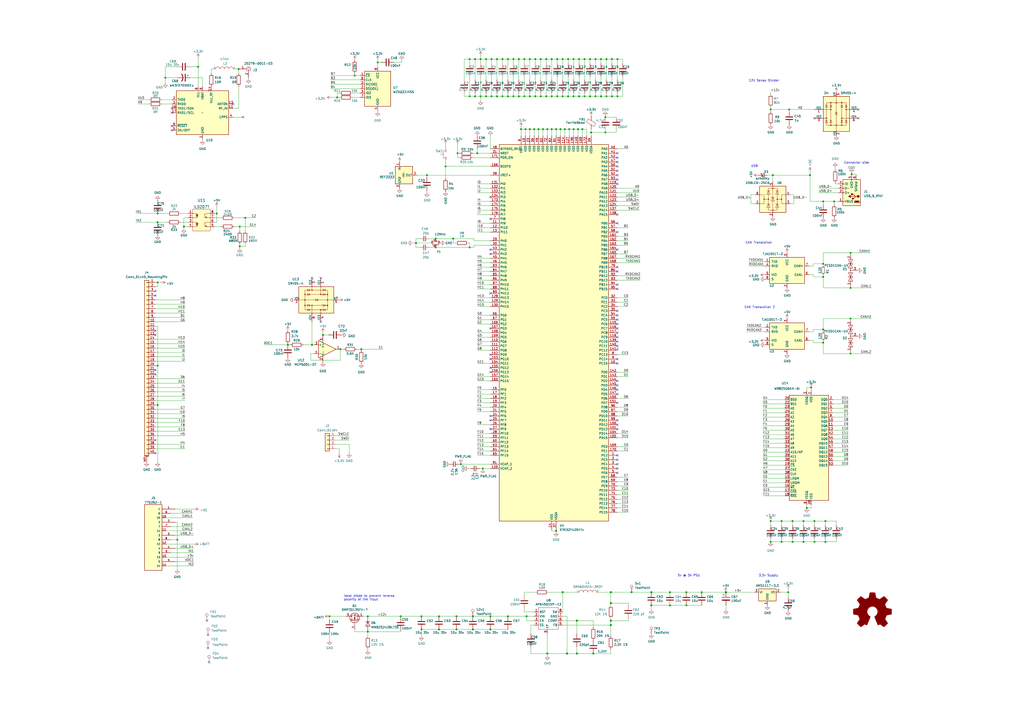
<source format=kicad_sch>
(kicad_sch (version 20231120) (generator "eeschema") (generator_version "8.0")
  (paper "A2")
  (lib_symbols
    (symbol "776262-1:776262-1" (pin_names (offset 1.016))
      (property "Reference" "J" (at -5.0886 18.5735 0))
      (property "Value" "776262-1" (at -5.0837 -22.8769 0))
      (symbol "776262-1_0_0"
        (pin passive line (at 12.7 15.24 180) (length 7.62) (name "1") (number "1"))
        (pin passive line (at 7.62 10.16 180) (length 2.54) (name "10") (number "10"))
        (pin passive line (at 7.62 2.54 180) (length 2.54) (name "11") (number "11"))
        (pin passive line (at 7.62 -5.08 180) (length 2.54) (name "12") (number "12"))
        (pin passive line (at 7.62 -12.7 180) (length 2.54) (name "13") (number "13"))
        (pin passive line (at 7.62 -17.78 180) (length 2.54) (name "14") (number "14"))
        (pin passive line (at 12.7 7.62 180) (length 7.62) (name "2") (number "2"))
        (pin passive line (at 12.7 0 180) (length 7.62) (name "3") (number "3"))
        (pin passive line (at 12.7 -7.62 180) (length 7.62) (name "4") (number "4"))
        (pin passive line (at 12.7 -15.24 180) (length 7.62) (name "5") (number "5"))
        (pin passive line (at 10.16 12.7 180) (length 5.08) (name "6") (number "6"))
        (pin passive line (at 10.16 5.08 180) (length 5.08) (name "7") (number "7"))
        (pin passive line (at 10.16 -2.54 180) (length 5.08) (name "8") (number "8"))
        (pin passive line (at 10.16 -10.16 180) (length 5.08) (name "9") (number "9"))
      )
    )
    (symbol "776262-1:ATGM336H-5N31"
      (property "Reference" "U" (at 0 0 0))
      (symbol "ATGM336H-5N31_1_1"
        (pin power_in line (at 0 -15.24 90) (length 2.54) (name "GND") (number "1"))
        (pin passive line (at 0 -15.24 90) (length 2.54) hide (name "GND") (number "10"))
        (pin input line (at 17.78 2.54 180) (length 2.54) (name "RF_IN") (number "11"))
        (pin passive line (at 0 -15.24 90) (length 2.54) hide (name "GND") (number "12"))
        (pin power_out line (at 17.78 5.08 180) (length 2.54) (name "ANTON") (number "13"))
        (pin power_out line (at 5.08 15.24 270) (length 2.54) (name "Vcc_RF") (number "14"))
        (pin no_connect line (at 15.24 -7.62 180) (length 2.54) hide (name "NC") (number "15"))
        (pin bidirectional line (at -17.78 2.54 0) (length 2.54) (name "TXD1/SDA") (number "16"))
        (pin input line (at -17.78 0 0) (length 2.54) (name "RXD1/SCL") (number "17"))
        (pin no_connect line (at 15.24 -10.16 180) (length 2.54) hide (name "NC") (number "18"))
        (pin output line (at -17.78 7.62 0) (length 2.54) (name "TXD0") (number "2"))
        (pin input line (at -17.78 5.08 0) (length 2.54) (name "RXD0") (number "3"))
        (pin output line (at 17.78 -2.54 180) (length 2.54) (name "1PPS") (number "4"))
        (pin input line (at -17.78 -10.16 0) (length 2.54) (name "ON/OFF") (number "5"))
        (pin power_in line (at 0 15.24 270) (length 2.54) (name "VBAT") (number "6"))
        (pin no_connect line (at 15.24 -5.08 180) (length 2.54) hide (name "NC") (number "7"))
        (pin power_in line (at -2.54 15.24 270) (length 2.54) (name "Vcc") (number "8"))
        (pin input line (at -17.78 -7.62 0) (length 2.54) (name "~{RESET}") (number "9"))
      )
    )
    (symbol "776262-1:W9825G6KH-6I"
      (property "Reference" "U" (at 0 0 0))
      (symbol "W9825G6KH-6I_1_1"
        (pin power_in line (at 1.27 34.29 270) (length 2.54) (name "VDD") (number "1"))
        (pin bidirectional line (at 13.97 16.51 180) (length 2.54) (name "DQ5") (number "10"))
        (pin bidirectional line (at 13.97 13.97 180) (length 2.54) (name "DQ6") (number "11"))
        (pin passive line (at -1.27 -31.75 90) (length 2.54) hide (name "VSSQ") (number "12"))
        (pin bidirectional line (at 13.97 11.43 180) (length 2.54) (name "DQ7") (number "13"))
        (pin passive line (at 1.27 34.29 270) (length 2.54) hide (name "VDD") (number "14"))
        (pin input line (at -13.97 -16.51 0) (length 2.54) (name "LDQM") (number "15"))
        (pin input line (at -13.97 -21.59 0) (length 2.54) (name "~{WE}") (number "16"))
        (pin input line (at -13.97 -24.13 0) (length 2.54) (name "~{CAS}") (number "17"))
        (pin input line (at -13.97 -26.67 0) (length 2.54) (name "~{RAS}") (number "18"))
        (pin input line (at -13.97 -8.89 0) (length 2.54) (name "~{CS}") (number "19"))
        (pin bidirectional line (at 13.97 29.21 180) (length 2.54) (name "DQ0") (number "2"))
        (pin input line (at -13.97 29.21 0) (length 2.54) (name "BS0") (number "20"))
        (pin input line (at -13.97 26.67 0) (length 2.54) (name "BS1") (number "21"))
        (pin input line (at -13.97 -1.27 0) (length 2.54) (name "A10/AP") (number "22"))
        (pin input line (at -13.97 24.13 0) (length 2.54) (name "A0") (number "23"))
        (pin input line (at -13.97 21.59 0) (length 2.54) (name "A1") (number "24"))
        (pin input line (at -13.97 19.05 0) (length 2.54) (name "A2") (number "25"))
        (pin input line (at -13.97 16.51 0) (length 2.54) (name "A3") (number "26"))
        (pin passive line (at 1.27 34.29 270) (length 2.54) hide (name "VDD") (number "27"))
        (pin power_in line (at 1.27 -31.75 90) (length 2.54) (name "VSS") (number "28"))
        (pin input line (at -13.97 13.97 0) (length 2.54) (name "A4") (number "29"))
        (pin power_in line (at -1.27 34.29 270) (length 2.54) (name "VDDQ") (number "3"))
        (pin input line (at -13.97 11.43 0) (length 2.54) (name "A5") (number "30"))
        (pin input line (at -13.97 8.89 0) (length 2.54) (name "A6") (number "31"))
        (pin input line (at -13.97 6.35 0) (length 2.54) (name "A7") (number "32"))
        (pin input line (at -13.97 3.81 0) (length 2.54) (name "A8") (number "33"))
        (pin input line (at -13.97 1.27 0) (length 2.54) (name "A9") (number "34"))
        (pin input line (at -13.97 -3.81 0) (length 2.54) (name "A11") (number "35"))
        (pin input line (at -13.97 -6.35 0) (length 2.54) (name "A12") (number "36"))
        (pin no_connect line (at 11.43 -13.97 180) (length 2.54) hide (name "NC") (number "36"))
        (pin input line (at -13.97 -11.43 0) (length 2.54) (name "CKE") (number "37"))
        (pin input line (at -13.97 -13.97 0) (length 2.54) (name "CLK") (number "38"))
        (pin input line (at -13.97 -19.05 0) (length 2.54) (name "UDQM") (number "39"))
        (pin bidirectional line (at 13.97 26.67 180) (length 2.54) (name "DQ1") (number "4"))
        (pin no_connect line (at 11.43 -16.51 180) (length 2.54) hide (name "NC") (number "40"))
        (pin passive line (at 1.27 -31.75 90) (length 2.54) hide (name "VSS") (number "41"))
        (pin bidirectional line (at 13.97 8.89 180) (length 2.54) (name "DQ8") (number "42"))
        (pin passive line (at -1.27 34.29 270) (length 2.54) hide (name "VDDQ") (number "43"))
        (pin bidirectional line (at 13.97 6.35 180) (length 2.54) (name "DQ9") (number "44"))
        (pin bidirectional line (at 13.97 3.81 180) (length 2.54) (name "DQ10") (number "45"))
        (pin passive line (at -1.27 -31.75 90) (length 2.54) hide (name "VSSQ") (number "46"))
        (pin bidirectional line (at 13.97 1.27 180) (length 2.54) (name "DQ11") (number "47"))
        (pin bidirectional line (at 13.97 -1.27 180) (length 2.54) (name "DQ12") (number "48"))
        (pin passive line (at -1.27 34.29 270) (length 2.54) hide (name "VDDQ") (number "49"))
        (pin bidirectional line (at 13.97 24.13 180) (length 2.54) (name "DQ2") (number "5"))
        (pin bidirectional line (at 13.97 -3.81 180) (length 2.54) (name "DQ13") (number "50"))
        (pin bidirectional line (at 13.97 -6.35 180) (length 2.54) (name "DQ14") (number "51"))
        (pin passive line (at -1.27 -31.75 90) (length 2.54) hide (name "VSSQ") (number "52"))
        (pin bidirectional line (at 13.97 -8.89 180) (length 2.54) (name "DQ15") (number "53"))
        (pin passive line (at 1.27 -31.75 90) (length 2.54) hide (name "VSS") (number "54"))
        (pin power_in line (at -1.27 -31.75 90) (length 2.54) (name "VSSQ") (number "6"))
        (pin bidirectional line (at 13.97 21.59 180) (length 2.54) (name "DQ3") (number "7"))
        (pin bidirectional line (at 13.97 19.05 180) (length 2.54) (name "DQ4") (number "8"))
        (pin passive line (at -1.27 34.29 270) (length 2.54) hide (name "VDDQ") (number "9"))
      )
    )
    (symbol "Amplifier_Operational:MCP6001-OT" (pin_names (offset 0.127))
      (property "Reference" "U" (at -1.27 6.35 0))
      (property "Value" "MCP6001-OT" (at -1.27 3.81 0))
      (symbol "MCP6001-OT_0_1"
        (pin power_in line (at -2.54 -7.62 90) (length 3.81) (name "V-") (number "2"))
        (pin power_in line (at -2.54 7.62 270) (length 3.81) (name "V+") (number "5"))
      )
      (symbol "MCP6001-OT_1_1"
        (pin output line (at 7.62 0 180) (length 2.54) (name "~") (number "1"))
        (pin input line (at -7.62 2.54 0) (length 2.54) (name "+") (number "3"))
        (pin input line (at -7.62 -2.54 0) (length 2.54) (name "-") (number "4"))
      )
    )
    (symbol "CM4IO:AP64351"
      (property "Reference" "U" (at 0 8.89 0))
      (property "Value" "AP64351" (at 1.27 6.35 0))
      (symbol "AP64351_1_1"
        (pin passive line (at -7.62 2.54 0) (length 2.54) (name "BST") (number "1"))
        (pin power_in line (at -7.62 0 0) (length 2.54) (name "VIN") (number "2"))
        (pin input line (at -7.62 -2.54 0) (length 2.54) (name "EN") (number "3"))
        (pin input line (at -7.62 -5.08 0) (length 2.54) (name "SS") (number "4"))
        (pin input line (at 8.89 -5.08 180) (length 2.54) (name "FB") (number "5"))
        (pin input line (at 8.89 -2.54 180) (length 2.54) (name "COMP") (number "6"))
        (pin power_in line (at 8.89 0 180) (length 2.54) (name "GND") (number "7"))
        (pin output line (at 8.89 2.54 180) (length 2.54) (name "SW") (number "8"))
        (pin passive line (at 0 -10.16 90) (length 2.54) (name "EP") (number "9"))
      )
    )
    (symbol "Connector:TestPoint" (pin_numbers hide) (pin_names (offset 0.762) hide)
      (property "Reference" "TP" (at 0 6.858 0))
      (property "Value" "TestPoint" (at 0 5.08 0))
      (symbol "TestPoint_1_1"
        (pin passive line (at 0 0 90) (length 2.54) (name "1") (number "1"))
      )
    )
    (symbol "Connector:USB_B_Mini" (pin_names (offset 1.016))
      (property "Reference" "J" (at -5.08 11.43 0))
      (property "Value" "USB_B_Mini" (at -5.08 8.89 0))
      (symbol "USB_B_Mini_1_1"
        (pin power_out line (at 7.62 5.08 180) (length 2.54) (name "VBUS") (number "1"))
        (pin bidirectional line (at 7.62 -2.54 180) (length 2.54) (name "D-") (number "2"))
        (pin bidirectional line (at 7.62 0 180) (length 2.54) (name "D+") (number "3"))
        (pin passive line (at 7.62 -5.08 180) (length 2.54) (name "ID") (number "4"))
        (pin power_out line (at 0 -10.16 90) (length 2.54) (name "GND") (number "5"))
        (pin passive line (at -2.54 -10.16 90) (length 2.54) (name "Shield") (number "6"))
      )
    )
    (symbol "Connector_Generic:Conn_01x04" (pin_names (offset 1.016) hide)
      (property "Reference" "J" (at 0 5.08 0))
      (property "Value" "Conn_01x04" (at 0 -7.62 0))
      (symbol "Conn_01x04_1_1"
        (pin passive line (at -5.08 2.54 0) (length 3.81) (name "Pin_1") (number "1"))
        (pin passive line (at -5.08 0 0) (length 3.81) (name "Pin_2") (number "2"))
        (pin passive line (at -5.08 -2.54 0) (length 3.81) (name "Pin_3") (number "3"))
        (pin passive line (at -5.08 -5.08 0) (length 3.81) (name "Pin_4") (number "4"))
      )
    )
    (symbol "Connector_Generic_MountingPin:Conn_01x40_MountingPin" (pin_names (offset 1.016) hide)
      (property "Reference" "J" (at 0 50.8 0))
      (property "Value" "Conn_01x40_MountingPin" (at 1.27 -53.34 0))
      (symbol "Conn_01x40_MountingPin_1_1"
        (text "Mounting" (at 0 -52.451 0) (effects (font (size 0.381 0.381))))
        (pin passive line (at -5.08 48.26 0) (length 3.81) (name "Pin_1") (number "1"))
        (pin passive line (at -5.08 25.4 0) (length 3.81) (name "Pin_10") (number "10"))
        (pin passive line (at -5.08 22.86 0) (length 3.81) (name "Pin_11") (number "11"))
        (pin passive line (at -5.08 20.32 0) (length 3.81) (name "Pin_12") (number "12"))
        (pin passive line (at -5.08 17.78 0) (length 3.81) (name "Pin_13") (number "13"))
        (pin passive line (at -5.08 15.24 0) (length 3.81) (name "Pin_14") (number "14"))
        (pin passive line (at -5.08 12.7 0) (length 3.81) (name "Pin_15") (number "15"))
        (pin passive line (at -5.08 10.16 0) (length 3.81) (name "Pin_16") (number "16"))
        (pin passive line (at -5.08 7.62 0) (length 3.81) (name "Pin_17") (number "17"))
        (pin passive line (at -5.08 5.08 0) (length 3.81) (name "Pin_18") (number "18"))
        (pin passive line (at -5.08 2.54 0) (length 3.81) (name "Pin_19") (number "19"))
        (pin passive line (at -5.08 45.72 0) (length 3.81) (name "Pin_2") (number "2"))
        (pin passive line (at -5.08 0 0) (length 3.81) (name "Pin_20") (number "20"))
        (pin passive line (at -5.08 -2.54 0) (length 3.81) (name "Pin_21") (number "21"))
        (pin passive line (at -5.08 -5.08 0) (length 3.81) (name "Pin_22") (number "22"))
        (pin passive line (at -5.08 -7.62 0) (length 3.81) (name "Pin_23") (number "23"))
        (pin passive line (at -5.08 -10.16 0) (length 3.81) (name "Pin_24") (number "24"))
        (pin passive line (at -5.08 -12.7 0) (length 3.81) (name "Pin_25") (number "25"))
        (pin passive line (at -5.08 -15.24 0) (length 3.81) (name "Pin_26") (number "26"))
        (pin passive line (at -5.08 -17.78 0) (length 3.81) (name "Pin_27") (number "27"))
        (pin passive line (at -5.08 -20.32 0) (length 3.81) (name "Pin_28") (number "28"))
        (pin passive line (at -5.08 -22.86 0) (length 3.81) (name "Pin_29") (number "29"))
        (pin passive line (at -5.08 43.18 0) (length 3.81) (name "Pin_3") (number "3"))
        (pin passive line (at -5.08 -25.4 0) (length 3.81) (name "Pin_30") (number "30"))
        (pin passive line (at -5.08 -27.94 0) (length 3.81) (name "Pin_31") (number "31"))
        (pin passive line (at -5.08 -30.48 0) (length 3.81) (name "Pin_32") (number "32"))
        (pin passive line (at -5.08 -33.02 0) (length 3.81) (name "Pin_33") (number "33"))
        (pin passive line (at -5.08 -35.56 0) (length 3.81) (name "Pin_34") (number "34"))
        (pin passive line (at -5.08 -38.1 0) (length 3.81) (name "Pin_35") (number "35"))
        (pin passive line (at -5.08 -40.64 0) (length 3.81) (name "Pin_36") (number "36"))
        (pin passive line (at -5.08 -43.18 0) (length 3.81) (name "Pin_37") (number "37"))
        (pin passive line (at -5.08 -45.72 0) (length 3.81) (name "Pin_38") (number "38"))
        (pin passive line (at -5.08 -48.26 0) (length 3.81) (name "Pin_39") (number "39"))
        (pin passive line (at -5.08 40.64 0) (length 3.81) (name "Pin_4") (number "4"))
        (pin passive line (at -5.08 -50.8 0) (length 3.81) (name "Pin_40") (number "40"))
        (pin passive line (at -5.08 38.1 0) (length 3.81) (name "Pin_5") (number "5"))
        (pin passive line (at -5.08 35.56 0) (length 3.81) (name "Pin_6") (number "6"))
        (pin passive line (at -5.08 33.02 0) (length 3.81) (name "Pin_7") (number "7"))
        (pin passive line (at -5.08 30.48 0) (length 3.81) (name "Pin_8") (number "8"))
        (pin passive line (at -5.08 27.94 0) (length 3.81) (name "Pin_9") (number "9"))
        (pin passive line (at 0 -55.88 90) (length 3.048) (name "MountPin") (number "MP"))
      )
    )
    (symbol "Device:C" (pin_numbers hide) (pin_names (offset 0.254))
      (property "Reference" "C" (at 0.635 2.54 0))
      (property "Value" "C" (at 0.635 -2.54 0))
      (symbol "C_1_1"
        (pin passive line (at 0 3.81 270) (length 2.794) (name "~") (number "1"))
        (pin passive line (at 0 -3.81 90) (length 2.794) (name "~") (number "2"))
      )
    )
    (symbol "Device:CP" (pin_numbers hide) (pin_names (offset 0.254))
      (property "Reference" "C" (at 0.635 2.54 0))
      (property "Value" "CP" (at 0.635 -2.54 0))
      (symbol "CP_1_1"
        (pin passive line (at 0 3.81 270) (length 2.794) (name "~") (number "1"))
        (pin passive line (at 0 -3.81 90) (length 2.794) (name "~") (number "2"))
      )
    )
    (symbol "Device:C_Polarized_US" (pin_numbers hide) (pin_names (offset 0.254) hide)
      (property "Reference" "C" (at 0.635 2.54 0))
      (property "Value" "C_Polarized_US" (at 0.635 -2.54 0))
      (symbol "C_Polarized_US_1_1"
        (pin passive line (at 0 3.81 270) (length 2.794) (name "~") (number "1"))
        (pin passive line (at 0 -3.81 90) (length 3.302) (name "~") (number "2"))
      )
    )
    (symbol "Device:C_Small" (pin_numbers hide) (pin_names (offset 0.254) hide)
      (property "Reference" "C" (at 0.254 1.778 0))
      (property "Value" "C_Small" (at 0.254 -2.032 0))
      (symbol "C_Small_1_1"
        (pin passive line (at 0 2.54 270) (length 2.032) (name "~") (number "1"))
        (pin passive line (at 0 -2.54 90) (length 2.032) (name "~") (number "2"))
      )
    )
    (symbol "Device:Crystal_GND24_Small" (pin_names (offset 1.016) hide)
      (property "Reference" "Y" (at 1.27 4.445 0))
      (property "Value" "Crystal_GND24_Small" (at 1.27 2.54 0))
      (symbol "Crystal_GND24_Small_1_1"
        (pin passive line (at -2.54 0 0) (length 1.27) (name "1") (number "1"))
        (pin passive line (at 0 -2.54 90) (length 0.635) (name "2") (number "2"))
        (pin passive line (at 2.54 0 180) (length 1.27) (name "3") (number "3"))
        (pin passive line (at 0 2.54 270) (length 0.635) (name "4") (number "4"))
      )
    )
    (symbol "Device:D_Schottky_Small" (pin_numbers hide) (pin_names (offset 0.254) hide)
      (property "Reference" "D" (at -1.27 2.032 0))
      (property "Value" "D_Schottky_Small" (at -7.112 -2.032 0))
      (symbol "D_Schottky_Small_1_1"
        (pin passive line (at -2.54 0 0) (length 1.778) (name "K") (number "1"))
        (pin passive line (at 2.54 0 180) (length 1.778) (name "A") (number "2"))
      )
    )
    (symbol "Device:FerriteBead" (pin_numbers hide) (pin_names (offset 0))
      (property "Reference" "FB" (at -3.81 0.635 90))
      (property "Value" "FerriteBead" (at 3.81 0 90))
      (symbol "FerriteBead_1_1"
        (pin passive line (at 0 3.81 270) (length 2.54) (name "~") (number "1"))
        (pin passive line (at 0 -3.81 90) (length 2.54) (name "~") (number "2"))
      )
    )
    (symbol "Device:R" (pin_numbers hide) (pin_names (offset 0))
      (property "Reference" "R" (at 2.032 0 90))
      (property "Value" "R" (at 0 0 90))
      (symbol "R_1_1"
        (pin passive line (at 0 3.81 270) (length 1.27) (name "~") (number "1"))
        (pin passive line (at 0 -3.81 90) (length 1.27) (name "~") (number "2"))
      )
    )
    (symbol "Device:R_Small" (pin_numbers hide) (pin_names (offset 0.254) hide)
      (property "Reference" "R" (at 0.762 0.508 0))
      (property "Value" "R_Small" (at 0.762 -1.016 0))
      (symbol "R_Small_1_1"
        (pin passive line (at 0 2.54 270) (length 0.762) (name "~") (number "1"))
        (pin passive line (at 0 -2.54 90) (length 0.762) (name "~") (number "2"))
      )
    )
    (symbol "Diode:BAS20" (pin_numbers hide) (pin_names hide)
      (property "Reference" "D" (at 0 2.54 0))
      (property "Value" "BAS20" (at 0 -2.54 0))
      (symbol "BAS20_1_1"
        (pin passive line (at 3.81 0 180) (length 2.54) (name "A") (number "1"))
        (pin no_connect line (at -1.27 0 0) (length 2.54) hide (name "NC") (number "2"))
        (pin passive line (at -3.81 0 0) (length 2.54) (name "K") (number "3"))
      )
    )
    (symbol "Graphic:Logo_Open_Hardware_Large" (in_bom no) (on_board no))
    (symbol "Interface_CAN_LIN:TJA1051T-3" (pin_names (offset 1.016))
      (property "Reference" "U" (at -10.16 8.89 0))
      (property "Value" "TJA1051T-3" (at 1.27 8.89 0))
      (symbol "TJA1051T-3_1_1"
        (pin input line (at -12.7 5.08 0) (length 2.54) (name "TXD") (number "1"))
        (pin power_in line (at 0 -10.16 90) (length 2.54) (name "GND") (number "2"))
        (pin power_in line (at 0 10.16 270) (length 2.54) (name "VCC") (number "3"))
        (pin output line (at -12.7 2.54 0) (length 2.54) (name "RXD") (number "4"))
        (pin power_in line (at -12.7 -2.54 0) (length 2.54) (name "VIO") (number "5"))
        (pin bidirectional line (at 12.7 -2.54 180) (length 2.54) (name "CANL") (number "6"))
        (pin bidirectional line (at 12.7 2.54 180) (length 2.54) (name "CANH") (number "7"))
        (pin input line (at -12.7 -5.08 0) (length 2.54) (name "S") (number "8"))
      )
    )
    (symbol "MCU_ST_STM32F4:STM32F429IITx"
      (property "Reference" "U" (at -30.48 110.49 0))
      (property "Value" "STM32F429IITx" (at 25.4 110.49 0))
      (symbol "STM32F429IITx_1_1"
        (pin bidirectional line (at 38.1 -71.12 180) (length 5.08) (name "PE2") (number "1"))
        (pin bidirectional line (at 38.1 -17.78 180) (length 5.08) (name "PC15") (number "10"))
        (pin bidirectional line (at 38.1 -53.34 180) (length 5.08) (name "PD12") (number "100"))
        (pin bidirectional line (at 38.1 -55.88 180) (length 5.08) (name "PD13") (number "101"))
        (pin passive line (at 0 -114.3 90) (length 5.08) hide (name "VSS") (number "102"))
        (pin power_in line (at 5.08 114.3 270) (length 5.08) (name "VDD") (number "103"))
        (pin bidirectional line (at 38.1 -58.42 180) (length 5.08) (name "PD14") (number "104"))
        (pin bidirectional line (at 38.1 -60.96 180) (length 5.08) (name "PD15") (number "105"))
        (pin bidirectional line (at -35.56 5.08 0) (length 5.08) (name "PG2") (number "106"))
        (pin bidirectional line (at -35.56 2.54 0) (length 5.08) (name "PG3") (number "107"))
        (pin bidirectional line (at -35.56 0 0) (length 5.08) (name "PG4") (number "108"))
        (pin bidirectional line (at -35.56 -2.54 0) (length 5.08) (name "PG5") (number "109"))
        (pin bidirectional line (at -35.56 63.5 0) (length 5.08) (name "PI9") (number "11"))
        (pin bidirectional line (at -35.56 -5.08 0) (length 5.08) (name "PG6") (number "110"))
        (pin bidirectional line (at -35.56 -7.62 0) (length 5.08) (name "PG7") (number "111"))
        (pin bidirectional line (at -35.56 -10.16 0) (length 5.08) (name "PG8") (number "112"))
        (pin passive line (at 0 -114.3 90) (length 5.08) hide (name "VSS") (number "113"))
        (pin power_in line (at 7.62 114.3 270) (length 5.08) (name "VDD") (number "114"))
        (pin bidirectional line (at 38.1 5.08 180) (length 5.08) (name "PC6") (number "115"))
        (pin bidirectional line (at 38.1 2.54 180) (length 5.08) (name "PC7") (number "116"))
        (pin bidirectional line (at 38.1 0 180) (length 5.08) (name "PC8") (number "117"))
        (pin bidirectional line (at 38.1 -2.54 180) (length 5.08) (name "PC9") (number "118"))
        (pin bidirectional line (at 38.1 86.36 180) (length 5.08) (name "PA8") (number "119"))
        (pin bidirectional line (at -35.56 60.96 0) (length 5.08) (name "PI10") (number "12"))
        (pin bidirectional line (at 38.1 83.82 180) (length 5.08) (name "PA9") (number "120"))
        (pin bidirectional line (at 38.1 81.28 180) (length 5.08) (name "PA10") (number "121"))
        (pin bidirectional line (at 38.1 78.74 180) (length 5.08) (name "PA11") (number "122"))
        (pin bidirectional line (at 38.1 76.2 180) (length 5.08) (name "PA12") (number "123"))
        (pin bidirectional line (at 38.1 73.66 180) (length 5.08) (name "PA13") (number "124"))
        (pin power_out line (at -35.56 -78.74 0) (length 5.08) (name "VCAP_2") (number "125"))
        (pin passive line (at 0 -114.3 90) (length 5.08) hide (name "VSS") (number "126"))
        (pin power_in line (at 10.16 114.3 270) (length 5.08) (name "VDD") (number "127"))
        (pin bidirectional line (at -35.56 20.32 0) (length 5.08) (name "PH13") (number "128"))
        (pin bidirectional line (at -35.56 17.78 0) (length 5.08) (name "PH14") (number "129"))
        (pin bidirectional line (at -35.56 58.42 0) (length 5.08) (name "PI11") (number "13"))
        (pin bidirectional line (at -35.56 15.24 0) (length 5.08) (name "PH15") (number "130"))
        (pin bidirectional line (at -35.56 86.36 0) (length 5.08) (name "PI0") (number "131"))
        (pin bidirectional line (at -35.56 83.82 0) (length 5.08) (name "PI1") (number "132"))
        (pin bidirectional line (at -35.56 81.28 0) (length 5.08) (name "PI2") (number "133"))
        (pin bidirectional line (at -35.56 78.74 0) (length 5.08) (name "PI3") (number "134"))
        (pin passive line (at 0 -114.3 90) (length 5.08) hide (name "VSS") (number "135"))
        (pin power_in line (at 12.7 114.3 270) (length 5.08) (name "VDD") (number "136"))
        (pin bidirectional line (at 38.1 71.12 180) (length 5.08) (name "PA14") (number "137"))
        (pin bidirectional line (at 38.1 68.58 180) (length 5.08) (name "PA15") (number "138"))
        (pin bidirectional line (at 38.1 -5.08 180) (length 5.08) (name "PC10") (number "139"))
        (pin power_in line (at 0 -114.3 90) (length 5.08) (name "VSS") (number "14"))
        (pin bidirectional line (at 38.1 -7.62 180) (length 5.08) (name "PC11") (number "140"))
        (pin bidirectional line (at 38.1 -10.16 180) (length 5.08) (name "PC12") (number "141"))
        (pin bidirectional line (at 38.1 -22.86 180) (length 5.08) (name "PD0") (number "142"))
        (pin bidirectional line (at 38.1 -25.4 180) (length 5.08) (name "PD1") (number "143"))
        (pin bidirectional line (at 38.1 -27.94 180) (length 5.08) (name "PD2") (number "144"))
        (pin bidirectional line (at 38.1 -30.48 180) (length 5.08) (name "PD3") (number "145"))
        (pin bidirectional line (at 38.1 -33.02 180) (length 5.08) (name "PD4") (number "146"))
        (pin bidirectional line (at 38.1 -35.56 180) (length 5.08) (name "PD5") (number "147"))
        (pin passive line (at 0 -114.3 90) (length 5.08) hide (name "VSS") (number "148"))
        (pin power_in line (at 15.24 114.3 270) (length 5.08) (name "VDD") (number "149"))
        (pin power_in line (at -15.24 114.3 270) (length 5.08) (name "VDD") (number "15"))
        (pin bidirectional line (at 38.1 -38.1 180) (length 5.08) (name "PD6") (number "150"))
        (pin bidirectional line (at 38.1 -40.64 180) (length 5.08) (name "PD7") (number "151"))
        (pin bidirectional line (at -35.56 -12.7 0) (length 5.08) (name "PG9") (number "152"))
        (pin bidirectional line (at -35.56 -15.24 0) (length 5.08) (name "PG10") (number "153"))
        (pin bidirectional line (at -35.56 -17.78 0) (length 5.08) (name "PG11") (number "154"))
        (pin bidirectional line (at -35.56 -20.32 0) (length 5.08) (name "PG12") (number "155"))
        (pin bidirectional line (at -35.56 -22.86 0) (length 5.08) (name "PG13") (number "156"))
        (pin bidirectional line (at -35.56 -25.4 0) (length 5.08) (name "PG14") (number "157"))
        (pin passive line (at 0 -114.3 90) (length 5.08) hide (name "VSS") (number "158"))
        (pin power_in line (at 17.78 114.3 270) (length 5.08) (name "VDD") (number "159"))
        (pin bidirectional line (at -35.56 -33.02 0) (length 5.08) (name "PF0") (number "16"))
        (pin bidirectional line (at -35.56 -27.94 0) (length 5.08) (name "PG15") (number "160"))
        (pin bidirectional line (at 38.1 55.88 180) (length 5.08) (name "PB3") (number "161"))
        (pin bidirectional line (at 38.1 53.34 180) (length 5.08) (name "PB4") (number "162"))
        (pin bidirectional line (at 38.1 50.8 180) (length 5.08) (name "PB5") (number "163"))
        (pin bidirectional line (at 38.1 48.26 180) (length 5.08) (name "PB6") (number "164"))
        (pin bidirectional line (at 38.1 45.72 180) (length 5.08) (name "PB7") (number "165"))
        (pin input line (at -35.56 96.52 0) (length 5.08) (name "BOOT0") (number "166"))
        (pin bidirectional line (at 38.1 43.18 180) (length 5.08) (name "PB8") (number "167"))
        (pin bidirectional line (at 38.1 40.64 180) (length 5.08) (name "PB9") (number "168"))
        (pin bidirectional line (at 38.1 -66.04 180) (length 5.08) (name "PE0") (number "169"))
        (pin bidirectional line (at -35.56 -35.56 0) (length 5.08) (name "PF1") (number "17"))
        (pin bidirectional line (at 38.1 -68.58 180) (length 5.08) (name "PE1") (number "170"))
        (pin input line (at -35.56 101.6 0) (length 5.08) (name "PDR_ON") (number "171"))
        (pin power_in line (at 20.32 114.3 270) (length 5.08) (name "VDD") (number "172"))
        (pin bidirectional line (at -35.56 76.2 0) (length 5.08) (name "PI4") (number "173"))
        (pin bidirectional line (at -35.56 73.66 0) (length 5.08) (name "PI5") (number "174"))
        (pin bidirectional line (at -35.56 71.12 0) (length 5.08) (name "PI6") (number "175"))
        (pin bidirectional line (at -35.56 68.58 0) (length 5.08) (name "PI7") (number "176"))
        (pin bidirectional line (at -35.56 -38.1 0) (length 5.08) (name "PF2") (number "18"))
        (pin bidirectional line (at -35.56 -40.64 0) (length 5.08) (name "PF3") (number "19"))
        (pin bidirectional line (at 38.1 -73.66 180) (length 5.08) (name "PE3") (number "2"))
        (pin bidirectional line (at -35.56 -43.18 0) (length 5.08) (name "PF4") (number "20"))
        (pin bidirectional line (at -35.56 -45.72 0) (length 5.08) (name "PF5") (number "21"))
        (pin passive line (at 0 -114.3 90) (length 5.08) hide (name "VSS") (number "22"))
        (pin power_in line (at -12.7 114.3 270) (length 5.08) (name "VDD") (number "23"))
        (pin bidirectional line (at -35.56 -48.26 0) (length 5.08) (name "PF6") (number "24"))
        (pin bidirectional line (at -35.56 -50.8 0) (length 5.08) (name "PF7") (number "25"))
        (pin bidirectional line (at -35.56 -53.34 0) (length 5.08) (name "PF8") (number "26"))
        (pin bidirectional line (at -35.56 -55.88 0) (length 5.08) (name "PF9") (number "27"))
        (pin bidirectional line (at -35.56 -58.42 0) (length 5.08) (name "PF10") (number "28"))
        (pin bidirectional line (at -35.56 53.34 0) (length 5.08) (name "PH0") (number "29"))
        (pin bidirectional line (at 38.1 -76.2 180) (length 5.08) (name "PE4") (number "3"))
        (pin bidirectional line (at -35.56 50.8 0) (length 5.08) (name "PH1") (number "30"))
        (pin input line (at -35.56 104.14 0) (length 5.08) (name "NRST") (number "31"))
        (pin bidirectional line (at 38.1 20.32 180) (length 5.08) (name "PC0") (number "32"))
        (pin bidirectional line (at 38.1 17.78 180) (length 5.08) (name "PC1") (number "33"))
        (pin bidirectional line (at 38.1 15.24 180) (length 5.08) (name "PC2") (number "34"))
        (pin bidirectional line (at 38.1 12.7 180) (length 5.08) (name "PC3") (number "35"))
        (pin power_in line (at -10.16 114.3 270) (length 5.08) (name "VDD") (number "36"))
        (pin power_in line (at 2.54 -114.3 90) (length 5.08) (name "VSSA") (number "37"))
        (pin input line (at -35.56 91.44 0) (length 5.08) (name "VREF+") (number "38"))
        (pin power_in line (at 22.86 114.3 270) (length 5.08) (name "VDDA") (number "39"))
        (pin bidirectional line (at 38.1 -78.74 180) (length 5.08) (name "PE5") (number "4"))
        (pin bidirectional line (at 38.1 106.68 180) (length 5.08) (name "PA0") (number "40"))
        (pin bidirectional line (at 38.1 104.14 180) (length 5.08) (name "PA1") (number "41"))
        (pin bidirectional line (at 38.1 101.6 180) (length 5.08) (name "PA2") (number "42"))
        (pin bidirectional line (at -35.56 48.26 0) (length 5.08) (name "PH2") (number "43"))
        (pin bidirectional line (at -35.56 45.72 0) (length 5.08) (name "PH3") (number "44"))
        (pin bidirectional line (at -35.56 43.18 0) (length 5.08) (name "PH4") (number "45"))
        (pin bidirectional line (at -35.56 40.64 0) (length 5.08) (name "PH5") (number "46"))
        (pin bidirectional line (at 38.1 99.06 180) (length 5.08) (name "PA3") (number "47"))
        (pin input line (at -35.56 106.68 0) (length 5.08) (name "BYPASS_REG") (number "48"))
        (pin power_in line (at -7.62 114.3 270) (length 5.08) (name "VDD") (number "49"))
        (pin bidirectional line (at 38.1 -81.28 180) (length 5.08) (name "PE6") (number "5"))
        (pin bidirectional line (at 38.1 96.52 180) (length 5.08) (name "PA4") (number "50"))
        (pin bidirectional line (at 38.1 93.98 180) (length 5.08) (name "PA5") (number "51"))
        (pin bidirectional line (at 38.1 91.44 180) (length 5.08) (name "PA6") (number "52"))
        (pin bidirectional line (at 38.1 88.9 180) (length 5.08) (name "PA7") (number "53"))
        (pin bidirectional line (at 38.1 10.16 180) (length 5.08) (name "PC4") (number "54"))
        (pin bidirectional line (at 38.1 7.62 180) (length 5.08) (name "PC5") (number "55"))
        (pin bidirectional line (at 38.1 63.5 180) (length 5.08) (name "PB0") (number "56"))
        (pin bidirectional line (at 38.1 60.96 180) (length 5.08) (name "PB1") (number "57"))
        (pin bidirectional line (at 38.1 58.42 180) (length 5.08) (name "PB2") (number "58"))
        (pin bidirectional line (at -35.56 -60.96 0) (length 5.08) (name "PF11") (number "59"))
        (pin power_in line (at -17.78 114.3 270) (length 5.08) (name "VBAT") (number "6"))
        (pin bidirectional line (at -35.56 -63.5 0) (length 5.08) (name "PF12") (number "60"))
        (pin passive line (at 0 -114.3 90) (length 5.08) hide (name "VSS") (number "61"))
        (pin power_in line (at -5.08 114.3 270) (length 5.08) (name "VDD") (number "62"))
        (pin bidirectional line (at -35.56 -66.04 0) (length 5.08) (name "PF13") (number "63"))
        (pin bidirectional line (at -35.56 -68.58 0) (length 5.08) (name "PF14") (number "64"))
        (pin bidirectional line (at -35.56 -71.12 0) (length 5.08) (name "PF15") (number "65"))
        (pin bidirectional line (at -35.56 10.16 0) (length 5.08) (name "PG0") (number "66"))
        (pin bidirectional line (at -35.56 7.62 0) (length 5.08) (name "PG1") (number "67"))
        (pin bidirectional line (at 38.1 -83.82 180) (length 5.08) (name "PE7") (number "68"))
        (pin bidirectional line (at 38.1 -86.36 180) (length 5.08) (name "PE8") (number "69"))
        (pin bidirectional line (at -35.56 66.04 0) (length 5.08) (name "PI8") (number "7"))
        (pin bidirectional line (at 38.1 -88.9 180) (length 5.08) (name "PE9") (number "70"))
        (pin passive line (at 0 -114.3 90) (length 5.08) hide (name "VSS") (number "71"))
        (pin power_in line (at -2.54 114.3 270) (length 5.08) (name "VDD") (number "72"))
        (pin bidirectional line (at 38.1 -91.44 180) (length 5.08) (name "PE10") (number "73"))
        (pin bidirectional line (at 38.1 -93.98 180) (length 5.08) (name "PE11") (number "74"))
        (pin bidirectional line (at 38.1 -96.52 180) (length 5.08) (name "PE12") (number "75"))
        (pin bidirectional line (at 38.1 -99.06 180) (length 5.08) (name "PE13") (number "76"))
        (pin bidirectional line (at 38.1 -101.6 180) (length 5.08) (name "PE14") (number "77"))
        (pin bidirectional line (at 38.1 -104.14 180) (length 5.08) (name "PE15") (number "78"))
        (pin bidirectional line (at 38.1 38.1 180) (length 5.08) (name "PB10") (number "79"))
        (pin bidirectional line (at 38.1 -12.7 180) (length 5.08) (name "PC13") (number "8"))
        (pin bidirectional line (at 38.1 35.56 180) (length 5.08) (name "PB11") (number "80"))
        (pin power_out line (at -35.56 -76.2 0) (length 5.08) (name "VCAP_1") (number "81"))
        (pin power_in line (at 0 114.3 270) (length 5.08) (name "VDD") (number "82"))
        (pin bidirectional line (at -35.56 38.1 0) (length 5.08) (name "PH6") (number "83"))
        (pin bidirectional line (at -35.56 35.56 0) (length 5.08) (name "PH7") (number "84"))
        (pin bidirectional line (at -35.56 33.02 0) (length 5.08) (name "PH8") (number "85"))
        (pin bidirectional line (at -35.56 30.48 0) (length 5.08) (name "PH9") (number "86"))
        (pin bidirectional line (at -35.56 27.94 0) (length 5.08) (name "PH10") (number "87"))
        (pin bidirectional line (at -35.56 25.4 0) (length 5.08) (name "PH11") (number "88"))
        (pin bidirectional line (at -35.56 22.86 0) (length 5.08) (name "PH12") (number "89"))
        (pin bidirectional line (at 38.1 -15.24 180) (length 5.08) (name "PC14") (number "9"))
        (pin passive line (at 0 -114.3 90) (length 5.08) hide (name "VSS") (number "90"))
        (pin power_in line (at 2.54 114.3 270) (length 5.08) (name "VDD") (number "91"))
        (pin bidirectional line (at 38.1 33.02 180) (length 5.08) (name "PB12") (number "92"))
        (pin bidirectional line (at 38.1 30.48 180) (length 5.08) (name "PB13") (number "93"))
        (pin bidirectional line (at 38.1 27.94 180) (length 5.08) (name "PB14") (number "94"))
        (pin bidirectional line (at 38.1 25.4 180) (length 5.08) (name "PB15") (number "95"))
        (pin bidirectional line (at 38.1 -43.18 180) (length 5.08) (name "PD8") (number "96"))
        (pin bidirectional line (at 38.1 -45.72 180) (length 5.08) (name "PD9") (number "97"))
        (pin bidirectional line (at 38.1 -48.26 180) (length 5.08) (name "PD10") (number "98"))
        (pin bidirectional line (at 38.1 -50.8 180) (length 5.08) (name "PD11") (number "99"))
      )
    )
    (symbol "Memory_Flash:W25Q32JVSS"
      (property "Reference" "U" (at -6.35 11.43 0))
      (property "Value" "W25Q32JVSS" (at 7.62 11.43 0))
      (symbol "W25Q32JVSS_1_1"
        (pin input line (at -10.16 7.62 0) (length 2.54) (name "~{CS}") (number "1"))
        (pin bidirectional line (at -10.16 0 0) (length 2.54) (name "DO(IO1)") (number "2"))
        (pin bidirectional line (at -10.16 -2.54 0) (length 2.54) (name "IO2") (number "3"))
        (pin power_in line (at 0 -12.7 90) (length 2.54) (name "GND") (number "4"))
        (pin bidirectional line (at -10.16 2.54 0) (length 2.54) (name "DI(IO0)") (number "5"))
        (pin input line (at -10.16 5.08 0) (length 2.54) (name "CLK") (number "6"))
        (pin bidirectional line (at -10.16 -5.08 0) (length 2.54) (name "IO3") (number "7"))
        (pin power_in line (at 0 12.7 270) (length 2.54) (name "VCC") (number "8"))
      )
    )
    (symbol "Power_Protection:SRV05-4" (pin_names (offset 0))
      (property "Reference" "U" (at -5.08 11.43 0))
      (property "Value" "SRV05-4" (at 2.54 11.43 0))
      (symbol "SRV05-4_1_1"
        (pin passive line (at -12.7 2.54 0) (length 5.08) (name "IO1") (number "1"))
        (pin passive line (at 0 -12.7 90) (length 2.54) (name "VN") (number "2"))
        (pin passive line (at -12.7 -2.54 0) (length 5.08) (name "IO2") (number "3"))
        (pin passive line (at 12.7 2.54 180) (length 5.08) (name "IO3") (number "4"))
        (pin passive line (at 0 12.7 270) (length 2.54) (name "VP") (number "5"))
        (pin passive line (at 12.7 -2.54 180) (length 5.08) (name "IO4") (number "6"))
      )
    )
    (symbol "Reference_Voltage:REF3033" (pin_names (offset 0.254))
      (property "Reference" "U" (at 0 6.35 0))
      (property "Value" "REF3033" (at 2.54 -6.35 0))
      (symbol "REF3033_1_1"
        (pin power_in line (at -2.54 7.62 270) (length 2.54) (name "IN") (number "1"))
        (pin power_out line (at 7.62 0 180) (length 2.54) (name "OUT") (number "2"))
        (pin power_in line (at -2.54 -7.62 90) (length 2.54) (name "GND") (number "3"))
      )
    )
    (symbol "Regulator_Linear:AMS1117-3.3"
      (property "Reference" "U" (at -3.81 3.175 0))
      (property "Value" "AMS1117-3.3" (at 0 3.175 0))
      (symbol "AMS1117-3.3_1_1"
        (pin power_in line (at 0 -7.62 90) (length 2.54) (name "GND") (number "1"))
        (pin power_out line (at 7.62 0 180) (length 2.54) (name "VO") (number "2"))
        (pin power_in line (at -7.62 0 0) (length 2.54) (name "VI") (number "3"))
      )
    )
    (symbol "Switch:SW_Push" (pin_numbers hide) (pin_names (offset 1.016) hide)
      (property "Reference" "SW" (at 1.27 2.54 0))
      (property "Value" "SW_Push" (at 0 -1.524 0))
      (symbol "SW_Push_0_1"
        (pin passive line (at -5.08 0 0) (length 2.54) (name "1") (number "1"))
        (pin passive line (at 5.08 0 180) (length 2.54) (name "2") (number "2"))
      )
    )
    (symbol "Transistor_FET:DMP3013SFV" (pin_names hide)
      (property "Reference" "Q" (at 5.08 1.905 0))
      (property "Value" "DMP3013SFV" (at 5.08 0 0))
      (symbol "DMP3013SFV_1_1"
        (pin passive line (at 2.54 -5.08 90) (length 2.54) (name "S") (number "1"))
        (pin passive line (at 2.54 -5.08 90) (length 2.54) hide (name "S") (number "2"))
        (pin passive line (at 2.54 -5.08 90) (length 2.54) hide (name "S") (number "3"))
        (pin passive line (at -5.08 0 0) (length 2.54) (name "G") (number "4"))
        (pin passive line (at 2.54 5.08 270) (length 2.54) (name "D") (number "5"))
      )
    )
    (symbol "dk_Coaxial-Connectors-RF:5-1814400-1" (pin_names (offset 1.016))
      (property "Reference" "J" (at -1.27 1.27 0))
      (property "Value" "5-1814400-1" (at 1.27 -2.54 0))
      (symbol "5-1814400-1_1_1"
        (pin passive line (at 0 -5.08 90) (length 3.683) (name "~") (number "1"))
        (pin passive line (at 5.08 0 180) (length 4.445) (name "~") (number "2"))
      )
    )
    (symbol "dk_Optoisolators-Transistor-Photovoltaic-Output:ILD207T" (pin_names (offset 1.016))
      (property "Reference" "U" (at 0 8.89 0))
      (property "Value" "ILD207T" (at 0 -6.985 0))
      (symbol "ILD207T_1_1"
        (pin passive line (at -7.62 5.08 0) (length 2.54) (name "~") (number "1"))
        (pin passive line (at -7.62 2.54 0) (length 2.54) (name "~") (number "2"))
        (pin passive line (at -7.62 0 0) (length 2.54) (name "~") (number "3"))
        (pin passive line (at -7.62 -2.54 0) (length 2.54) (name "~") (number "4"))
        (pin passive line (at 7.62 -2.54 180) (length 2.54) (name "~") (number "5"))
        (pin passive line (at 7.62 0 180) (length 2.54) (name "~") (number "6"))
        (pin passive line (at 7.62 2.54 180) (length 2.54) (name "~") (number "7"))
        (pin passive line (at 7.62 5.08 180) (length 2.54) (name "~") (number "8"))
      )
    )
    (symbol "power:+3.3V" (power) (pin_names (offset 0))
      (property "Value" "+3.3V" (at 0 3.556 0))
      (symbol "+3.3V_1_1"
        (pin power_in line (at 0 0 90) (length 0) hide (name "+3.3V") (number "1"))
      )
    )
    (symbol "power:+5C" (power) (pin_names (offset 0))
      (property "Value" "+5C" (at 0 3.556 0))
      (symbol "+5C_1_1"
        (pin power_in line (at 0 0 90) (length 0) hide (name "+5C") (number "1"))
      )
    )
    (symbol "power:+5V" (power) (pin_names (offset 0))
      (property "Value" "+5V" (at 0 3.556 0))
      (symbol "+5V_1_1"
        (pin power_in line (at 0 0 90) (length 0) hide (name "+5V") (number "1"))
      )
    )
    (symbol "power:+BATT" (power) (pin_names (offset 0))
      (property "Value" "+BATT" (at 0 3.556 0))
      (symbol "+BATT_1_1"
        (pin power_in line (at 0 0 90) (length 0) hide (name "+BATT") (number "1"))
      )
    )
    (symbol "power:GND" (power) (pin_names (offset 0))
      (property "Value" "GND" (at 0 -3.81 0))
      (symbol "GND_1_1"
        (pin power_in line (at 0 0 270) (length 0) hide (name "GND") (number "1"))
      )
    )
    (symbol "power:PWR_FLAG" (power) (pin_numbers hide) (pin_names (offset 0) hide)
      (property "Value" "PWR_FLAG" (at 0 3.81 0))
      (symbol "PWR_FLAG_0_0"
        (pin power_out line (at 0 0 90) (length 0) (name "pwr") (number "1"))
      )
    )
    (symbol "proteus-rescue:D_TVS_x2_AAC-Device" (pin_names (offset 1.016) hide)
      (property "Reference" "D" (at 0 4.445 0))
      (property "Value" "Device_D_TVS_x2_AAC" (at 0 2.54 0))
      (symbol "D_TVS_x2_AAC-Device_1_1"
        (pin passive line (at -8.89 0 0) (length 2.54) (name "A1") (number "1"))
        (pin passive line (at 8.89 0 180) (length 2.54) (name "A2") (number "2"))
        (pin input line (at 0 -3.81 90) (length 2.54) (name "common") (number "3"))
      )
    )
    (symbol "proteus-rescue:USBLC6-2SC6-Power_Protection" (pin_names hide)
      (property "Reference" "U" (at 2.54 8.89 0))
      (property "Value" "USBLC6-2SC6-Power_Protection" (at 2.54 -8.89 0))
      (symbol "USBLC6-2SC6-Power_Protection_1_1"
        (pin passive line (at -10.16 -2.54 0) (length 2.54) (name "I/O1") (number "1"))
        (pin passive line (at 0 -10.16 90) (length 2.54) (name "GND") (number "2"))
        (pin passive line (at 10.16 -2.54 180) (length 2.54) (name "I/O2") (number "3"))
        (pin passive line (at 10.16 2.54 180) (length 2.54) (name "I/O2") (number "4"))
        (pin passive line (at 0 10.16 270) (length 2.54) (name "VBUS") (number "5"))
        (pin passive line (at -10.16 2.54 0) (length 2.54) (name "I/O1") (number "6"))
      )
    )
    (symbol "pspice:INDUCTOR" (pin_numbers hide) (pin_names (offset 0))
      (property "Reference" "L" (at 0 2.54 0))
      (property "Value" "INDUCTOR" (at 0 -1.27 0))
      (symbol "INDUCTOR_1_1"
        (pin input line (at -6.35 0 0) (length 1.27) (name "1") (number "1"))
        (pin input line (at 6.35 0 180) (length 1.27) (name "2") (number "2"))
      )
    )
  )
  (junction (at 354.33 362.585) (diameter 1.016))
  (junction (at 388.62 351.155))
  (junction (at 278.765 34.29))
  (junction (at 91.44 234.95))
  (junction (at 453.39 314.325))
  (junction (at 265.43 88.9))
  (junction (at 322.58 307.975))
  (junction (at 345.44 34.29))
  (junction (at 448.31 101.6))
  (junction (at 247.65 101.6))
  (junction (at 281.94 34.29))
  (junction (at 213.36 357.505))
  (junction (at 297.815 55.88))
  (junction (at 297.815 34.29))
  (junction (at 323.215 34.29))
  (junction (at 377.825 343.535) (diameter 1.016))
  (junction (at 264.795 365.125))
  (junction (at 334.645 360.045) (diameter 1.016))
  (junction (at 354.33 343.535) (diameter 1.016))
  (junction (at 125.73 123.825))
  (junction (at 294.64 357.505))
  (junction (at 320.04 55.88))
  (junction (at 339.09 34.29))
  (junction (at 252.73 138.43))
  (junction (at 313.69 55.88))
  (junction (at 304.8 74.93))
  (junction (at 313.69 34.29))
  (junction (at 304.165 55.88))
  (junction (at 459.74 314.325))
  (junction (at 335.28 74.93))
  (junction (at 334.645 379.095) (diameter 1.016))
  (junction (at 275.59 34.29))
  (junction (at 398.145 351.155))
  (junction (at 323.215 55.88))
  (junction (at 322.58 74.93))
  (junction (at 307.34 34.29))
  (junction (at 95.885 45.085))
  (junction (at 478.79 302.26))
  (junction (at 354.33 349.885) (diameter 1.016))
  (junction (at 244.475 365.125))
  (junction (at 284.48 357.505))
  (junction (at 377.825 351.155) (diameter 1.016))
  (junction (at 302.26 74.93))
  (junction (at 102.87 313.055))
  (junction (at 470.535 224.79))
  (junction (at 142.24 126.365))
  (junction (at 106.68 131.445))
  (junction (at 285.115 34.29))
  (junction (at 252.73 143.51))
  (junction (at 91.44 123.825))
  (junction (at 494.03 100.965))
  (junction (at 91.44 212.09))
  (junction (at 351.79 55.88))
  (junction (at 478.79 314.325))
  (junction (at 337.82 74.93))
  (junction (at 472.44 302.26))
  (junction (at 180.975 200.025))
  (junction (at 329.565 55.88))
  (junction (at 339.09 55.88))
  (junction (at 320.04 74.93))
  (junction (at 294.64 55.88))
  (junction (at 453.39 302.26))
  (junction (at 335.915 55.88))
  (junction (at 284.48 365.125))
  (junction (at 388.62 343.535))
  (junction (at 272.415 143.51))
  (junction (at 477.52 160.655))
  (junction (at 477.52 191.135))
  (junction (at 342.265 55.88))
  (junction (at 316.865 34.29))
  (junction (at 447.04 302.26))
  (junction (at 342.9 76.835))
  (junction (at 244.475 357.505))
  (junction (at 421.132 343.535) (diameter 1.016))
  (junction (at 291.465 34.29))
  (junction (at 457.2 343.535))
  (junction (at 330.2 74.93))
  (junction (at 288.29 55.88))
  (junction (at 366.395 343.535))
  (junction (at 477.52 116.84))
  (junction (at 307.34 55.88))
  (junction (at 314.96 74.93))
  (junction (at 325.12 74.93))
  (junction (at 320.04 34.29))
  (junction (at 447.04 314.325))
  (junction (at 291.465 55.88))
  (junction (at 421.005 343.535))
  (junction (at 493.395 167.005))
  (junction (at 139.065 142.875))
  (junction (at 493.395 205.105))
  (junction (at 310.515 34.29))
  (junction (at 466.09 314.325))
  (junction (at 332.74 74.93))
  (junction (at 205.74 43.815))
  (junction (at 280.035 271.78))
  (junction (at 317.5 379.095) (diameter 1.016))
  (junction (at 358.14 34.29))
  (junction (at 493.395 184.785))
  (junction (at 91.44 163.83))
  (junction (at 342.265 34.29))
  (junction (at 285.115 55.88))
  (junction (at 472.44 314.325))
  (junction (at 316.865 55.88))
  (junction (at 241.3 140.97))
  (junction (at 195.58 56.515))
  (junction (at 276.86 88.9))
  (junction (at 351.155 67.945))
  (junction (at 264.795 357.505))
  (junction (at 345.44 55.88))
  (junction (at 258.445 96.52))
  (junction (at 219.075 36.195))
  (junction (at 312.42 74.93))
  (junction (at 398.145 343.535))
  (junction (at 254.635 365.125))
  (junction (at 328.93 379.095) (diameter 1.016))
  (junction (at 335.915 34.29))
  (junction (at 197.485 202.565))
  (junction (at 326.39 343.535) (diameter 1.016))
  (junction (at 469.9 101.6))
  (junction (at 493.395 146.685))
  (junction (at 332.74 34.29))
  (junction (at 281.94 55.88))
  (junction (at 191.135 357.505))
  (junction (at 307.34 74.93))
  (junction (at 294.64 34.29))
  (junction (at 139.065 131.445))
  (junction (at 329.565 34.29))
  (junction (at 354.33 360.045) (diameter 1.016))
  (junction (at 354.965 55.88))
  (junction (at 114.935 38.735))
  (junction (at 187.325 194.31))
  (junction (at 91.44 128.905))
  (junction (at 477.52 198.755))
  (junction (at 348.615 55.88))
  (junction (at 278.765 55.88))
  (junction (at 309.88 74.93))
  (junction (at 477.52 153.035))
  (junction (at 348.615 34.29))
  (junction (at 305.435 357.505) (diameter 1.016))
  (junction (at 274.32 365.125))
  (junction (at 213.36 366.395))
  (junction (at 407.035 343.535))
  (junction (at 272.415 34.29))
  (junction (at 467.995 294.64))
  (junction (at 344.17 379.095) (diameter 1.016))
  (junction (at 332.74 55.88))
  (junction (at 327.66 74.93))
  (junction (at 300.99 34.29))
  (junction (at 317.5 74.93))
  (junction (at 138.43 40.005))
  (junction (at 304.165 34.29))
  (junction (at 300.99 55.88))
  (junction (at 447.04 63.5))
  (junction (at 275.59 55.88))
  (junction (at 254.635 357.505))
  (junction (at 272.415 55.88))
  (junction (at 167.005 200.025))
  (junction (at 483.87 116.84))
  (junction (at 351.79 34.29))
  (junction (at 326.39 34.29))
  (junction (at 274.32 357.505))
  (junction (at 358.14 55.88))
  (junction (at 267.335 269.24))
  (junction (at 310.515 55.88))
  (junction (at 466.09 302.26))
  (junction (at 459.74 302.26))
  (junction (at 351.155 76.835))
  (junction (at 457.835 63.5))
  (junction (at 288.29 34.29))
  (junction (at 209.55 202.565))
  (junction (at 326.39 55.88))
  (junction (at 354.965 34.29))
  (junction (at 232.41 357.505))
  (junction (at 262.89 138.43))
  (no_connect (at 358.14 144.78))
  (no_connect (at 358.14 182.88))
  (no_connect (at 497.84 63.5))
  (no_connect (at 358.14 193.04))
  (no_connect (at 358.14 129.54))
  (no_connect (at 284.48 215.9))
  (no_connect (at 358.14 165.1))
  (no_connect (at 284.48 147.32))
  (no_connect (at 358.14 180.34))
  (no_connect (at 358.14 101.6))
  (no_connect (at 358.14 195.58))
  (no_connect (at 358.14 246.38))
  (no_connect (at 358.14 226.06))
  (no_connect (at 358.14 220.98))
  (no_connect (at 358.14 185.42))
  (no_connect (at 358.14 200.66))
  (no_connect (at 358.14 271.78))
  (no_connect (at 358.14 190.5))
  (no_connect (at 121.285 384.175))
  (no_connect (at 284.48 208.28))
  (no_connect (at 284.48 190.5))
  (no_connect (at 90.17 171.45))
  (no_connect (at 358.14 124.46))
  (no_connect (at 358.14 198.12))
  (no_connect (at 358.14 210.82))
  (no_connect (at 90.17 214.63))
  (no_connect (at 284.48 114.3))
  (no_connect (at 90.17 168.91))
  (no_connect (at 90.17 255.27))
  (no_connect (at 358.14 96.52))
  (no_connect (at 99.695 73.025))
  (no_connect (at 358.14 91.44))
  (no_connect (at 90.17 194.31))
  (no_connect (at 358.14 167.64))
  (no_connect (at 284.48 241.3))
  (no_connect (at 358.14 104.14))
  (no_connect (at 358.14 157.48))
  (no_connect (at 140.97 67.945))
  (no_connect (at 120.015 360.045))
  (no_connect (at 358.14 264.16))
  (no_connect (at 180.975 161.29))
  (no_connect (at 284.48 243.84))
  (no_connect (at 358.14 274.32))
  (no_connect (at 90.17 262.89))
  (no_connect (at 284.48 127))
  (no_connect (at 135.255 60.325))
  (no_connect (at 358.14 154.94))
  (no_connect (at 358.14 233.68))
  (no_connect (at 358.14 243.84))
  (no_connect (at 358.14 99.06))
  (no_connect (at 284.48 248.92))
  (no_connect (at 284.48 205.74))
  (no_connect (at 358.14 248.92))
  (no_connect (at 358.14 106.68))
  (no_connect (at 358.14 134.62))
  (no_connect (at 358.14 266.7))
  (no_connect (at 358.14 228.6))
  (no_connect (at 358.14 208.28))
  (no_connect (at 472.44 68.58))
  (no_connect (at 358.14 187.96))
  (no_connect (at 497.84 68.58))
  (no_connect (at 358.14 269.24))
  (no_connect (at 90.17 217.17))
  (no_connect (at 99.695 62.865))
  (no_connect (at 358.14 202.565))
  (no_connect (at 284.48 170.18))
  (no_connect (at 186.055 186.69))
  (no_connect (at 358.14 88.9))
  (no_connect (at 358.14 93.98))
  (no_connect (at 120.65 375.92))
  (no_connect (at 99.695 75.565))
  (no_connect (at 284.48 144.78))
  (no_connect (at 358.14 223.52))
  (no_connect (at 90.17 191.77))
  (no_connect (at 284.48 213.36))
  (no_connect (at 99.695 65.405))
  (no_connect (at 120.65 368.3))
  (no_connect (at 186.055 161.29))
  (wire (pts (xy 139.065 131.445) (xy 148.59 131.445)))
  (wire (pts (xy 477.52 154.305) (xy 477.52 153.035)))
  (wire (pts (xy 274.955 143.51) (xy 274.955 142.24)))
  (wire (pts (xy 358.14 55.88) (xy 361.315 55.88)))
  (wire (pts (xy 244.475 365.125) (xy 254.635 365.125)))
  (wire (pts (xy 447.04 63.5) (xy 457.835 63.5)))
  (wire (pts (xy 483.235 254.635) (xy 492.125 254.635)))
  (wire (pts (xy 345.44 34.29) (xy 348.615 34.29)))
  (wire (pts (xy 228.6 36.195) (xy 233.045 36.195)))
  (wire (pts (xy 339.09 55.88) (xy 342.265 55.88)))
  (wire (pts (xy 191.77 46.355) (xy 208.915 46.355)))
  (wire (pts (xy 493.395 167.005) (xy 493.395 165.735)))
  (wire (pts (xy 276.86 167.64) (xy 284.48 167.64)))
  (wire (pts (xy 106.68 131.445) (xy 109.22 131.445)))
  (wire (pts (xy 142.24 126.365) (xy 142.24 133.985)))
  (wire (pts (xy 278.765 34.29) (xy 278.765 36.83)))
  (wire (pts (xy 90.17 260.35) (xy 107.315 260.35)))
  (wire (pts (xy 297.815 55.88) (xy 300.99 55.88)))
  (wire (pts (xy 442.595 249.555) (xy 455.295 249.555)))
  (wire (pts (xy 247.65 101.6) (xy 284.48 101.6)))
  (wire (pts (xy 421.005 343.535) (xy 421.132 343.535)))
  (wire (pts (xy 335.28 74.93) (xy 335.28 78.74)))
  (wire (pts (xy 276.86 264.16) (xy 284.48 264.16)))
  (wire (pts (xy 294.64 53.975) (xy 294.64 55.88)))
  (wire (pts (xy 471.805 192.405) (xy 471.805 191.135)))
  (wire (pts (xy 398.145 351.155) (xy 407.035 351.155)))
  (wire (pts (xy 90.17 166.37) (xy 91.44 166.37)))
  (wire (pts (xy 265.43 88.9) (xy 266.7 88.9)))
  (wire (pts (xy 485.14 314.325) (xy 478.79 314.325)))
  (wire (pts (xy 330.2 74.93) (xy 332.74 74.93)))
  (wire (pts (xy 276.86 157.48) (xy 284.48 157.48)))
  (wire (pts (xy 274.955 142.24) (xy 284.48 142.24)))
  (wire (pts (xy 111.76 300.355) (xy 96.52 300.355)))
  (wire (pts (xy 442.595 274.955) (xy 455.295 274.955)))
  (wire (pts (xy 99.06 313.055) (xy 102.87 313.055)))
  (wire (pts (xy 250.19 140.97) (xy 241.3 140.97)))
  (wire (pts (xy 334.645 375.285) (xy 334.645 379.095)))
  (wire (pts (xy 467.995 294.64) (xy 470.535 294.64)))
  (wire (pts (xy 351.79 34.29) (xy 354.965 34.29)))
  (wire (pts (xy 264.795 365.125) (xy 274.32 365.125)))
  (wire (pts (xy 478.79 312.42) (xy 478.79 314.325)))
  (wire (pts (xy 358.14 34.29) (xy 361.315 34.29)))
  (wire (pts (xy 358.14 34.29) (xy 358.14 46.355)))
  (wire (pts (xy 276.86 187.96) (xy 284.48 187.96)))
  (wire (pts (xy 90.17 250.19) (xy 107.315 250.19)))
  (wire (pts (xy 483.235 252.095) (xy 492.125 252.095)))
  (wire (pts (xy 304.165 353.06) (xy 304.165 354.965)))
  (wire (pts (xy 291.465 34.29) (xy 294.64 34.29)))
  (wire (pts (xy 345.44 53.975) (xy 345.44 55.88)))
  (wire (pts (xy 291.465 34.29) (xy 291.465 36.83)))
  (wire (pts (xy 142.24 141.605) (xy 142.24 142.875)))
  (wire (pts (xy 354.33 360.045) (xy 354.33 362.585)))
  (wire (pts (xy 208.915 43.815) (xy 205.74 43.815)))
  (wire (pts (xy 504.825 146.685) (xy 493.395 146.685)))
  (wire (pts (xy 276.86 165.1) (xy 284.48 165.1)))
  (wire (pts (xy 458.47 113.03) (xy 460.375 113.03)))
  (wire (pts (xy 285.115 55.88) (xy 288.29 55.88)))
  (wire (pts (xy 309.88 74.93) (xy 312.42 74.93)))
  (wire (pts (xy 124.46 128.905) (xy 125.73 128.905)))
  (wire (pts (xy 493.395 146.685) (xy 493.395 147.955)))
  (wire (pts (xy 202.565 262.89) (xy 202.565 257.81)))
  (wire (pts (xy 276.86 106.68) (xy 284.48 106.68)))
  (wire (pts (xy 485.14 302.26) (xy 485.14 304.8)))
  (wire (pts (xy 291.465 55.88) (xy 294.64 55.88)))
  (wire (pts (xy 180.34 205.105) (xy 182.245 205.105)))
  (wire (pts (xy 300.99 34.29) (xy 304.165 34.29)))
  (wire (pts (xy 309.88 362.585) (xy 307.975 362.585)))
  (wire (pts (xy 329.565 34.29) (xy 332.74 34.29)))
  (wire (pts (xy 276.86 195.58) (xy 284.48 195.58)))
  (wire (pts (xy 364.49 231.14) (xy 358.14 231.14)))
  (wire (pts (xy 364.49 281.94) (xy 358.14 281.94)))
  (wire (pts (xy 262.89 140.97) (xy 264.16 140.97)))
  (wire (pts (xy 276.86 198.12) (xy 284.48 198.12)))
  (wire (pts (xy 370.84 111.76) (xy 358.14 111.76)))
  (wire (pts (xy 477.52 205.105) (xy 477.52 198.755)))
  (wire (pts (xy 307.975 379.095) (xy 317.5 379.095)))
  (wire (pts (xy 275.59 34.29) (xy 278.765 34.29)))
  (wire (pts (xy 304.165 345.44) (xy 304.165 343.535)))
  (wire (pts (xy 276.86 193.04) (xy 284.48 193.04)))
  (wire (pts (xy 332.74 74.93) (xy 335.28 74.93)))
  (wire (pts (xy 348.615 36.83) (xy 348.615 34.29)))
  (wire (pts (xy 322.58 74.93) (xy 325.12 74.93)))
  (wire (pts (xy 304.165 354.965) (xy 309.88 354.965)))
  (wire (pts (xy 477.52 192.405) (xy 477.52 191.135)))
  (wire (pts (xy 93.98 57.785) (xy 99.695 57.785)))
  (wire (pts (xy 302.26 74.93) (xy 304.8 74.93)))
  (wire (pts (xy 194.945 252.73) (xy 202.565 252.73)))
  (wire (pts (xy 302.26 73.66) (xy 302.26 74.93)))
  (wire (pts (xy 320.04 34.29) (xy 323.215 34.29)))
  (wire (pts (xy 191.77 48.895) (xy 208.915 48.895)))
  (wire (pts (xy 364.49 294.64) (xy 358.14 294.64)))
  (wire (pts (xy 326.39 360.045) (xy 334.645 360.045)))
  (wire (pts (xy 111.76 297.815) (xy 99.06 297.815)))
  (wire (pts (xy 483.87 118.745) (xy 483.87 116.84)))
  (wire (pts (xy 269.24 34.29) (xy 272.415 34.29)))
  (wire (pts (xy 469.265 159.385) (xy 471.805 159.385)))
  (wire (pts (xy 258.445 94.615) (xy 258.445 96.52)))
  (wire (pts (xy 329.565 44.45) (xy 329.565 55.88)))
  (wire (pts (xy 358.14 177.8) (xy 364.49 177.8)))
  (wire (pts (xy 457.835 63.5) (xy 457.835 64.77)))
  (wire (pts (xy 252.73 138.43) (xy 262.89 138.43)))
  (wire (pts (xy 348.615 44.45) (xy 348.615 55.88)))
  (wire (pts (xy 90.17 222.25) (xy 107.315 222.25)))
  (wire (pts (xy 135.255 67.945) (xy 140.97 67.945)))
  (wire (pts (xy 472.44 312.42) (xy 472.44 314.325)))
  (wire (pts (xy 328.93 357.505) (xy 328.93 379.095)))
  (wire (pts (xy 269.24 55.88) (xy 269.24 53.975)))
  (wire (pts (xy 313.69 34.29) (xy 316.865 34.29)))
  (wire (pts (xy 187.325 194.31) (xy 187.325 194.945)))
  (wire (pts (xy 483.235 231.775) (xy 492.125 231.775)))
  (wire (pts (xy 442.595 247.015) (xy 455.295 247.015)))
  (wire (pts (xy 304.165 343.535) (xy 310.515 343.535)))
  (wire (pts (xy 351.79 53.975) (xy 351.79 55.88)))
  (wire (pts (xy 276.86 149.86) (xy 284.48 149.86)))
  (wire (pts (xy 91.44 212.09) (xy 91.44 234.95)))
  (wire (pts (xy 364.49 292.1) (xy 358.14 292.1)))
  (wire (pts (xy 219.075 36.195) (xy 220.98 36.195)))
  (wire (pts (xy 483.87 116.84) (xy 477.52 116.84)))
  (wire (pts (xy 102.87 38.735) (xy 95.885 38.735)))
  (wire (pts (xy 276.86 251.46) (xy 284.48 251.46)))
  (wire (pts (xy 358.14 175.26) (xy 364.49 175.26)))
  (wire (pts (xy 334.645 360.045) (xy 334.645 367.665)))
  (wire (pts (xy 122.555 40.005) (xy 122.555 42.545)))
  (wire (pts (xy 459.74 312.42) (xy 459.74 314.325)))
  (wire (pts (xy 318.135 343.535) (xy 326.39 343.535)))
  (wire (pts (xy 477.52 184.785) (xy 477.52 191.135)))
  (wire (pts (xy 191.77 43.815) (xy 205.74 43.815)))
  (wire (pts (xy 90.17 234.95) (xy 91.44 234.95)))
  (wire (pts (xy 276.86 129.54) (xy 284.48 129.54)))
  (wire (pts (xy 505.46 205.105) (xy 493.395 205.105)))
  (wire (pts (xy 317.5 379.095) (xy 328.93 379.095)))
  (wire (pts (xy 191.135 357.505) (xy 191.135 359.41)))
  (wire (pts (xy 111.76 307.975) (xy 96.52 307.975)))
  (wire (pts (xy 80.01 57.785) (xy 86.36 57.785)))
  (wire (pts (xy 91.44 163.83) (xy 93.345 163.83)))
  (wire (pts (xy 254.635 357.505) (xy 264.795 357.505)))
  (wire (pts (xy 407.035 343.535) (xy 421.005 343.535)))
  (wire (pts (xy 328.93 379.095) (xy 334.645 379.095)))
  (wire (pts (xy 483.235 241.935) (xy 492.125 241.935)))
  (wire (pts (xy 167.005 200.025) (xy 168.275 200.025)))
  (wire (pts (xy 421.132 351.155) (xy 421.132 353.695)))
  (wire (pts (xy 278.765 44.45) (xy 278.765 55.88)))
  (wire (pts (xy 197.485 208.915) (xy 197.485 202.565)))
  (wire (pts (xy 370.84 116.84) (xy 358.14 116.84)))
  (wire (pts (xy 90.17 207.01) (xy 107.315 207.01)))
  (wire (pts (xy 354.965 34.29) (xy 354.965 36.83)))
  (wire (pts (xy 332.74 34.29) (xy 332.74 46.355)))
  (wire (pts (xy 364.49 238.76) (xy 358.14 238.76)))
  (wire (pts (xy 322.58 307.975) (xy 322.58 308.61)))
  (wire (pts (xy 99.06 320.675) (xy 112.395 320.675)))
  (wire (pts (xy 90.17 209.55) (xy 107.315 209.55)))
  (wire (pts (xy 106.68 126.365) (xy 106.68 131.445)))
  (wire (pts (xy 96.52 323.215) (xy 112.395 323.215)))
  (wire (pts (xy 354.33 343.535) (xy 366.395 343.535)))
  (wire (pts (xy 276.86 172.72) (xy 284.48 172.72)))
  (wire (pts (xy 457.835 63.5) (xy 472.44 63.5)))
  (wire (pts (xy 258.445 96.52) (xy 258.445 103.505)))
  (wire (pts (xy 447.04 54.61) (xy 447.04 53.34)))
  (wire (pts (xy 136.525 40.005) (xy 138.43 40.005)))
  (wire (pts (xy 281.94 55.88) (xy 285.115 55.88)))
  (wire (pts (xy 109.22 126.365) (xy 106.68 126.365)))
  (wire (pts (xy 273.05 271.78) (xy 271.78 271.78)))
  (wire (pts (xy 272.415 140.97) (xy 271.78 140.97)))
  (wire (pts (xy 139.065 142.875) (xy 142.24 142.875)))
  (wire (pts (xy 247.65 110.49) (xy 247.65 111.76)))
  (wire (pts (xy 239.395 140.97) (xy 241.3 140.97)))
  (wire (pts (xy 102.87 313.055) (xy 102.87 330.2)))
  (wire (pts (xy 364.49 259.08) (xy 358.14 259.08)))
  (wire (pts (xy 294.64 55.88) (xy 297.815 55.88)))
  (wire (pts (xy 364.49 287.02) (xy 358.14 287.02)))
  (wire (pts (xy 275.59 55.88) (xy 278.765 55.88)))
  (wire (pts (xy 351.79 55.88) (xy 354.965 55.88)))
  (wire (pts (xy 187.325 194.31) (xy 190.5 194.31)))
  (wire (pts (xy 470.535 224.79) (xy 470.535 226.695)))
  (wire (pts (xy 483.235 247.015) (xy 492.125 247.015)))
  (wire (pts (xy 272.415 143.51) (xy 274.955 143.51)))
  (wire (pts (xy 90.17 196.85) (xy 107.315 196.85)))
  (wire (pts (xy 447.04 314.325) (xy 447.04 312.42)))
  (wire (pts (xy 284.48 365.125) (xy 294.64 365.125)))
  (wire (pts (xy 493.395 184.785) (xy 493.395 186.055)))
  (wire (pts (xy 276.86 154.94) (xy 284.48 154.94)))
  (wire (pts (xy 272.415 140.97) (xy 272.415 143.51)))
  (wire (pts (xy 205.74 43.815) (xy 205.74 42.545)))
  (wire (pts (xy 307.34 34.29) (xy 310.515 34.29)))
  (wire (pts (xy 471.805 198.755) (xy 477.52 198.755)))
  (wire (pts (xy 483.235 234.315) (xy 492.125 234.315)))
  (wire (pts (xy 232.41 357.505) (xy 244.475 357.505)))
  (wire (pts (xy 442.595 267.335) (xy 455.295 267.335)))
  (wire (pts (xy 139.065 142.875) (xy 139.065 144.145)))
  (wire (pts (xy 244.475 365.125) (xy 244.475 368.935)))
  (wire (pts (xy 139.065 131.445) (xy 139.065 133.985)))
  (wire (pts (xy 307.34 53.975) (xy 307.34 55.88)))
  (wire (pts (xy 291.465 44.45) (xy 291.465 55.88)))
  (wire (pts (xy 320.04 53.975) (xy 320.04 55.88)))
  (wire (pts (xy 278.765 34.29) (xy 281.94 34.29)))
  (wire (pts (xy 272.415 34.29) (xy 275.59 34.29)))
  (wire (pts (xy 323.215 34.29) (xy 326.39 34.29)))
  (wire (pts (xy 90.17 212.09) (xy 91.44 212.09)))
  (wire (pts (xy 340.36 74.93) (xy 340.36 78.74)))
  (wire (pts (xy 474.98 109.22) (xy 486.41 109.22)))
  (wire (pts (xy 307.34 34.29) (xy 307.34 46.355)))
  (wire (pts (xy 354.33 343.535) (xy 354.33 349.885)))
  (wire (pts (xy 348.615 34.29) (xy 351.79 34.29)))
  (wire (pts (xy 288.29 34.29) (xy 288.29 46.355)))
  (wire (pts (xy 265.43 88.9) (xy 265.43 91.44)))
  (wire (pts (xy 90.17 181.61) (xy 107.315 181.61)))
  (wire (pts (xy 459.74 314.325) (xy 453.39 314.325)))
  (wire (pts (xy 337.82 74.93) (xy 337.82 78.74)))
  (wire (pts (xy 276.86 86.36) (xy 276.86 88.9)))
  (wire (pts (xy 483.235 239.395) (xy 492.125 239.395)))
  (wire (pts (xy 272.415 55.88) (xy 275.59 55.88)))
  (wire (pts (xy 471.805 197.485) (xy 471.805 198.755)))
  (wire (pts (xy 205.74 366.395) (xy 213.36 366.395)))
  (wire (pts (xy 354.33 358.775) (xy 354.33 360.045)))
  (wire (pts (xy 469.9 116.84) (xy 469.9 101.6)))
  (wire (pts (xy 371.475 149.86) (xy 358.14 149.86)))
  (wire (pts (xy 90.17 163.83) (xy 91.44 163.83)))
  (wire (pts (xy 354.33 362.585) (xy 354.33 368.935)))
  (wire (pts (xy 276.86 116.84) (xy 284.48 116.84)))
  (wire (pts (xy 354.33 379.095) (xy 354.33 376.555)))
  (wire (pts (xy 317.5 74.93) (xy 320.04 74.93)))
  (wire (pts (xy 276.86 203.2) (xy 284.48 203.2)))
  (wire (pts (xy 196.85 260.35) (xy 196.85 262.89)))
  (wire (pts (xy 307.34 74.93) (xy 307.34 78.74)))
  (wire (pts (xy 191.135 357.505) (xy 200.66 357.505)))
  (wire (pts (xy 442.595 234.315) (xy 455.295 234.315)))
  (wire (pts (xy 276.86 111.76) (xy 284.48 111.76)))
  (wire (pts (xy 284.48 357.505) (xy 294.64 357.505)))
  (wire (pts (xy 334.645 360.045) (xy 344.17 360.045)))
  (wire (pts (xy 364.49 261.62) (xy 358.14 261.62)))
  (wire (pts (xy 342.265 34.29) (xy 345.44 34.29)))
  (wire (pts (xy 194.945 255.27) (xy 202.565 255.27)))
  (wire (pts (xy 335.915 34.29) (xy 335.915 36.83)))
  (wire (pts (xy 326.39 343.535) (xy 334.645 343.535)))
  (wire (pts (xy 180.34 208.915) (xy 197.485 208.915)))
  (wire (pts (xy 280.035 271.78) (xy 284.48 271.78)))
  (wire (pts (xy 326.39 53.975) (xy 326.39 55.88)))
  (wire (pts (xy 442.595 241.935) (xy 455.295 241.935)))
  (wire (pts (xy 110.49 38.735) (xy 114.935 38.735)))
  (wire (pts (xy 377.825 343.535) (xy 388.62 343.535)))
  (wire (pts (xy 276.86 200.66) (xy 284.48 200.66)))
  (wire (pts (xy 335.915 44.45) (xy 335.915 55.88)))
  (wire (pts (xy 233.045 36.195) (xy 233.045 34.925)))
  (wire (pts (xy 262.89 138.43) (xy 274.955 138.43)))
  (wire (pts (xy 276.86 121.92) (xy 284.48 121.92)))
  (wire (pts (xy 327.66 74.93) (xy 330.2 74.93)))
  (wire (pts (xy 326.39 343.535) (xy 326.39 354.965)))
  (wire (pts (xy 101.6 295.275) (xy 112.395 295.275)))
  (wire (pts (xy 122.555 40.005) (xy 123.825 40.005)))
  (wire (pts (xy 213.36 377.19) (xy 213.36 376.555)))
  (wire (pts (xy 285.115 44.45) (xy 285.115 55.88)))
  (wire (pts (xy 342.265 34.29) (xy 342.265 36.83)))
  (wire (pts (xy 312.42 74.93) (xy 312.42 78.74)))
  (wire (pts (xy 325.12 74.93) (xy 327.66 74.93)))
  (wire (pts (xy 274.32 365.125) (xy 284.48 365.125)))
  (wire (pts (xy 459.74 302.26) (xy 466.09 302.26)))
  (wire (pts (xy 232.41 357.505) (xy 232.41 358.14)))
  (wire (pts (xy 434.34 154.305) (xy 443.865 154.305)))
  (wire (pts (xy 310.515 44.45) (xy 310.515 55.88)))
  (wire (pts (xy 167.005 199.39) (xy 167.005 200.025)))
  (wire (pts (xy 453.39 302.26) (xy 459.74 302.26)))
  (wire (pts (xy 366.395 343.535) (xy 377.825 343.535)))
  (wire (pts (xy 90.17 219.71) (xy 107.315 219.71)))
  (wire (pts (xy 361.315 34.29) (xy 361.315 36.83)))
  (wire (pts (xy 307.34 55.88) (xy 310.515 55.88)))
  (wire (pts (xy 358.14 53.975) (xy 358.14 55.88)))
  (wire (pts (xy 196.85 53.975) (xy 195.58 53.975)))
  (wire (pts (xy 496.57 100.965) (xy 496.57 101.6)))
  (wire (pts (xy 300.99 34.29) (xy 300.99 46.355)))
  (wire (pts (xy 195.58 53.975) (xy 195.58 56.515)))
  (wire (pts (xy 90.17 224.79) (xy 107.315 224.79)))
  (wire (pts (xy 471.805 160.655) (xy 477.52 160.655)))
  (wire (pts (xy 335.28 74.93) (xy 337.82 74.93)))
  (wire (pts (xy 252.73 143.51) (xy 272.415 143.51)))
  (wire (pts (xy 265.43 91.44) (xy 266.7 91.44)))
  (wire (pts (xy 316.865 34.29) (xy 316.865 36.83)))
  (wire (pts (xy 452.755 343.535) (xy 457.2 343.535)))
  (wire (pts (xy 342.9 76.835) (xy 351.155 76.835)))
  (wire (pts (xy 302.26 74.93) (xy 302.26 78.74)))
  (wire (pts (xy 96.52 328.295) (xy 112.395 328.295)))
  (wire (pts (xy 335.915 34.29) (xy 339.09 34.29)))
  (wire (pts (xy 442.595 269.875) (xy 455.295 269.875)))
  (wire (pts (xy 78.74 128.905) (xy 91.44 128.905)))
  (wire (pts (xy 91.44 234.95) (xy 91.44 267.97)))
  (wire (pts (xy 364.49 236.22) (xy 358.14 236.22)))
  (wire (pts (xy 351.79 34.29) (xy 351.79 46.355)))
  (wire (pts (xy 248.92 143.51) (xy 252.73 143.51)))
  (wire (pts (xy 276.86 246.38) (xy 284.48 246.38)))
  (wire (pts (xy 312.42 74.93) (xy 314.96 74.93)))
  (wire (pts (xy 138.43 62.865) (xy 135.255 62.865)))
  (wire (pts (xy 269.24 46.355) (xy 269.24 34.29)))
  (wire (pts (xy 153.035 200.025) (xy 167.005 200.025)))
  (wire (pts (xy 364.49 276.86) (xy 358.14 276.86)))
  (wire (pts (xy 364.49 147.32) (xy 358.14 147.32)))
  (wire (pts (xy 111.76 305.435) (xy 99.06 305.435)))
  (wire (pts (xy 447.04 62.23) (xy 447.04 63.5)))
  (wire (pts (xy 320.04 55.88) (xy 323.215 55.88)))
  (wire (pts (xy 252.73 138.43) (xy 248.92 138.43)))
  (wire (pts (xy 453.39 314.325) (xy 447.04 314.325)))
  (wire (pts (xy 219.075 64.77) (xy 219.075 64.135)))
  (wire (pts (xy 354.965 55.88) (xy 358.14 55.88)))
  (wire (pts (xy 104.775 123.825) (xy 109.22 123.825)))
  (wire (pts (xy 90.17 179.07) (xy 107.315 179.07)))
  (wire (pts (xy 276.86 109.22) (xy 284.48 109.22)))
  (wire (pts (xy 493.395 205.105) (xy 477.52 205.105)))
  (wire (pts (xy 320.04 74.93) (xy 322.58 74.93)))
  (wire (pts (xy 477.52 167.005) (xy 477.52 160.655)))
  (wire (pts (xy 447.04 304.8) (xy 447.04 302.26)))
  (wire (pts (xy 276.86 259.08) (xy 284.48 259.08)))
  (wire (pts (xy 304.165 34.29) (xy 307.34 34.29)))
  (wire (pts (xy 90.17 189.23) (xy 91.44 189.23)))
  (wire (pts (xy 91.44 123.825) (xy 97.155 123.825)))
  (wire (pts (xy 278.13 271.78) (xy 280.035 271.78)))
  (wire (pts (xy 478.79 302.26) (xy 485.14 302.26)))
  (wire (pts (xy 467.995 292.735) (xy 467.995 294.64)))
  (wire (pts (xy 247.65 101.6) (xy 247.65 102.87)))
  (wire (pts (xy 471.805 154.305) (xy 471.805 153.035)))
  (wire (pts (xy 209.55 202.565) (xy 222.25 202.565)))
  (wire (pts (xy 457.2 343.535) (xy 457.2 346.71)))
  (wire (pts (xy 276.86 160.02) (xy 284.48 160.02)))
  (wire (pts (xy 305.435 357.505) (xy 309.88 357.505)))
  (wire (pts (xy 466.09 312.42) (xy 466.09 314.325)))
  (wire (pts (xy 241.3 143.51) (xy 243.84 143.51)))
  (wire (pts (xy 483.87 116.84) (xy 486.41 116.84)))
  (wire (pts (xy 323.215 55.88) (xy 326.39 55.88)))
  (wire (pts (xy 322.58 307.975) (xy 322.58 307.34)))
  (wire (pts (xy 342.265 55.88) (xy 345.44 55.88)))
  (wire (pts (xy 300.99 53.975) (xy 300.99 55.88)))
  (wire (pts (xy 112.395 318.135) (xy 101.6 318.135)))
  (wire (pts (xy 477.52 197.485) (xy 477.52 198.755)))
  (wire (pts (xy 494.03 100.965) (xy 496.57 100.965)))
  (wire (pts (xy 254.635 365.125) (xy 264.795 365.125)))
  (wire (pts (xy 285.115 34.29) (xy 288.29 34.29)))
  (wire (pts (xy 320.04 307.975) (xy 322.58 307.975)))
  (wire (pts (xy 469.265 192.405) (xy 471.805 192.405)))
  (wire (pts (xy 276.86 226.06) (xy 284.48 226.06)))
  (wire (pts (xy 448.31 105.41) (xy 448.31 101.6)))
  (wire (pts (xy 90.17 176.53) (xy 107.315 176.53)))
  (wire (pts (xy 114.935 33.655) (xy 114.935 38.735)))
  (wire (pts (xy 135.89 126.365) (xy 142.24 126.365)))
  (wire (pts (xy 442.595 231.775) (xy 455.295 231.775)))
  (wire (pts (xy 117.475 81.28) (xy 117.475 80.645)))
  (wire (pts (xy 125.73 123.825) (xy 125.73 128.905)))
  (wire (pts (xy 317.5 367.665) (xy 317.5 379.095)))
  (wire (pts (xy 142.24 126.365) (xy 148.59 126.365)))
  (wire (pts (xy 124.46 123.825) (xy 125.73 123.825)))
  (wire (pts (xy 144.145 45.72) (xy 144.145 45.085)))
  (wire (pts (xy 180.34 205.105) (xy 180.34 208.915)))
  (wire (pts (xy 494.03 100.33) (xy 494.03 100.965)))
  (wire (pts (xy 505.46 167.005) (xy 493.395 167.005)))
  (wire (pts (xy 357.505 76.835) (xy 357.505 75.565)))
  (wire (pts (xy 305.435 357.505) (xy 305.435 360.045)))
  (wire (pts (xy 276.86 236.22) (xy 284.48 236.22)))
  (wire (pts (xy 493.395 205.105) (xy 493.395 203.835)))
  (wire (pts (xy 288.29 34.29) (xy 291.465 34.29)))
  (wire (pts (xy 351.155 67.31) (xy 351.155 67.945)))
  (wire (pts (xy 370.84 109.22) (xy 358.14 109.22)))
  (wire (pts (xy 304.8 74.93) (xy 307.34 74.93)))
  (wire (pts (xy 354.965 44.45) (xy 354.965 55.88)))
  (wire (pts (xy 300.99 55.88) (xy 304.165 55.88)))
  (wire (pts (xy 466.09 302.26) (xy 466.09 304.8)))
  (wire (pts (xy 469.265 154.305) (xy 471.805 154.305)))
  (wire (pts (xy 339.09 34.29) (xy 342.265 34.29)))
  (wire (pts (xy 483.235 264.795) (xy 492.125 264.795)))
  (wire (pts (xy 117.475 45.085) (xy 110.49 45.085)))
  (wire (pts (xy 388.62 351.155) (xy 398.145 351.155)))
  (wire (pts (xy 435.61 118.11) (xy 438.15 118.11)))
  (wire (pts (xy 258.445 83.82) (xy 258.445 84.455)))
  (wire (pts (xy 474.98 111.76) (xy 486.41 111.76)))
  (wire (pts (xy 358.14 114.3) (xy 370.84 114.3)))
  (wire (pts (xy 276.86 210.82) (xy 284.48 210.82)))
  (wire (pts (xy 267.335 269.24) (xy 284.48 269.24)))
  (wire (pts (xy 471.805 153.035) (xy 477.52 153.035)))
  (wire (pts (xy 467.995 224.79) (xy 470.535 224.79)))
  (wire (pts (xy 351.155 75.565) (xy 351.155 76.835)))
  (wire (pts (xy 442.595 277.495) (xy 455.295 277.495)))
  (wire (pts (xy 272.415 34.29) (xy 272.415 36.83)))
  (wire (pts (xy 278.765 55.88) (xy 281.94 55.88)))
  (wire (pts (xy 370.84 119.38) (xy 358.14 119.38)))
  (wire (pts (xy 276.86 256.54) (xy 284.48 256.54)))
  (wire (pts (xy 95.885 38.735) (xy 95.885 45.085)))
  (wire (pts (xy 276.86 88.9) (xy 284.48 88.9)))
  (wire (pts (xy 276.86 185.42) (xy 284.48 185.42)))
  (wire (pts (xy 332.74 34.29) (xy 335.915 34.29)))
  (wire (pts (xy 483.235 236.855) (xy 492.125 236.855)))
  (wire (pts (xy 288.29 53.975) (xy 288.29 55.88)))
  (wire (pts (xy 453.39 312.42) (xy 453.39 314.325)))
  (wire (pts (xy 288.29 55.88) (xy 291.465 55.88)))
  (wire (pts (xy 371.475 162.56) (xy 358.14 162.56)))
  (wire (pts (xy 472.44 302.26) (xy 478.79 302.26)))
  (wire (pts (xy 281.94 34.29) (xy 285.115 34.29)))
  (wire (pts (xy 330.2 74.93) (xy 330.2 78.74)))
  (wire (pts (xy 342.9 76.835) (xy 342.9 78.74)))
  (wire (pts (xy 351.155 67.945) (xy 357.505 67.945)))
  (wire (pts (xy 472.44 314.325) (xy 466.09 314.325)))
  (wire (pts (xy 483.235 262.255) (xy 492.125 262.255)))
  (wire (pts (xy 191.77 51.435) (xy 208.915 51.435)))
  (wire (pts (xy 313.69 53.975) (xy 313.69 55.88)))
  (wire (pts (xy 80.01 60.325) (xy 86.36 60.325)))
  (wire (pts (xy 307.34 74.93) (xy 309.88 74.93)))
  (wire (pts (xy 313.69 55.88) (xy 316.865 55.88)))
  (wire (pts (xy 117.475 45.085) (xy 117.475 50.165)))
  (wire (pts (xy 326.39 362.585) (xy 354.33 362.585)))
  (wire (pts (xy 364.49 241.3) (xy 358.14 241.3)))
  (wire (pts (xy 345.44 34.29) (xy 345.44 46.355)))
  (wire (pts (xy 276.86 261.62) (xy 284.48 261.62)))
  (wire (pts (xy 207.01 202.565) (xy 209.55 202.565)))
  (wire (pts (xy 329.565 55.88) (xy 332.74 55.88)))
  (wire (pts (xy 90.17 199.39) (xy 107.315 199.39)))
  (wire (pts (xy 305.435 360.045) (xy 309.88 360.045)))
  (wire (pts (xy 327.66 74.93) (xy 327.66 78.74)))
  (wire (pts (xy 442.595 262.255) (xy 455.295 262.255)))
  (wire (pts (xy 471.805 159.385) (xy 471.805 160.655)))
  (wire (pts (xy 361.315 44.45) (xy 361.315 55.88)))
  (wire (pts (xy 276.86 220.98) (xy 284.48 220.98)))
  (wire (pts (xy 213.36 365.76) (xy 213.36 366.395)))
  (wire (pts (xy 453.39 304.8) (xy 453.39 302.26)))
  (wire (pts (xy 276.86 182.88) (xy 284.48 182.88)))
  (wire (pts (xy 469.9 99.695) (xy 469.9 101.6)))
  (wire (pts (xy 348.615 55.88) (xy 351.79 55.88)))
  (wire (pts (xy 354.33 349.885) (xy 364.49 349.885)))
  (wire (pts (xy 209.55 202.565) (xy 209.55 203.2)))
  (wire (pts (xy 90.17 257.81) (xy 107.315 257.81)))
  (wire (pts (xy 320.04 34.29) (xy 320.04 46.355)))
  (wire (pts (xy 477.52 159.385) (xy 477.52 160.655)))
  (wire (pts (xy 278.765 58.42) (xy 278.765 55.88)))
  (wire (pts (xy 213.36 357.505) (xy 232.41 357.505)))
  (wire (pts (xy 320.04 78.74) (xy 320.04 74.93)))
  (wire (pts (xy 364.49 297.18) (xy 358.14 297.18)))
  (wire (pts (xy 485.14 312.42) (xy 485.14 314.325)))
  (wire (pts (xy 258.445 96.52) (xy 284.48 96.52)))
  (wire (pts (xy 276.86 233.68) (xy 284.48 233.68)))
  (wire (pts (xy 364.49 218.44) (xy 358.14 218.44)))
  (wire (pts (xy 326.39 357.505) (xy 328.93 357.505)))
  (wire (pts (xy 494.03 100.965) (xy 494.03 101.6)))
  (wire (pts (xy 342.265 44.45) (xy 342.265 55.88)))
  (wire (pts (xy 484.505 106.68) (xy 484.505 106.045)))
  (wire (pts (xy 364.49 215.9) (xy 358.14 215.9)))
  (wire (pts (xy 78.74 123.825) (xy 91.44 123.825)))
  (wire (pts (xy 455.295 282.575) (xy 442.595 282.575)))
  (wire (pts (xy 314.96 74.93) (xy 317.5 74.93)))
  (wire (pts (xy 442.595 264.795) (xy 455.295 264.795)))
  (wire (pts (xy 294.64 34.29) (xy 297.815 34.29)))
  (wire (pts (xy 322.58 74.93) (xy 322.58 78.74)))
  (wire (pts (xy 304.8 74.93) (xy 304.8 78.74)))
  (wire (pts (xy 304.165 44.45) (xy 304.165 55.88)))
  (wire (pts (xy 469.9 101.6) (xy 448.31 101.6)))
  (wire (pts (xy 443.865 189.865) (xy 433.07 189.865)))
  (wire (pts (xy 90.17 227.33) (xy 107.315 227.33)))
  (wire (pts (xy 95.885 45.085) (xy 95.885 48.26)))
  (wire (pts (xy 323.215 44.45) (xy 323.215 55.88)))
  (wire (pts (xy 505.46 184.785) (xy 493.395 184.785)))
  (wire (pts (xy 187.325 193.04) (xy 187.325 194.31)))
  (wire (pts (xy 135.89 131.445) (xy 139.065 131.445)))
  (wire (pts (xy 294.64 357.505) (xy 305.435 357.505)))
  (wire (pts (xy 457.2 341.63) (xy 457.2 343.535)))
  (wire (pts (xy 310.515 34.29) (xy 313.69 34.29)))
  (wire (pts (xy 364.49 205.74) (xy 358.14 205.74)))
  (wire (pts (xy 310.515 55.88) (xy 313.69 55.88)))
  (wire (pts (xy 442.595 239.395) (xy 455.295 239.395)))
  (wire (pts (xy 478.79 302.26) (xy 478.79 304.8)))
  (wire (pts (xy 334.645 379.095) (xy 344.17 379.095)))
  (wire (pts (xy 326.39 46.355) (xy 326.39 34.29)))
  (wire (pts (xy 276.86 228.6) (xy 284.48 228.6)))
  (wire (pts (xy 326.39 55.88) (xy 329.565 55.88)))
  (wire (pts (xy 90.17 247.65) (xy 107.315 247.65)))
  (wire (pts (xy 316.865 55.88) (xy 320.04 55.88)))
  (wire (pts (xy 180.975 200.025) (xy 182.245 200.025)))
  (wire (pts (xy 477.52 116.84) (xy 477.52 118.745)))
  (wire (pts (xy 459.74 302.26) (xy 459.74 304.8)))
  (wire (pts (xy 276.86 132.08) (xy 284.48 132.08)))
  (wire (pts (xy 371.475 160.02) (xy 358.14 160.02)))
  (wire (pts (xy 219.075 36.195) (xy 219.075 38.735)))
  (wire (pts (xy 278.765 32.385) (xy 278.765 34.29)))
  (wire (pts (xy 332.74 74.93) (xy 332.74 78.74)))
  (wire (pts (xy 175.895 200.025) (xy 180.975 200.025)))
  (wire (pts (xy 364.49 142.24) (xy 358.14 142.24)))
  (wire (pts (xy 204.47 56.515) (xy 208.915 56.515)))
  (wire (pts (xy 274.32 88.9) (xy 276.86 88.9)))
  (wire (pts (xy 139.065 40.005) (xy 138.43 40.005)))
  (wire (pts (xy 204.47 53.975) (xy 208.915 53.975)))
  (wire (pts (xy 493.395 146.685) (xy 477.52 146.685)))
  (wire (pts (xy 138.43 50.165) (xy 138.43 62.865)))
  (wire (pts (xy 241.935 101.6) (xy 247.65 101.6)))
  (wire (pts (xy 442.595 254.635) (xy 455.295 254.635)))
  (wire (pts (xy 493.395 167.005) (xy 477.52 167.005)))
  (wire (pts (xy 483.235 259.715) (xy 492.125 259.715)))
  (wire (pts (xy 351.155 76.835) (xy 357.505 76.835)))
  (wire (pts (xy 274.32 357.505) (xy 284.48 357.505)))
  (wire (pts (xy 323.215 34.29) (xy 323.215 36.83)))
  (wire (pts (xy 101.6 302.895) (xy 102.87 302.895)))
  (wire (pts (xy 90.17 240.03) (xy 107.315 240.03)))
  (wire (pts (xy 213.36 366.395) (xy 232.41 366.395)))
  (wire (pts (xy 442.595 287.655) (xy 455.295 287.655)))
  (wire (pts (xy 484.505 98.425) (xy 484.505 97.155)))
  (wire (pts (xy 274.955 139.7) (xy 284.48 139.7)))
  (wire (pts (xy 344.17 363.855) (xy 344.17 360.045)))
  (wire (pts (xy 276.86 134.62) (xy 284.48 134.62)))
  (wire (pts (xy 281.94 34.29) (xy 281.94 46.355)))
  (wire (pts (xy 90.17 186.69) (xy 107.315 186.69)))
  (wire (pts (xy 433.07 192.405) (xy 443.865 192.405)))
  (wire (pts (xy 219.075 34.925) (xy 219.075 36.195)))
  (wire (pts (xy 493.395 184.785) (xy 477.52 184.785)))
  (wire (pts (xy 477.52 146.685) (xy 477.52 153.035)))
  (wire (pts (xy 241.3 143.51) (xy 241.3 140.97)))
  (wire (pts (xy 442.595 272.415) (xy 455.295 272.415)))
  (wire (pts (xy 364.49 139.7) (xy 358.14 139.7)))
  (wire (pts (xy 124.46 126.365) (xy 128.27 126.365)))
  (wire (pts (xy 332.74 53.975) (xy 332.74 55.88)))
  (wire (pts (xy 180.975 186.69) (xy 180.975 200.025)))
  (wire (pts (xy 90.17 242.57) (xy 107.315 242.57)))
  (wire (pts (xy 93.98 60.325) (xy 99.695 60.325)))
  (wire (pts (xy 478.79 314.325) (xy 472.44 314.325)))
  (wire (pts (xy 241.3 138.43) (xy 241.3 140.97)))
  (wire (pts (xy 477.52 116.84) (xy 469.9 116.84)))
  (wire (pts (xy 276.86 162.56) (xy 284.48 162.56)))
  (wire (pts (xy 337.82 74.93) (xy 340.36 74.93)))
  (wire (pts (xy 358.14 251.46) (xy 364.49 251.46)))
  (wire (pts (xy 90.17 173.99) (xy 107.315 173.99)))
  (wire (pts (xy 297.815 34.29) (xy 300.99 34.29)))
  (wire (pts (xy 274.955 138.43) (xy 274.955 139.7)))
  (wire (pts (xy 294.64 34.29) (xy 294.64 46.355)))
  (wire (pts (xy 364.49 86.36) (xy 358.14 86.36)))
  (wire (pts (xy 364.49 172.72) (xy 358.14 172.72)))
  (wire (pts (xy 354.965 34.29) (xy 358.14 34.29)))
  (wire (pts (xy 442.595 236.855) (xy 455.295 236.855)))
  (wire (pts (xy 102.87 302.895) (xy 102.87 313.055)))
  (wire (pts (xy 269.24 55.88) (xy 272.415 55.88)))
  (wire (pts (xy 264.795 357.505) (xy 274.32 357.505)))
  (wire (pts (xy 483.235 269.875) (xy 492.125 269.875)))
  (wire (pts (xy 304.165 34.29) (xy 304.165 36.83)))
  (wire (pts (xy 483.235 249.555) (xy 492.125 249.555)))
  (wire (pts (xy 276.86 238.76) (xy 284.48 238.76)))
  (wire (pts (xy 398.145 343.535) (xy 407.035 343.535)))
  (wire (pts (xy 364.49 254) (xy 358.14 254)))
  (wire (pts (xy 276.86 218.44) (xy 284.48 218.44)))
  (wire (pts (xy 320.04 307.975) (xy 320.04 307.34)))
  (wire (pts (xy 483.235 244.475) (xy 492.125 244.475)))
  (wire (pts (xy 309.88 74.93) (xy 309.88 78.74)))
  (wire (pts (xy 272.415 44.45) (xy 272.415 55.88)))
  (wire (pts (xy 276.86 124.46) (xy 284.48 124.46)))
  (wire (pts (xy 101.6 325.755) (xy 112.395 325.755)))
  (wire (pts (xy 191.135 367.03) (xy 191.135 371.475)))
  (wire (pts (xy 377.825 351.155) (xy 388.62 351.155)))
  (wire (pts (xy 332.74 55.88) (xy 335.915 55.88)))
  (wire (pts (xy 483.235 257.175) (xy 492.125 257.175)))
  (wire (pts (xy 326.39 34.29) (xy 329.565 34.29)))
  (wire (pts (xy 307.975 362.585) (xy 307.975 367.665)))
  (wire (pts (xy 371.475 152.4) (xy 358.14 152.4)))
  (wire (pts (xy 466.09 314.325) (xy 459.74 314.325)))
  (wire (pts (xy 297.815 34.29) (xy 297.815 36.83)))
  (wire (pts (xy 195.58 56.515) (xy 196.85 56.515)))
  (wire (pts (xy 194.945 260.35) (xy 196.85 260.35)))
  (wire (pts (xy 106.68 131.445) (xy 106.68 132.715)))
  (wire (pts (xy 90.17 184.15) (xy 107.315 184.15)))
  (wire (pts (xy 90.17 237.49) (xy 107.315 237.49)))
  (wire (pts (xy 314.96 74.93) (xy 314.96 78.74)))
  (wire (pts (xy 364.49 137.16) (xy 358.14 137.16)))
  (wire (pts (xy 90.17 204.47) (xy 107.315 204.47)))
  (wire (pts (xy 297.815 44.45) (xy 297.815 55.88)))
  (wire (pts (xy 112.395 315.595) (xy 96.52 315.595)))
  (wire (pts (xy 443.865 151.765) (xy 434.34 151.765)))
  (wire (pts (xy 364.49 349.885) (xy 364.49 351.155)))
  (wire (pts (xy 139.065 141.605) (xy 139.065 142.875)))
  (wire (pts (xy 442.595 257.175) (xy 455.295 257.175)))
  (wire (pts (xy 102.87 45.085) (xy 95.885 45.085)))
  (wire (pts (xy 370.84 121.92) (xy 358.14 121.92)))
  (wire (pts (xy 91.44 128.905) (xy 97.155 128.905)))
  (wire (pts (xy 101.6 310.515) (xy 112.395 310.515)))
  (wire (pts (xy 344.17 379.095) (xy 354.33 379.095)))
  (wire (pts (xy 202.565 257.81) (xy 194.945 257.81)))
  (wire (pts (xy 205.74 365.125) (xy 205.74 366.395)))
  (wire (pts (xy 267.335 269.24) (xy 266.065 269.24)))
  (wire (pts (xy 364.49 360.045) (xy 364.49 358.775)))
  (wire (pts (xy 265.43 83.82) (xy 265.43 88.9)))
  (wire (pts (xy 313.69 34.29) (xy 313.69 46.355)))
  (wire (pts (xy 483.235 267.335) (xy 492.125 267.335)))
  (wire (pts (xy 354.33 349.885) (xy 354.33 351.155)))
  (wire (pts (xy 90.17 245.11) (xy 107.315 245.11)))
  (wire (pts (xy 471.805 191.135) (xy 477.52 191.135)))
  (wire (pts (xy 316.865 44.45) (xy 316.865 55.88)))
  (wire (pts (xy 339.09 34.29) (xy 339.09 46.355)))
  (wire (pts (xy 377.825 351.155) (xy 377.825 353.695)))
  (wire (pts (xy 435.61 113.03) (xy 435.61 118.11)))
  (wire (pts (xy 447.04 63.5) (xy 447.04 64.77)))
  (wire (pts (xy 335.915 55.88) (xy 339.09 55.88)))
  (wire (pts (xy 447.04 302.26) (xy 453.39 302.26)))
  (wire (pts (xy 304.165 55.88) (xy 307.34 55.88)))
  (wire (pts (xy 442.595 252.095) (xy 455.295 252.095)))
  (wire (pts (xy 339.09 53.975) (xy 339.09 55.88)))
  (wire (pts (xy 90.17 252.73) (xy 107.315 252.73)))
  (wire (pts (xy 91.44 189.23) (xy 91.44 212.09)))
  (wire (pts (xy 114.935 38.735) (xy 114.935 50.165)))
  (wire (pts (xy 317.5 380.365) (xy 317.5 379.095)))
  (wire (pts (xy 442.595 259.715) (xy 455.295 259.715)))
  (wire (pts (xy 460.375 113.03) (xy 460.375 118.11)))
  (wire (pts (xy 192.405 56.515) (xy 195.58 56.515)))
  (wire (pts (xy 325.12 74.93) (xy 325.12 78.74)))
  (wire (pts (xy 310.515 34.29) (xy 310.515 36.83)))
  (wire (pts (xy 466.09 302.26) (xy 472.44 302.26)))
  (wire (pts (xy 455.295 280.035) (xy 442.595 280.035)))
  (wire (pts (xy 213.36 358.14) (xy 213.36 357.505)))
  (wire (pts (xy 276.86 254) (xy 284.48 254)))
  (wire (pts (xy 285.115 34.29) (xy 285.115 36.83)))
  (wire (pts (xy 262.89 138.43) (xy 262.89 140.97)))
  (wire (pts (xy 138.43 40.005) (xy 138.43 42.545)))
  (wire (pts (xy 345.44 55.88) (xy 348.615 55.88)))
  (wire (pts (xy 197.485 202.565) (xy 199.39 202.565)))
  (wire (pts (xy 284.48 78.74) (xy 284.48 86.36)))
  (wire (pts (xy 364.49 132.08) (xy 358.14 132.08)))
  (wire (pts (xy 275.59 34.29) (xy 275.59 46.355)))
  (wire (pts (xy 354.33 360.045) (xy 364.49 360.045)))
  (wire (pts (xy 124.46 131.445) (xy 128.27 131.445)))
  (wire (pts (xy 472.44 302.26) (xy 472.44 304.8)))
  (wire (pts (xy 442.595 285.115) (xy 455.295 285.115)))
  (wire (pts (xy 347.345 343.535) (xy 354.33 343.535)))
  (wire (pts (xy 244.475 357.505) (xy 254.635 357.505)))
  (wire (pts (xy 213.36 366.395) (xy 213.36 368.935)))
  (wire (pts (xy 364.49 289.56) (xy 358.14 289.56)))
  (wire (pts (xy 388.62 343.535) (xy 398.145 343.535)))
  (wire (pts (xy 329.565 36.83) (xy 329.565 34.29)))
  (wire (pts (xy 274.32 91.44) (xy 284.48 91.44)))
  (wire (pts (xy 364.49 284.48) (xy 358.14 284.48)))
  (wire (pts (xy 276.86 175.26) (xy 284.48 175.26)))
  (wire (pts (xy 484.505 106.68) (xy 486.41 106.68)))
  (wire (pts (xy 342.9 74.93) (xy 342.9 76.835)))
  (wire (pts (xy 276.86 177.8) (xy 284.48 177.8)))
  (wire (pts (xy 90.17 232.41) (xy 107.315 232.41)))
  (wire (pts (xy 307.975 375.285) (xy 307.975 379.095)))
  (wire (pts (xy 104.775 128.905) (xy 109.22 128.905)))
  (wire (pts (xy 210.82 357.505) (xy 213.36 357.505)))
  (wire (pts (xy 364.49 279.4) (xy 358.14 279.4)))
  (wire (pts (xy 317.5 74.93) (xy 317.5 78.74)))
  (wire (pts (xy 276.86 231.14) (xy 284.48 231.14)))
  (wire (pts (xy 421.132 343.535) (xy 437.515 343.535)))
  (wire (pts (xy 232.41 365.76) (xy 232.41 366.395)))
  (wire (pts (xy 316.865 34.29) (xy 320.04 34.29)))
  (wire (pts (xy 448.31 101.6) (xy 445.135 101.6)))
  (wire (pts (xy 469.265 197.485) (xy 471.805 197.485)))
  (wire (pts (xy 470.535 294.64) (xy 470.535 292.735)))
  (wire (pts (xy 467.995 226.695) (xy 467.995 224.79)))
  (wire (pts (xy 91.44 163.83) (xy 91.44 166.37)))
  (wire (pts (xy 276.86 152.4) (xy 284.48 152.4)))
  (wire (pts (xy 281.94 53.975) (xy 281.94 55.88)))
  (wire (pts (xy 442.595 244.475) (xy 455.295 244.475)))
  (wire (pts (xy 458.47 118.11) (xy 460.375 118.11)))
  (wire (pts (xy 275.59 53.975) (xy 275.59 55.88)))
  (wire (pts (xy 241.3 138.43) (xy 243.84 138.43)))
  (wire (pts (xy 125.73 120.015) (xy 125.73 123.825)))
  (wire (pts (xy 90.17 229.87) (xy 107.315 229.87)))
  (wire (pts (xy 435.61 113.03) (xy 438.15 113.03)))
  (wire (pts (xy 276.86 119.38) (xy 284.48 119.38)))
  (wire (pts (xy 90.17 201.93) (xy 107.315 201.93)))
  (text "Ideal diode to prevent reverse\npolarity at the input" (at 199.39 348.615 0) (effects (font (size 1.27 1.27)) (justify left bottom)))
  (text "USB" (at 435.61 97.155 0) (effects (font (size 1.27 1.27)) (justify left bottom)))
  (text "3.3v Supply" (at 440.055 334.645 0) (effects (font (size 1.27 1.27)) (justify left bottom)))
  (text "12V Sense Divider" (at 434.34 47.625 0) (effects (font (size 1.27 1.27)) (justify left bottom)))
  (text "CAN Transceiver 2" (at 431.8 179.07 0) (effects (font (size 1.27 1.27)) (justify left bottom)))
  (text "5v @ 3A PSU\n" (at 393.065 334.645 0) (effects (font (size 1.27 1.27)) (justify left bottom)))
  (text "Connector side" (at 489.585 95.25 0) (effects (font (size 1.27 1.27)) (justify left bottom)))
  (text "CAN Transceiver" (at 432.435 141.605 0) (effects (font (size 1.27 1.27)) (justify left bottom)))
  (label "G6" (at 107.315 186.69 180))
  (label "G1" (at 276.86 185.42 0))
  (label "D10" (at 492.125 269.875 180))
  (label "E15" (at 492.125 262.255 180))
  (label "D9" (at 364.49 238.76 180))
  (label "F5" (at 442.595 249.555 0))
  (label "I1" (at 107.315 207.01 180))
  (label "H7" (at 442.595 272.415 0))
  (label "H5" (at 107.315 252.73 180))
  (label "H6" (at 442.595 269.875 0))
  (label "E11" (at 364.49 287.02 180))
  (label "E14" (at 492.125 259.715 180))
  (label "F14" (at 276.86 261.62 0))
  (label "F13" (at 442.595 254.635 0))
  (label "C1" (at 222.25 202.565 180))
  (label "USB_D-" (at 474.98 109.22 0))
  (label "F10" (at 276.86 251.46 0))
  (label "D8" (at 364.49 236.22 180))
  (label "C13" (at 107.315 250.19 180))
  (label "H14" (at 276.86 175.26 0))
  (label "SWCLC" (at 370.84 121.92 180))
  (label "G0" (at 276.86 182.88 0))
  (label "TXDCAN1" (at 371.475 152.4 180))
  (label "CANH2" (at 111.76 305.435 180))
  (label "USB_D-" (at 112.395 310.515 180))
  (label "IN2" (at 112.395 328.295 180))
  (label "E12" (at 364.49 289.56 180))
  (label "+12v" (at 219.075 357.505 0))
  (label "I5" (at 107.315 227.33 180))
  (label "H9" (at 276.86 162.56 0))
  (label "D10" (at 364.49 241.3 180))
  (label "CANL1" (at 111.76 300.355 180))
  (label "USB_D+" (at 370.84 116.84 180))
  (label "E8" (at 492.125 244.475 180))
  (label "A0" (at 462.915 63.5 0))
  (label "E10" (at 492.125 249.555 180))
  (label "CANH2" (at 505.46 184.785 180))
  (label "H10" (at 107.315 179.07 180))
  (label "G15" (at 442.595 285.115 0))
  (label "C2" (at 364.49 177.8 180))
  (label "I10" (at 276.86 132.08 0))
  (label "IN1" (at 112.395 320.675 180))
  (label "SWCLC" (at 202.565 252.73 180))
  (label "+5v" (at 112.395 323.215 180))
  (label "F1" (at 276.86 228.6 0))
  (label "G2" (at 276.86 187.96 0))
  (label "I6" (at 276.86 121.92 0))
  (label "F15" (at 442.595 259.715 0))
  (label "CANL2" (at 505.46 205.105 180))
  (label "I10" (at 107.315 240.03 180))
  (label "SWDI" (at 370.84 119.38 180))
  (label "E1" (at 364.49 261.62 180))
  (label "H9" (at 107.315 176.53 180))
  (label "I0" (at 276.86 106.68 0))
  (label "E12" (at 492.125 254.635 180))
  (label "H11" (at 107.315 181.61 180))
  (label "B1" (at 107.315 184.15 180))
  (label "E9" (at 364.49 281.94 180))
  (label "E0" (at 442.595 277.495 0))
  (label "H4" (at 276.86 149.86 0))
  (label "F10" (at 107.315 245.11 180))
  (label "G11" (at 107.315 222.25 180))
  (label "H13" (at 276.86 172.72 0))
  (label "I9" (at 107.315 242.57 180))
  (label "B5" (at 364.49 142.24 180))
  (label "B3" (at 191.77 46.355 0))
  (label "USB_D+" (at 435.61 115.57 180))
  (label "F8" (at 276.86 246.38 0))
  (label "F4" (at 442.595 247.015 0))
  (label "D15" (at 492.125 234.315 180))
  (label "G7" (at 107.315 237.49 180))
  (label "F1" (at 442.595 239.395 0))
  (label "B3" (at 364.49 137.16 180))
  (label "G5" (at 276.86 195.58 0))
  (label "F15" (at 276.86 264.16 0))
  (label "CANL2" (at 111.76 307.975 180))
  (label "USB_D+" (at 112.395 318.135 180))
  (label "USB_D+" (at 474.98 111.76 0))
  (label "D0" (at 364.49 215.9 180))
  (label "I4" (at 107.315 224.79 180))
  (label "I6" (at 107.315 229.87 180))
  (label "F14" (at 442.595 257.175 0))
  (label "USB_D-" (at 370.84 114.3 180))
  (label "D6" (at 364.49 231.14 180))
  (label "E7" (at 364.49 276.86 180))
  (label "H14" (at 107.315 199.39 180))
  (label "E7" (at 492.125 241.935 180))
  (label "G2" (at 442.595 267.335 0))
  (label "IN2" (at 78.74 128.905 0))
  (label "USB_D-" (at 460.375 115.57 0))
  (label "E14" (at 364.49 294.64 180))
  (label "I11" (at 276.86 134.62 0))
  (label "H11" (at 276.86 167.64 0))
  (label "RXDCAN2" (at 433.07 192.405 0))
  (label "B5" (at 191.77 48.895 0))
  (label "C2" (at 148.59 126.365 180))
  (label "E0" (at 364.49 259.08 180))
  (label "I5" (at 276.86 119.38 0))
  (label "SWDI" (at 202.565 255.27 180))
  (label "I4" (at 276.86 116.84 0))
  (label "G4" (at 442.595 231.775 0))
  (label "D1" (at 364.49 218.44 180))
  (label "A10" (at 80.01 57.785 0))
  (label "RXDCAN2" (at 371.475 160.02 180))
  (label "C13" (at 364.49 205.74 180))
  (label "G11" (at 276.86 210.82 0))
  (label "RXDCAN1" (at 434.34 154.305 0))
  (label "G1" (at 442.595 264.795 0))
  (label "G14" (at 276.86 218.44 0))
  (label "D1" (at 492.125 239.395 180))
  (label "E8" (at 364.49 279.4 180))
  (label "I0" (at 107.315 204.47 180))
  (label "H7" (at 276.86 157.48 0))
  (label "C0" (at 364.49 172.72 180))
  (label "G0" (at 442.595 262.255 0))
  (label "F12" (at 276.86 256.54 0))
  (label "F2" (at 442.595 241.935 0))
  (label "F11" (at 442.595 287.655 0))
  (label "H5" (at 276.86 152.4 0))
  (label "C0" (at 442.595 282.575 0))
  (label "ADC1" (at 112.395 325.755 180))
  (label "D8" (at 492.125 264.795 180))
  (label "F2" (at 276.86 231.14 0))
  (label "A9" (at 370.84 109.22 180))
  (label "ADC1" (at 153.035 200.025 0))
  (label "G5" (at 442.595 234.315 0))
  (label "I11" (at 107.315 260.35 180))
  (label "B7" (at 191.77 43.815 0))
  (label "H15" (at 107.315 201.93 180))
  (label "G6" (at 276.86 198.12 0))
  (label "RXDCAN1" (at 371.475 149.86 180))
  (label "E1" (at 442.595 280.035 0))
  (label "I2" (at 107.315 209.55 180))
  (label "I1" (at 276.86 109.22 0))
  (label "E11" (at 492.125 252.095 180))
  (label "CANH1" (at 111.76 297.815 180))
  (label "E15" (at 364.49 297.18 180))
  (label "I2" (at 276.86 111.76 0))
  (label "E10" (at 364.49 284.48 180))
  (label "H4" (at 107.315 257.81 180))
  (label "F0" (at 442.595 236.855 0))
  (label "B7" (at 364.49 147.32 180))
  (label "G14" (at 148.59 131.445 180))
  (label "F3" (at 276.86 233.68 0))
  (label "H6" (at 276.86 154.94 0))
  (label "H13" (at 107.315 196.85 180))
  (label "F4" (at 276.86 236.22 0))
  (label "H10" (at 276.86 165.1 0))
  (label "F3" (at 442.595 244.475 0))
  (label "E13" (at 364.49 292.1 180))
  (label "H15" (at 276.86 177.8 0))
  (label "G8" (at 276.86 203.2 0))
  (label "D0" (at 492.125 236.855 180))
  (label "I7" (at 107.315 232.41 180))
  (label "F0" (at 276.86 226.06 0))
  (label "F5" (at 276.86 238.76 0))
  (label "TXDCAN2" (at 371.475 162.56 180))
  (label "G15" (at 276.86 220.98 0))
  (label "F8" (at 107.315 247.65 180))
  (label "+5v" (at 429.895 343.535 180))
  (label "F12" (at 442.595 252.095 0))
  (label "E13" (at 492.125 257.175 180))
  (label "D14" (at 364.49 251.46 180))
  (label "H8" (at 107.315 173.99 180))
  (label "A0" (at 364.49 86.36 180))
  (label "A10" (at 370.84 111.76 180))
  (label "B4" (at 191.77 51.435 0))
  (label "B1" (at 364.49 132.08 180))
  (label "A9" (at 80.01 60.325 0))
  (label "CANL1" (at 505.46 167.005 180))
  (label "G7" (at 276.86 200.66 0))
  (label "D15" (at 364.49 254 180))
  (label "C1" (at 364.49 175.26 180))
  (label "TXDCAN2" (at 433.07 189.865 0))
  (label "I9" (at 276.86 129.54 0))
  (label "F13" (at 276.86 259.08 0))
  (label "F11" (at 276.86 254 0))
  (label "IN1" (at 78.74 123.825 0))
  (label "CANH1" (at 504.825 146.685 180))
  (label "+12v" (at 447.04 53.34 0))
  (label "D14" (at 492.125 231.775 180))
  (label "B4" (at 364.49 139.7 180))
  (label "TXDCAN1" (at 434.34 151.765 0))
  (label "D9" (at 492.125 267.335 180))
  (label "E9" (at 492.125 247.015 180))
  (label "H8" (at 276.86 160.02 0))
  (label "G4" (at 276.86 193.04 0))
  (label "G8" (at 442.595 274.955 0))
  (label "I7" (at 276.86 124.46 0))
  (label "D6" (at 107.315 219.71 180))
  (symbol (lib_id "power:GND") (at 198.12 194.31 90) (unit 1)
    (property "Reference" "#PWR079" (effects (hide yes)))
    (property "Value" "GND" (at 201.93 194.945 90) (effects (justify right)))
  )
  (symbol (lib_id "Device:C") (at 354.965 40.64 0) (unit 1)
    (property "Reference" "C15" (at 354.965 38.735 0) (effects (justify left)))
    (property "Value" "100nF" (at 352.425 42.545 0) (effects (justify left)))
    (property "Footprint" "Capacitor_SMD:C_0603_1608Metric" (effects (hide yes)))
    (property "Part" "CC0603KRX7R9BB104" (effects (hide yes)))
  )
  (symbol (lib_id "Device:R") (at 100.965 123.825 90) (unit 1)
    (property "Reference" "R22" (at 100.965 119.38 90))
    (property "Value" "2k" (at 100.965 121.285 90))
    (property "Footprint" "Resistor_SMD:R_0603_1608Metric" (effects (hide yes)))
    (property "Part" "RC0603FR-072KL" (effects (hide yes)))
  )
  (symbol (lib_id "Switch:SW_Push") (at 258.445 89.535 90) (unit 1)
    (property "Reference" "SW1" (at 252.73 87.63 90) (effects (justify right)))
    (property "Value" "SW_Push" (effects (hide yes)))
    (property "Footprint" "Button_Switch_SMD:SW_SPST_EVQQ2" (effects (hide yes)))
    (property "LCSC" "C318887" (effects (hide yes)))
    (property "LCSC_ext" "1" (effects (hide yes)))
    (property "Part" "TS-1187A-C-E-B" (effects (hide yes)))
  )
  (symbol (lib_id "Device:C") (at 351.155 71.755 180) (unit 1)
    (property "Reference" "C31" (at 351.155 73.66 0) (effects (justify left)))
    (property "Value" "4.7uF" (at 351.155 69.85 0) (effects (justify left)))
    (property "Footprint" "Capacitor_SMD:C_0603_1608Metric" (effects (hide yes)))
    (property "Part" "CL10A475KO8NNNC" (effects (hide yes)))
  )
  (symbol (lib_id "power:GND") (at 276.86 78.74 180) (unit 1)
    (property "Reference" "#PWR025" (effects (hide yes)))
    (property "Value" "GND" (at 276.733 74.3458 0))
  )
  (symbol (lib_id "proteus-rescue:USBLC6-2SC6-Power_Protection") (at 448.31 115.57 0) (unit 1)
    (property "Reference" "U6" (at 452.12 106.045 0))
    (property "Value" "USBLC6-2SC6" (at 439.42 106.045 0))
    (property "Footprint" "Package_TO_SOT_SMD:SOT-23-6" (effects (hide yes)))
    (property "Datasheet" "https://www.st.com/resource/en/datasheet/usblc6-2.pdf" (effects (hide yes)))
    (property "Part" "USBLC6-2" (effects (hide yes)))
    (property "LCSC" "C7519" (effects (hide yes)))
    (property "LCSC_ext" "1" (effects (hide yes)))
    (property "possible_not_ext" "1" (effects (hide yes)))
  )
  (symbol (lib_id "Device:R") (at 203.2 202.565 270) (unit 1)
    (property "Reference" "R31" (at 203.2 200.025 90))
    (property "Value" "5.6K" (at 203.2 205.105 90))
    (property "Footprint" "Resistor_SMD:R_0603_1608Metric" (effects (hide yes)))
    (property "Part" "RT0603BRD075K62L" (effects (hide yes)))
  )
  (symbol (lib_id "Device:C") (at 244.475 361.315 0) (unit 1)
    (property "Reference" "C52" (at 247.396 360.1466 0) (effects (justify left)))
    (property "Value" "10u 35v" (at 240.919 366.903 0) (effects (justify left)))
    (property "Footprint" "Capacitor_SMD:C_0805_2012Metric" (effects (hide yes)))
    (property "Datasheet" "https://www.murata.com/en-global/products/productdetail.aspx?partno=GRM21BC8YA106ME11%23" (effects (hide yes)))
    (property "Part" "GRM21BC8YA106KE11L " (effects (hide yes)))
    (property "Field7" "Murata" (effects (hide yes)))
    (property "Part Description" "	10uF 10% or 20% 35V Ceramic Capacitor X6S 0805 (2012 Metric)" (effects (hide yes)))
  )
  (symbol (lib_id "CM4IO:AP64351") (at 317.5 357.505 0) (unit 1)
    (property "Reference" "U8" (at 318.135 348.2594 0))
    (property "Value" "AP64501SP-13" (at 318.135 350.5708 0))
    (property "Footprint" "Package_SO:SOIC-8-1EP_3.9x4.9mm_P1.27mm_EP2.95x4.9mm_Mask2.71x3.4mm_ThermalVias" (effects (hide yes)))
    (property "Datasheet" "https://www.diodes.com/assets/Datasheets/AP64501.pdf" (effects (hide yes)))
    (property "Field4" "Digikey" (effects (hide yes)))
    (property "Field5" "31-AP64501SP-13CT-ND" (effects (hide yes)))
    (property "Part" "AP64501SP-13" (effects (hide yes)))
    (property "Field7" "Diodes" (effects (hide yes)))
    (property "Part Description" "Buck Switching Regulator IC Positive Adjustable 0.8V 1 Output 5A 8-SOIC (0.154\", 3.90mm Width) Exposed Pad" (effects (hide yes)))
  )
  (symbol (lib_id "Device:C") (at 364.49 354.965 0) (unit 1)
    (property "Reference" "C62" (at 367.03 353.695 0) (effects (justify left)))
    (property "Value" "220 pF" (at 367.03 356.235 0) (effects (justify left)))
    (property "Footprint" "Capacitor_SMD:C_0603_1608Metric" (effects (hide yes)))
    (property "Field5" "2666374" (effects (hide yes)))
    (property "Part" "CC0603KRX7R0BB221" (effects (hide yes)))
  )
  (symbol (lib_id "Device:C") (at 307.34 50.165 0) (unit 1)
    (property "Reference" "C22" (at 307.34 48.26 0) (effects (justify left)))
    (property "Value" "4.7uF" (at 304.165 52.07 0) (effects (justify left)))
    (property "Footprint" "Capacitor_SMD:C_0603_1608Metric" (effects (hide yes)))
    (property "Part" "CL10A475KO8NNNC" (effects (hide yes)))
  )
  (symbol (lib_id "power:+3.3V") (at 443.865 159.385 90) (unit 1)
    (property "Reference" "#PWR01" (effects (hide yes)))
    (property "Value" "+3.3V" (at 440.055 160.02 90) (effects (justify left)))
  )
  (symbol (lib_id "Device:R") (at 447.04 68.58 0) (unit 1)
    (property "Reference" "R9" (at 450.85 67.945 0))
    (property "Value" "10k" (at 450.85 70.2564 0))
    (property "Footprint" "Resistor_SMD:R_0603_1608Metric" (effects (hide yes)))
    (property "Part" "CRCW060310K0FKEAC" (effects (hide yes)))
  )
  (symbol (lib_id "power:+BATT") (at 112.395 315.595 270) (unit 1)
    (property "Reference" "#PWR085" (effects (hide yes)))
    (property "Value" "+BATT" (at 115.57 315.595 90) (effects (justify left)))
  )
  (symbol (lib_id "Device:R") (at 354.33 354.965 0) (unit 1)
    (property "Reference" "R14" (at 347.345 353.695 0) (effects (justify left)))
    (property "Value" "12K 1%" (at 344.805 356.235 0) (effects (justify left)))
    (property "Footprint" "Resistor_SMD:R_0603_1608Metric" (effects (hide yes)))
    (property "Datasheet" "https://fscdn.rohm.com/en/products/databook/datasheet/passive/resistor/chip_resistor/mcr-e.pdf" (effects (hide yes)))
    (property "Part" "RC0603FR-0712KL" (effects (hide yes)))
  )
  (symbol (lib_id "Device:FerriteBead") (at 342.9 71.12 180) (unit 1)
    (property "Reference" "FB1" (at 335.915 69.215 0) (effects (justify right)))
    (property "Value" "FerriteBead" (at 328.295 71.12 0) (effects (justify right)))
    (property "Footprint" "Inductor_SMD:L_0603_1608Metric" (effects (hide yes)))
    (property "Part" "BLM18PG471SN1D" (effects (hide yes)))
  )
  (symbol (lib_id "pspice:INDUCTOR") (at 340.995 343.535 0) (unit 1)
    (property "Reference" "L1" (at 340.995 338.074 0))
    (property "Value" "SRN6045TA-3R3Y" (at 340.995 340.3854 0))
    (property "Footprint" "Inductor_SMD:L_Bourns_SRN6045TA" (effects (hide yes)))
    (property "Datasheet" "https://www.bourns.com/docs/Product-Datasheets/SRN6045TA.pdf" (effects (hide yes)))
    (property "Field4" "Farnell" (effects (hide yes)))
    (property "Field5" "2616889" (effects (hide yes)))
    (property "Part" "SRN6045TA-3R3Y" (effects (hide yes)))
    (property "Field7" "Bourns" (effects (hide yes)))
    (property "Part Description" "3.3µH Semi-Shielded Wirewound Inductor 7.8A 21mOhm Nonstandard" (effects (hide yes)))
  )
  (symbol (lib_id "power:GND") (at 447.04 72.39 0) (unit 1)
    (property "Reference" "#PWR037" (effects (hide yes)))
    (property "Value" "GND" (at 447.167 76.7842 0))
  )
  (symbol (lib_id "Interface_CAN_LIN:TJA1051T-3") (at 456.565 156.845 0) (unit 1)
    (property "Reference" "U2" (at 447.675 165.735 0))
    (property "Value" "TJA1051T-3" (at 448.31 147.32 0))
    (property "Footprint" "Package_SO:SOIC-8_3.9x4.9mm_P1.27mm" (effects (hide yes)))
    (property "Datasheet" "http://www.nxp.com/documents/data_sheet/TJA1051.pdf" (effects (hide yes)))
    (property "LCSC" "C38695" (effects (hide yes)))
    (property "LCSC_ext" "0" (effects (hide yes)))
    (property "Part" "TJA1051T/3/1J" (effects (hide yes)))
  )
  (symbol (lib_id "power:+5V") (at 231.775 93.98 0) (unit 1)
    (property "Reference" "#PWR017" (effects (hide yes)))
    (property "Value" "+5V" (at 232.156 89.5858 0))
  )
  (symbol (lib_id "Connector:USB_B_Mini") (at 494.03 111.76 180) (unit 1)
    (property "Reference" "J1" (at 501.015 111.125 0) (effects (justify right)))
    (property "Value" "USB_B_Mini" (at 501.015 113.665 0) (effects (justify right)))
    (property "Footprint" "Connector_USB:USB_Mini-B_Tensility_54-00023_Vertical_CircularHoles" (effects (hide yes)))
    (property "Part" "920-462A2021Y10101" (effects (hide yes)))
  )
  (symbol (lib_id "Device:C") (at 457.835 68.58 0) (unit 1)
    (property "Reference" "C45" (at 460.756 67.4116 0) (effects (justify left)))
    (property "Value" "1u" (at 460.756 69.723 0) (effects (justify left)))
    (property "Footprint" "Capacitor_SMD:C_0603_1608Metric" (effects (hide yes)))
    (property "LCSC" "C15849" (effects (hide yes)))
    (property "LCSC_ext" "0" (effects (hide yes)))
    (property "Part" "CL10A105KB8NNNC" (effects (hide yes)))
  )
  (symbol (lib_id "Device:R") (at 213.36 372.745 0) (unit 1)
    (property "Reference" "R13" (at 215.138 371.5766 0) (effects (justify left)))
    (property "Value" "12K 1%" (at 215.138 373.888 0) (effects (justify left)))
    (property "Footprint" "Resistor_SMD:R_0603_1608Metric" (effects (hide yes)))
    (property "Part" "RC0603FR-0712KL" (effects (hide yes)))
  )
  (symbol (lib_id "power:+5C") (at 469.9 99.695 0) (unit 1)
    (property "Reference" "#PWR034" (effects (hide yes)))
    (property "Value" "+5C" (at 469.9 96.52 90) (effects (justify left)))
  )
  (symbol (lib_id "power:GND") (at 377.825 367.665 0) (unit 1)
    (property "Reference" "#PWR057" (effects (hide yes)))
    (property "Value" "GND" (at 377.952 372.0592 0))
  )
  (symbol (lib_id "proteus-rescue:D_TVS_x2_AAC-Device") (at 493.395 194.945 90) (unit 1)
    (property "Reference" "D2" (at 491.4138 196.1134 90) (effects (justify left)))
    (property "Value" "PESD1CAN-UX" (at 491.998 192.151 90) (effects (justify left)))
    (property "Footprint" "Package_TO_SOT_SMD:SOT-323_SC-70" (effects (hide yes)))
    (property "Part" "PESD1CAN-UX" (effects (hide yes)))
    (property "LCSC" "C152727" (effects (hide yes)))
    (property "LCSC_ext" "1" (effects (hide yes)))
  )
  (symbol (lib_id "Device:C") (at 453.39 308.61 0) (unit 1)
    (property "Reference" "C35" (at 453.39 306.705 0) (effects (justify left)))
    (property "Value" "100nF" (at 450.85 310.515 0) (effects (justify left)))
    (property "Footprint" "Capacitor_SMD:C_0603_1608Metric" (effects (hide yes)))
    (property "Part" "CC0603KRX7R9BB104" (effects (hide yes)))
  )
  (symbol (lib_id "Device:R") (at 139.065 137.795 180) (unit 1)
    (property "Reference" "R33" (at 135.255 137.795 0))
    (property "Value" "680R" (at 135.255 139.7 0))
    (property "Footprint" "Resistor_SMD:R_0603_1608Metric" (effects (hide yes)))
    (property "Part" "RC0603FR-07680RL" (effects (hide yes)))
  )
  (symbol (lib_id "power:GND") (at 258.445 111.125 0) (unit 1)
    (property "Reference" "#PWR021" (effects (hide yes)))
    (property "Value" "GND" (at 258.572 114.3762 90) (effects (justify right)))
  )
  (symbol (lib_id "Device:C") (at 254.635 361.315 0) (unit 1)
    (property "Reference" "C53" (at 257.556 360.1466 0) (effects (justify left)))
    (property "Value" "10u 35v" (at 251.079 366.903 0) (effects (justify left)))
    (property "Footprint" "Capacitor_SMD:C_0805_2012Metric" (effects (hide yes)))
    (property "Datasheet" "https://www.murata.com/en-global/products/productdetail.aspx?partno=GRM21BC8YA106ME11%23" (effects (hide yes)))
    (property "Part" "GRM21BC8YA106KE11L " (effects (hide yes)))
    (property "Field7" "Murata" (effects (hide yes)))
    (property "Part Description" "	10uF 10% or 20% 35V Ceramic Capacitor X6S 0805 (2012 Metric)" (effects (hide yes)))
  )
  (symbol (lib_id "Device:C") (at 291.465 40.64 0) (unit 1)
    (property "Reference" "C5" (at 291.465 38.735 0) (effects (justify left)))
    (property "Value" "100nF" (at 288.925 42.545 0) (effects (justify left)))
    (property "Footprint" "Capacitor_SMD:C_0603_1608Metric" (effects (hide yes)))
    (property "Part" "CC0603KRX7R9BB104" (effects (hide yes)))
  )
  (symbol (lib_id "Device:R") (at 100.965 128.905 90) (unit 1)
    (property "Reference" "R23" (at 100.965 133.35 90))
    (property "Value" "2k" (at 100.965 131.445 90))
    (property "Footprint" "Resistor_SMD:R_0603_1608Metric" (effects (hide yes)))
    (property "Part" "RC0603FR-072KL" (effects (hide yes)))
  )
  (symbol (lib_id "power:+3.3V") (at 192.405 56.515 90) (unit 1)
    (property "Reference" "#PWR044" (effects (hide yes)))
    (property "Value" "+3.3V" (at 188.595 57.15 90) (effects (justify left)))
  )
  (symbol (lib_id "proteus-rescue:D_TVS_x2_AAC-Device") (at 493.395 156.845 90) (unit 1)
    (property "Reference" "D1" (at 491.49 156.083 90) (effects (justify left)))
    (property "Value" "PESD1CAN-UX" (at 492.252 154.051 90) (effects (justify left)))
    (property "Footprint" "Package_TO_SOT_SMD:SOT-323_SC-70" (effects (hide yes)))
    (property "Part" "PESD1CAN-UX" (effects (hide yes)))
    (property "LCSC" "C152727" (effects (hide yes)))
    (property "LCSC_ext" "1" (effects (hide yes)))
  )
  (symbol (lib_id "Device:R") (at 447.04 58.42 0) (unit 1)
    (property "Reference" "R7" (at 448.818 57.2516 0) (effects (justify left)))
    (property "Value" "82k" (at 448.818 59.563 0) (effects (justify left)))
    (property "Footprint" "Resistor_SMD:R_0603_1608Metric" (effects (hide yes)))
    (property "LCSC_ext" "0" (effects (hide yes)))
    (property "Part" "RC0603JR-0782KL" (effects (hide yes)))
  )
  (symbol (lib_id "power:+3.3V") (at 470.535 224.79 0) (unit 1)
    (property "Reference" "#PWR027" (effects (hide yes)))
    (property "Value" "+3.3V" (at 470.535 221.615 0))
  )
  (symbol (lib_id "pspice:INDUCTOR") (at 130.175 40.005 0) (mirror y) (unit 1)
    (property "Reference" "L2" (at 130.6322 36.83 0))
    (property "Value" "47nH" (at 130.175 34.29 0))
    (property "Footprint" "Inductor_SMD:L_0603_1608Metric" (effects (hide yes)))
    (property "Part" "LQW18AN47NG00D" (effects (hide yes)))
  )
  (symbol (lib_id "Connector:TestPoint") (at 121.285 384.175 0) (unit 1)
    (property "Reference" "FD4" (at 123.19 379.095 0) (effects (justify left)))
    (property "Value" "TestPoint" (at 123.19 381.635 0) (effects (justify left)))
    (property "Footprint" "Fiducial:Fiducial_0.5mm_Mask1.5mm" (effects (hide yes)))
    (property "Field4" "nf" (effects (hide yes)))
    (property "Field5" "nf" (effects (hide yes)))
    (property "Field6" "nf" (effects (hide yes)))
    (property "Field7" "nf" (effects (hide yes)))
  )
  (symbol (lib_id "Device:C_Polarized_US") (at 106.68 45.085 270) (unit 1)
    (property "Reference" "C68" (at 103.505 46.99 90) (effects (justify right)))
    (property "Value" "sm3r3703t01u" (at 112.395 49.53 90) (effects (justify right)))
    (property "Footprint" "776262-1:SM3R3703T01U" (effects (hide yes)))
    (property "Part" "sm3r3703t01u" (effects (hide yes)))
  )
  (symbol (lib_id "power:+5V") (at 187.325 193.04 0) (unit 1)
    (property "Reference" "#PWR073" (effects (hide yes)))
    (property "Value" "+5V" (at 187.325 189.23 0))
  )
  (symbol (lib_id "power:+BATT") (at 191.135 357.505 90) (unit 1)
    (property "Reference" "#PWR054" (effects (hide yes)))
    (property "Value" "+BATT" (at 187.96 358.14 90) (effects (justify left)))
  )
  (symbol (lib_id "Device:C") (at 334.645 371.475 0) (unit 1)
    (property "Reference" "C60" (at 337.185 368.935 0) (effects (justify left)))
    (property "Value" "220pF" (at 335.915 374.015 0) (effects (justify left)))
    (property "Footprint" "Capacitor_SMD:C_0603_1608Metric" (effects (hide yes)))
    (property "Part" "CC0603KRX7R0BB221" (effects (hide yes)))
  )
  (symbol (lib_id "Device:R") (at 270.51 88.9 270) (unit 1)
    (property "Reference" "R3" (at 268.859 86.614 90))
    (property "Value" "10k" (at 272.923 86.614 90))
    (property "Footprint" "Resistor_SMD:R_0603_1608Metric" (effects (hide yes)))
    (property "Part" "CRCW060310K0FKEAC" (effects (hide yes)))
  )
  (symbol (lib_id "power:GND") (at 106.68 132.715 0) (unit 1)
    (property "Reference" "#PWR069" (effects (hide yes)))
    (property "Value" "GND" (at 106.68 136.525 0))
  )
  (symbol (lib_id "power:GND") (at 117.475 81.28 0) (unit 1)
    (property "Reference" "#PWR060" (effects (hide yes)))
    (property "Value" "GND" (at 117.475 86.36 0))
  )
  (symbol (lib_id "Device:C") (at 275.59 50.165 0) (unit 1)
    (property "Reference" "C17" (at 275.59 48.26 0) (effects (justify left)))
    (property "Value" "4.7uF" (at 272.415 52.07 0) (effects (justify left)))
    (property "Footprint" "Capacitor_SMD:C_0603_1608Metric" (effects (hide yes)))
    (property "Part" "CL10A475KO8NNNC" (effects (hide yes)))
  )
  (symbol (lib_id "Device:C") (at 264.795 361.315 0) (unit 1)
    (property "Reference" "C54" (at 267.716 360.1466 0) (effects (justify left)))
    (property "Value" "10u 35v" (at 261.239 366.903 0) (effects (justify left)))
    (property "Footprint" "Capacitor_SMD:C_0805_2012Metric" (effects (hide yes)))
    (property "Datasheet" "https://www.murata.com/en-global/products/productdetail.aspx?partno=GRM21BC8YA106ME11%23" (effects (hide yes)))
    (property "Part" "GRM21BC8YA106KE11L " (effects (hide yes)))
    (property "Field7" "Murata" (effects (hide yes)))
    (property "Part Description" "	10uF 10% or 20% 35V Ceramic Capacitor X6S 0805 (2012 Metric)" (effects (hide yes)))
  )
  (symbol (lib_id "power:GND") (at 91.44 116.205 0) (mirror x) (unit 1)
    (property "Reference" "#PWR067" (effects (hide yes)))
    (property "Value" "GND" (at 91.44 111.76 0))
  )
  (symbol (lib_id "Device:C") (at 294.64 50.165 0) (unit 1)
    (property "Reference" "C20" (at 294.64 48.26 0) (effects (justify left)))
    (property "Value" "4.7uF" (at 291.465 52.07 0) (effects (justify left)))
    (property "Footprint" "Capacitor_SMD:C_0603_1608Metric" (effects (hide yes)))
    (property "Part" "CL10A475KO8NNNC" (effects (hide yes)))
  )
  (symbol (lib_id "power:+5V") (at 93.345 163.83 270) (unit 1)
    (property "Reference" "#PWR049" (effects (hide yes)))
    (property "Value" "+5V" (at 96.52 164.465 90) (effects (justify left)))
  )
  (symbol (lib_id "power:+3.3V") (at 447.04 302.26 0) (unit 1)
    (property "Reference" "#PWR028" (effects (hide yes)))
    (property "Value" "+3.3V" (at 447.04 299.085 0))
  )
  (symbol (lib_id "power:GND") (at 477.52 126.365 0) (unit 1)
    (property "Reference" "#PWR032" (effects (hide yes)))
    (property "Value" "GND" (at 477.647 130.7592 0))
  )
  (symbol (lib_id "MCU_ST_STM32F4:STM32F429IITx") (at 320.04 193.04 0) (unit 1)
    (property "Reference" "U4" (at 324.5359 304.8 0) (effects (justify left)))
    (property "Value" "STM32F429IITx" (at 324.5359 307.34 0) (effects (justify left)))
    (property "Footprint" "Package_QFP:LQFP-176_24x24mm_P0.5mm" (effects (hide yes)))
    (property "Datasheet" "https://www.st.com/resource/en/datasheet/stm32f429ii.pdf" (effects (hide yes)))
    (property "Part" "STM32F429IIT6" (effects (hide yes)))
  )
  (symbol (lib_id "power:GND") (at 284.48 78.74 180) (unit 1)
    (property "Reference" "#PWR41" (effects (hide yes)))
    (property "Value" "GND" (at 284.353 74.3458 0))
  )
  (symbol (lib_id "power:GND") (at 467.995 294.64 0) (unit 1)
    (property "Reference" "#PWR026" (effects (hide yes)))
    (property "Value" "GND" (at 467.995 299.085 0))
  )
  (symbol (lib_id "Connector:TestPoint") (at 366.395 343.535 0) (unit 1)
    (property "Reference" "5v1" (at 368.3 338.455 0) (effects (justify left)))
    (property "Value" "TestPoint" (at 368.3 340.995 0) (effects (justify left)))
    (property "Footprint" "TestPoint:TestPoint_Pad_D1.5mm" (effects (hide yes)))
    (property "Field4" "nf" (effects (hide yes)))
    (property "Field5" "nf" (effects (hide yes)))
    (property "Field6" "nf" (effects (hide yes)))
    (property "Field7" "nf" (effects (hide yes)))
  )
  (symbol (lib_id "power:GND") (at 485.14 78.74 0) (unit 1)
    (property "Reference" "#PWR040" (effects (hide yes)))
    (property "Value" "GND" (at 485.267 83.1342 0))
  )
  (symbol (lib_id "Amplifier_Operational:MCP6001-OT") (at 189.865 202.565 0) (unit 1)
    (property "Reference" "U12" (at 174.625 208.915 0))
    (property "Value" "MCP6001-OT" (at 177.165 211.455 0))
    (property "Footprint" "Package_TO_SOT_SMD:SOT-23-5" (effects (hide yes)))
    (property "Datasheet" "http://ww1.microchip.com/downloads/en/DeviceDoc/21733j.pdf" (effects (hide yes)))
  )
  (symbol (lib_id "power:GND") (at 139.065 144.145 0) (unit 1)
    (property "Reference" "#PWR070" (effects (hide yes)))
    (property "Value" "GND" (at 139.065 147.955 0))
  )
  (symbol (lib_id "Device:C") (at 329.565 40.64 0) (unit 1)
    (property "Reference" "C11" (at 329.565 38.735 0) (effects (justify left)))
    (property "Value" "100nF" (at 327.025 42.545 0) (effects (justify left)))
    (property "Footprint" "Capacitor_SMD:C_0603_1608Metric" (effects (hide yes)))
    (property "Part" "CC0603KRX7R9BB104" (effects (hide yes)))
  )
  (symbol (lib_id "Device:C") (at 345.44 50.165 0) (unit 1)
    (property "Reference" "C28" (at 345.44 48.26 0) (effects (justify left)))
    (property "Value" "4.7uF" (at 342.265 52.07 0) (effects (justify left)))
    (property "Footprint" "Capacitor_SMD:C_0603_1608Metric" (effects (hide yes)))
    (property "Part" "CL10A475KO8NNNC" (effects (hide yes)))
  )
  (symbol (lib_id "power:+3.3V") (at 265.43 83.82 0) (unit 1)
    (property "Reference" "#PWR023" (effects (hide yes)))
    (property "Value" "+3.3V" (at 265.43 80.645 0))
  )
  (symbol (lib_id "Device:C") (at 288.29 50.165 0) (unit 1)
    (property "Reference" "C19" (at 288.29 48.26 0) (effects (justify left)))
    (property "Value" "4.7uF" (at 285.115 52.07 0) (effects (justify left)))
    (property "Footprint" "Capacitor_SMD:C_0603_1608Metric" (effects (hide yes)))
    (property "Part" "CL10A475KO8NNNC" (effects (hide yes)))
  )
  (symbol (lib_id "Device:R") (at 483.87 122.555 0) (unit 1)
    (property "Reference" "R5" (at 485.648 121.3866 0) (effects (justify left)))
    (property "Value" "100k" (at 485.14 123.19 0) (effects (justify left)))
    (property "Footprint" "Resistor_SMD:R_0603_1608Metric" (effects (hide yes)))
    (property "LCSC_ext" "0" (effects (hide yes)))
    (property "Part" "RC0603FR-07100KL" (effects (hide yes)))
  )
  (symbol (lib_id "Device:C") (at 313.69 50.165 0) (unit 1)
    (property "Reference" "C23" (at 313.69 48.26 0) (effects (justify left)))
    (property "Value" "4.7uF" (at 310.515 52.07 0) (effects (justify left)))
    (property "Footprint" "Capacitor_SMD:C_0603_1608Metric" (effects (hide yes)))
    (property "Part" "CL10A475KO8NNNC" (effects (hide yes)))
  )
  (symbol (lib_id "Device:C") (at 191.135 363.22 0) (unit 1)
    (property "Reference" "C49" (at 192.405 360.68 0) (effects (justify left)))
    (property "Value" "100n 100v" (at 186.055 367.665 0) (effects (justify left)))
    (property "Footprint" "Capacitor_SMD:C_0603_1608Metric" (effects (hide yes)))
    (property "Datasheet" "https://psearch.en.murata.com/capacitor/product/GRM155R62A104KE14%23.pdf" (effects (hide yes)))
    (property "Field4" "Farnell" (effects (hide yes)))
    (property "Field5" "2611907" (effects (hide yes)))
    (property "Part" "CC0603KRX7R0BB104" (effects (hide yes)))
    (property "Field7" "Murata" (effects (hide yes)))
    (property "Part Description" "	0.1uF 10% 100V Ceramic Capacitor X5R 0402 (1005 Metric)" (effects (hide yes)))
  )
  (symbol (lib_id "Device:R") (at 122.555 46.355 0) (unit 1)
    (property "Reference" "R16" (at 126.365 45.085 0))
    (property "Value" "10R" (at 126.365 47.625 0))
    (property "Footprint" "Resistor_SMD:R_0603_1608Metric" (effects (hide yes)))
    (property "Part" "CRCW060310K0FKEAC" (effects (hide yes)))
  )
  (symbol (lib_id "Device:C") (at 297.815 40.64 0) (unit 1)
    (property "Reference" "C6" (at 297.815 38.735 0) (effects (justify left)))
    (property "Value" "100nF" (at 295.275 42.545 0) (effects (justify left)))
    (property "Footprint" "Capacitor_SMD:C_0603_1608Metric" (effects (hide yes)))
    (property "Part" "CC0603KRX7R9BB104" (effects (hide yes)))
  )
  (symbol (lib_id "Device:R") (at 484.505 102.235 180) (unit 1)
    (property "Reference" "R6" (at 488.95 99.06 0) (effects (justify left)))
    (property "Value" "100k" (at 490.855 100.965 0) (effects (justify left)))
    (property "Footprint" "Resistor_SMD:R_0603_1608Metric" (effects (hide yes)))
    (property "LCSC_ext" "0" (effects (hide yes)))
    (property "Part" "RC0603FR-07100KL" (effects (hide yes)))
  )
  (symbol (lib_id "Device:C") (at 485.14 308.61 0) (unit 1)
    (property "Reference" "C43" (at 485.14 306.705 0) (effects (justify left)))
    (property "Value" "100nF" (at 482.6 310.515 0) (effects (justify left)))
    (property "Footprint" "Capacitor_SMD:C_0603_1608Metric" (effects (hide yes)))
    (property "Part" "CC0603KRX7R9BB104" (effects (hide yes)))
  )
  (symbol (lib_id "Device:C") (at 247.65 106.68 0) (unit 1)
    (property "Reference" "C33" (at 242.57 104.775 0) (effects (justify left)))
    (property "Value" "100nF" (at 241.3 108.585 0) (effects (justify left)))
    (property "Footprint" "Capacitor_SMD:C_0603_1608Metric" (effects (hide yes)))
    (property "Part" "CC0603KRX7R9BB104" (effects (hide yes)))
  )
  (symbol (lib_id "Device:R") (at 138.43 46.355 0) (unit 1)
    (property "Reference" "R19" (at 135.255 45.085 0))
    (property "Value" "0R" (at 135.89 47.625 0))
    (property "Footprint" "Resistor_SMD:R_0603_1608Metric" (effects (hide yes)))
    (property "Part" "RC0603JR-070RL" (effects (hide yes)))
  )
  (symbol (lib_id "Device:C") (at 91.44 120.015 0) (unit 1)
    (property "Reference" "C70" (at 91.44 118.11 0) (effects (justify left)))
    (property "Value" "100nF" (at 88.9 121.92 0) (effects (justify left)))
    (property "Footprint" "Capacitor_SMD:C_0603_1608Metric" (effects (hide yes)))
    (property "Part" "CC0603KRX7R9BB104" (effects (hide yes)))
  )
  (symbol (lib_id "power:GND") (at 497.205 194.945 90) (mirror x) (unit 1)
    (property "Reference" "#PWR010" (effects (hide yes)))
    (property "Value" "GND" (at 501.5992 195.072 0))
  )
  (symbol (lib_id "Device:R_Small") (at 477.52 156.845 0) (mirror y) (unit 1)
    (property "Reference" "R1" (at 480.06 158.75 90) (effects (justify left)))
    (property "Value" "120" (at 475.615 158.75 90) (effects (justify left)))
    (property "Footprint" "Resistor_SMD:R_0603_1608Metric" (effects (hide yes)))
    (property "LCSC" "C22787" (effects (hide yes)))
    (property "LCSC_ext" "0" (effects (hide yes)))
    (property "Part" "RC0603JR-07120RL" (effects (hide yes)))
  )
  (symbol (lib_id "power:+5V") (at 196.215 173.99 270) (unit 1)
    (property "Reference" "#PWR074" (effects (hide yes)))
    (property "Value" "+5V" (at 201.295 173.99 90))
  )
  (symbol (lib_id "Memory_Flash:W25Q32JVSS") (at 219.075 51.435 0) (unit 1)
    (property "Reference" "U7" (at 227.965 50.8 0) (effects (justify left)))
    (property "Value" "W25Q32JVSS" (at 227.965 53.34 0) (effects (justify left)))
    (property "Footprint" "Package_SO:SOIC-8_5.23x5.23mm_P1.27mm" (effects (hide yes)))
    (property "Datasheet" "http://www.winbond.com/resource-files/w25q32jv%20revg%2003272018%20plus.pdf" (effects (hide yes)))
  )
  (symbol (lib_id "power:GND") (at 144.145 45.72 0) (unit 1)
    (property "Reference" "#PWR061" (effects (hide yes)))
    (property "Value" "GND" (at 144.145 50.165 0))
  )
  (symbol (lib_id "Device:C") (at 332.74 50.165 0) (unit 1)
    (property "Reference" "C26" (at 332.74 48.26 0) (effects (justify left)))
    (property "Value" "4.7uF" (at 329.565 52.07 0) (effects (justify left)))
    (property "Footprint" "Capacitor_SMD:C_0603_1608Metric" (effects (hide yes)))
    (property "Part" "CL10A475KO8NNNC" (effects (hide yes)))
  )
  (symbol (lib_id "Device:Crystal_GND24_Small") (at 252.73 140.97 270) (unit 1)
    (property "Reference" "Y1" (at 253.365 146.05 90) (effects (justify left)))
    (property "Value" "12MHz" (at 252.095 135.89 90) (effects (justify left)))
    (property "Footprint" "Crystal:Crystal_SMD_3225-4Pin_3.2x2.5mm" (effects (hide yes)))
    (property "Part" "X322512MOB4SI" (effects (hide yes)))
  )
  (symbol (lib_id "Power_Protection:SRV05-4") (at 183.515 173.99 270) (unit 1)
    (property "Reference" "U13" (at 169.545 161.925 90) (effects (justify left)))
    (property "Value" "SRV05-4" (at 167.005 164.465 90) (effects (justify left)))
    (property "Footprint" "Package_TO_SOT_SMD:SOT-23-6" (effects (hide yes)))
    (property "Datasheet" "http://www.onsemi.com/pub/Collateral/SRV05-4-D.PDF" (effects (hide yes)))
  )
  (symbol (lib_id "Device:C") (at 478.79 308.61 0) (unit 1)
    (property "Reference" "C42" (at 478.79 306.705 0) (effects (justify left)))
    (property "Value" "100nF" (at 476.25 310.515 0) (effects (justify left)))
    (property "Footprint" "Capacitor_SMD:C_0603_1608Metric" (effects (hide yes)))
    (property "Part" "CC0603KRX7R9BB104" (effects (hide yes)))
  )
  (symbol (lib_id "Connector_Generic:Conn_01x04") (at 189.865 257.81 180) (unit 1)
    (property "Reference" "J2" (at 189.865 247.015 0))
    (property "Value" "Conn_01x04" (at 189.865 249.555 0))
    (property "Footprint" "Connector_PinHeader_2.54mm:PinHeader_1x04_P2.54mm_Vertical" (effects (hide yes)))
  )
  (symbol (lib_id "Device:D_Schottky_Small") (at 442.595 101.6 0) (unit 1)
    (property "Reference" "D3" (at 445.77 99.695 0) (effects (justify right)))
    (property "Value" "schottky" (at 446.405 103.505 0) (effects (justify right)))
    (property "Footprint" "Diode_SMD:D_SOD-123" (effects (hide yes)))
    (property "Part" "B5819W SL" (effects (hide yes)))
    (property "LCSC" "C8598" (effects (hide yes)))
  )
  (symbol (lib_id "power:GND") (at 443.865 200.025 270) (unit 1)
    (property "Reference" "#PWR04" (effects (hide yes)))
    (property "Value" "GND" (at 440.6138 200.152 90) (effects (justify right)))
  )
  (symbol (lib_id "power:GND") (at 187.325 210.185 0) (unit 1)
    (property "Reference" "#PWR076" (effects (hide yes)))
    (property "Value" "GND" (at 187.325 215.265 0))
  )
  (symbol (lib_id "Device:C") (at 194.31 194.31 270) (unit 1)
    (property "Reference" "C72" (at 196.215 189.23 90) (effects (justify left)))
    (property "Value" "33nF" (at 196.85 191.77 90) (effects (justify left)))
    (property "Footprint" "Capacitor_SMD:C_0603_1608Metric" (effects (hide yes)))
    (property "Part" "CL10B333KB8NNNC" (effects (hide yes)))
  )
  (symbol (lib_id "Device:C") (at 339.09 50.165 0) (unit 1)
    (property "Reference" "C27" (at 339.09 48.26 0) (effects (justify left)))
    (property "Value" "4.7uF" (at 335.915 52.07 0) (effects (justify left)))
    (property "Footprint" "Capacitor_SMD:C_0603_1608Metric" (effects (hide yes)))
    (property "Part" "CL10A475KO8NNNC" (effects (hide yes)))
  )
  (symbol (lib_id "Device:C") (at 274.32 361.315 0) (unit 1)
    (property "Reference" "C55" (at 277.241 360.1466 0) (effects (justify left)))
    (property "Value" "10u 35v" (at 270.764 366.903 0) (effects (justify left)))
    (property "Footprint" "Capacitor_SMD:C_0805_2012Metric" (effects (hide yes)))
    (property "Datasheet" "https://www.murata.com/en-global/products/productdetail.aspx?partno=GRM21BC8YA106ME11%23" (effects (hide yes)))
    (property "Part" "GRM21BC8YA106KE11L " (effects (hide yes)))
    (property "Field7" "Murata" (effects (hide yes)))
    (property "Part Description" "	10uF 10% or 20% 35V Ceramic Capacitor X6S 0805 (2012 Metric)" (effects (hide yes)))
  )
  (symbol (lib_id "power:GND") (at 95.885 48.26 0) (unit 1)
    (property "Reference" "#PWR065" (effects (hide yes)))
    (property "Value" "GND" (at 92.456 50.673 0))
  )
  (symbol (lib_id "Device:R") (at 270.51 91.44 270) (unit 1)
    (property "Reference" "R25" (at 268.732 93.98 90))
    (property "Value" "10k" (at 272.796 93.98 90))
    (property "Footprint" "Resistor_SMD:R_0603_1608Metric" (effects (hide yes)))
    (property "Part" "CRCW060310K0FKEAC" (effects (hide yes)))
  )
  (symbol (lib_id "Device:C") (at 300.99 50.165 0) (unit 1)
    (property "Reference" "C21" (at 300.99 48.26 0) (effects (justify left)))
    (property "Value" "4.7uF" (at 297.815 52.07 0) (effects (justify left)))
    (property "Footprint" "Capacitor_SMD:C_0603_1608Metric" (effects (hide yes)))
    (property "Part" "CL10A475KO8NNNC" (effects (hide yes)))
  )
  (symbol (lib_id "Device:R") (at 205.74 38.735 0) (unit 1)
    (property "Reference" "R12" (at 201.6125 37.6047 0))
    (property "Value" "10k" (at 205.74 38.735 90))
    (property "Footprint" "Resistor_SMD:R_0603_1608Metric" (effects (hide yes)))
    (property "Part" "CRCW060310K0FKEAC" (effects (hide yes)))
  )
  (symbol (lib_id "Device:C") (at 316.865 40.64 0) (unit 1)
    (property "Reference" "C9" (at 316.865 38.735 0) (effects (justify left)))
    (property "Value" "100nF" (at 314.325 42.545 0) (effects (justify left)))
    (property "Footprint" "Capacitor_SMD:C_0603_1608Metric" (effects (hide yes)))
    (property "Part" "CC0603KRX7R9BB104" (effects (hide yes)))
  )
  (symbol (lib_id "power:PWR_FLAG") (at 267.335 269.24 0) (unit 1)
    (property "Reference" "#FLG01" (effects (hide yes)))
    (property "Value" "PWR_FLAG" (at 268.605 264.795 0))
  )
  (symbol (lib_id "Device:C") (at 304.165 40.64 0) (unit 1)
    (property "Reference" "C7" (at 304.165 38.735 0) (effects (justify left)))
    (property "Value" "100nF" (at 301.625 42.545 0) (effects (justify left)))
    (property "Footprint" "Capacitor_SMD:C_0603_1608Metric" (effects (hide yes)))
    (property "Part" "CC0603KRX7R9BB104" (effects (hide yes)))
  )
  (symbol (lib_id "Device:C") (at 398.145 347.345 0) (unit 1)
    (property "Reference" "C65" (at 401.066 346.1766 0) (effects (justify left)))
    (property "Value" "10u" (at 401.066 348.488 0) (effects (justify left)))
    (property "Footprint" "Capacitor_SMD:C_0805_2012Metric" (effects (hide yes)))
    (property "Datasheet" "https://search.murata.co.jp/Ceramy/image/img/A01X/G101/ENG/GRM21BR71A106KA73-01.pdf" (effects (hide yes)))
    (property "Field5" "490-14381-1-ND" (effects (hide yes)))
    (property "Field4" "Digikey" (effects (hide yes)))
    (property "Part" "GRM21BR71A106KA73L" (effects (hide yes)))
    (property "Field7" "Murata" (effects (hide yes)))
    (property "Part Description" "	10uF 10% 10V Ceramic Capacitor X7R 0805 (2012 Metric)" (effects (hide yes)))
    (property "Field8" "111893011" (effects (hide yes)))
  )
  (symbol (lib_id "Device:R") (at 132.08 126.365 270) (unit 1)
    (property "Reference" "R26" (at 132.08 122.555 90))
    (property "Value" "240R" (at 132.08 124.46 90))
    (property "Footprint" "Resistor_SMD:R_0603_1608Metric" (effects (hide yes)))
    (property "Part" "RC0603FR-07240RL" (effects (hide yes)))
  )
  (symbol (lib_id "Connector:TestPoint") (at 377.825 367.665 0) (unit 1)
    (property "Reference" "TP3" (at 379.2982 364.6678 0) (effects (justify left)))
    (property "Value" "TestPoint" (at 379.2982 366.9792 0) (effects (justify left)))
    (property "Footprint" "TestPoint:TestPoint_Pad_2.0x2.0mm" (effects (hide yes)))
    (property "Field4" "nf" (effects (hide yes)))
    (property "Field5" "nf" (effects (hide yes)))
    (property "Field6" "nf" (effects (hide yes)))
    (property "Field7" "nf" (effects (hide yes)))
  )
  (symbol (lib_id "Device:C") (at 326.39 50.165 0) (unit 1)
    (property "Reference" "C25" (at 326.39 48.26 0) (effects (justify left)))
    (property "Value" "4.7uF" (at 323.215 52.07 0) (effects (justify left)))
    (property "Footprint" "Capacitor_SMD:C_0603_1608Metric" (effects (hide yes)))
    (property "Part" "CL10A475KO8NNNC" (effects (hide yes)))
  )
  (symbol (lib_id "power:+5V") (at 125.73 120.015 0) (unit 1)
    (property "Reference" "#PWR071" (effects (hide yes)))
    (property "Value" "+5V" (at 125.73 116.205 0))
  )
  (symbol (lib_id "Device:C") (at 224.79 36.195 90) (unit 1)
    (property "Reference" "C48" (at 230.505 33.655 90) (effects (justify left)))
    (property "Value" "100nF" (at 232.41 38.1 90) (effects (justify left)))
    (property "Footprint" "Capacitor_SMD:C_0603_1608Metric" (effects (hide yes)))
    (property "Part" "CC0603KRX7R9BB104" (effects (hide yes)))
  )
  (symbol (lib_id "Transistor_FET:DMP3013SFV") (at 205.74 360.045 90) (unit 1)
    (property "Reference" "Q1" (at 205.74 351.3836 90))
    (property "Value" "DMP3013SFV-7" (at 205.74 353.695 90))
    (property "Footprint" "Package_SON:Diodes_PowerDI3333-8" (effects (hide yes)))
    (property "Datasheet" "https://www.diodes.com/assets/Datasheets/DMP3013SFV.pdf" (effects (hide yes)))
    (property "Field4" "Farnell" (effects (hide yes)))
    (property "Field5" "3405192" (effects (hide yes)))
    (property "Part" "DMP3013SFV-7" (effects (hide yes)))
    (property "Field7" "Diodes" (effects (hide yes)))
    (property "Part Description" "DMP3013SFV-7 -  Power MOSFET, P Channel, 30 V, 12 A, 0.008 ohm, PowerDI3333, Surface Mount" (effects (hide yes)))
  )
  (symbol (lib_id "power:GND") (at 494.03 100.33 180) (unit 1)
    (property "Reference" "#PWR035" (effects (hide yes)))
    (property "Value" "GND" (at 494.03 97.155 0))
  )
  (symbol (lib_id "Device:C") (at 358.14 50.165 0) (unit 1)
    (property "Reference" "C30" (at 358.14 48.26 0) (effects (justify left)))
    (property "Value" "4.7uF" (at 354.965 52.07 0) (effects (justify left)))
    (property "Footprint" "Capacitor_SMD:C_0603_1608Metric" (effects (hide yes)))
    (property "Part" "CL10A475KO8NNNC" (effects (hide yes)))
  )
  (symbol (lib_id "power:GND") (at 421.132 353.695 0) (unit 1)
    (property "Reference" "#PWR059" (effects (hide yes)))
    (property "Value" "GND" (at 421.259 358.0892 0))
  )
  (symbol (lib_id "power:GND") (at 278.765 58.42 0) (unit 1)
    (property "Reference" "#PWR014" (effects (hide yes)))
    (property "Value" "GND" (at 278.765 62.865 0))
  )
  (symbol (lib_id "Device:C") (at 472.44 308.61 0) (unit 1)
    (property "Reference" "C41" (at 472.44 306.705 0) (effects (justify left)))
    (property "Value" "100nF" (at 469.9 310.515 0) (effects (justify left)))
    (property "Footprint" "Capacitor_SMD:C_0603_1608Metric" (effects (hide yes)))
    (property "Part" "CC0603KRX7R9BB104" (effects (hide yes)))
  )
  (symbol (lib_id "Connector:TestPoint") (at 120.65 375.92 0) (unit 1)
    (property "Reference" "FD3" (at 122.555 370.84 0) (effects (justify left)))
    (property "Value" "TestPoint" (at 123.19 374.015 0) (effects (justify left)))
    (property "Footprint" "Fiducial:Fiducial_0.5mm_Mask1.5mm" (effects (hide yes)))
    (property "Field4" "nf" (effects (hide yes)))
    (property "Field5" "nf" (effects (hide yes)))
    (property "Field6" "nf" (effects (hide yes)))
    (property "Field7" "nf" (effects (hide yes)))
  )
  (symbol (lib_id "power:GND") (at 445.135 351.155 0) (unit 1)
    (property "Reference" "#PWR062" (effects (hide yes)))
    (property "Value" "GND" (at 445.262 355.5492 0))
  )
  (symbol (lib_id "Device:C") (at 304.165 349.25 0) (unit 1)
    (property "Reference" "C51" (at 297.815 347.98 0) (effects (justify left)))
    (property "Value" "100nF" (at 295.91 350.52 0) (effects (justify left)))
    (property "Footprint" "Capacitor_SMD:C_0603_1608Metric" (effects (hide yes)))
    (property "Part" "CC0603KRX7R9BB104" (effects (hide yes)))
  )
  (symbol (lib_id "power:GND") (at 202.565 262.89 0) (unit 1)
    (property "Reference" "#PWR082" (effects (hide yes)))
    (property "Value" "GND" (at 202.565 267.335 0))
  )
  (symbol (lib_id "Device:C_Small") (at 263.525 269.24 270) (unit 1)
    (property "Reference" "C36" (at 264.6934 271.5768 0) (effects (justify left)))
    (property "Value" "2.2u" (at 262.382 271.5768 0) (effects (justify left)))
    (property "Footprint" "Capacitor_SMD:C_0603_1608Metric" (effects (hide yes)))
    (property "LCSC" "C23630" (effects (hide yes)))
    (property "LCSC_ext" "0" (effects (hide yes)))
    (property "Part" "CL10A225KO8NNNC" (effects (hide yes)))
  )
  (symbol (lib_id "power:GND") (at 322.58 308.61 0) (unit 1)
    (property "Reference" "#PWR015" (effects (hide yes)))
    (property "Value" "GND" (at 322.58 313.055 0))
  )
  (symbol (lib_id "Device:C_Small") (at 275.59 271.78 270) (unit 1)
    (property "Reference" "C37" (at 276.7584 274.1168 0) (effects (justify left)))
    (property "Value" "2.2u" (at 274.447 274.1168 0) (effects (justify left)))
    (property "Footprint" "Capacitor_SMD:C_0603_1608Metric" (effects (hide yes)))
    (property "LCSC" "C23630" (effects (hide yes)))
    (property "LCSC_ext" "0" (effects (hide yes)))
    (property "Part" "CL10A225KO8NNNC" (effects (hide yes)))
  )
  (symbol (lib_id "Device:R") (at 172.085 200.025 270) (unit 1)
    (property "Reference" "R29" (at 172.085 197.485 90))
    (property "Value" "10k" (at 172.085 202.565 90))
    (property "Footprint" "Resistor_SMD:R_0603_1608Metric" (effects (hide yes)))
    (property "Part" "CRCW060310K0FKEAC" (effects (hide yes)))
  )
  (symbol (lib_id "power:+3.3V") (at 302.26 73.66 0) (unit 1)
    (property "Reference" "#PWR011" (effects (hide yes)))
    (property "Value" "+3.3V" (at 302.26 69.85 0))
  )
  (symbol (lib_id "Device:C") (at 281.94 50.165 0) (unit 1)
    (property "Reference" "C18" (at 281.94 48.26 0) (effects (justify left)))
    (property "Value" "4.7uF" (at 278.765 52.07 0) (effects (justify left)))
    (property "Footprint" "Capacitor_SMD:C_0603_1608Metric" (effects (hide yes)))
    (property "Part" "CL10A475KO8NNNC" (effects (hide yes)))
  )
  (symbol (lib_id "power:+3.3V") (at 219.075 34.925 0) (unit 1)
    (property "Reference" "#PWR045" (effects (hide yes)))
    (property "Value" "+3.3V" (at 219.075 31.115 0))
  )
  (symbol (lib_id "Regulator_Linear:AMS1117-3.3") (at 445.135 343.535 0) (unit 1)
    (property "Reference" "U9" (at 445.135 337.3882 0))
    (property "Value" "AMS1117-3.3" (at 445.135 339.6996 0))
    (property "Footprint" "Package_TO_SOT_SMD:SOT-223-3_TabPin2" (effects (hide yes)))
    (property "Datasheet" "http://www.advanced-monolithic.com/pdf/ds1117.pdf" (effects (hide yes)))
    (property "Part" "AMS1117-3.3" (effects (hide yes)))
    (property "LCSC_ext" "0" (effects (hide yes)))
  )
  (symbol (lib_id "Device:C") (at 294.64 361.315 0) (unit 1)
    (property "Reference" "C57" (at 297.561 360.1466 0) (effects (justify left)))
    (property "Value" "10u 35v" (at 291.084 366.903 0) (effects (justify left)))
    (property "Footprint" "Capacitor_SMD:C_0805_2012Metric" (effects (hide yes)))
    (property "Datasheet" "https://www.murata.com/en-global/products/productdetail.aspx?partno=GRM21BC8YA106ME11%23" (effects (hide yes)))
    (property "Part" "GRM21BC8YA106KE11L " (effects (hide yes)))
    (property "Field7" "Murata" (effects (hide yes)))
    (property "Part Description" "	10uF 10% or 20% 35V Ceramic Capacitor X6S 0805 (2012 Metric)" (effects (hide yes)))
  )
  (symbol (lib_id "Device:R") (at 132.08 131.445 270) (unit 1)
    (property "Reference" "R24" (at 131.445 133.985 90))
    (property "Value" "240R" (at 132.08 135.89 90))
    (property "Footprint" "Resistor_SMD:R_0603_1608Metric" (effects (hide yes)))
    (property "Part" "RC0603FR-07240RL" (effects (hide yes)))
  )
  (symbol (lib_id "power:GND") (at 484.505 97.155 180) (unit 1)
    (property "Reference" "#PWR036" (effects (hide yes)))
    (property "Value" "GND" (at 484.505 92.075 0))
  )
  (symbol (lib_id "Device:R") (at 258.445 107.315 0) (unit 1)
    (property "Reference" "R4" (at 261.62 106.68 0))
    (property "Value" "10k" (at 261.62 109.22 0))
    (property "Footprint" "Resistor_SMD:R_0603_1608Metric" (effects (hide yes)))
    (property "Part" "CRCW060310K0FKEAC" (effects (hide yes)))
  )
  (symbol (lib_id "power:+3.3V") (at 457.2 341.63 0) (unit 1)
    (property "Reference" "#PWR039" (effects (hide yes)))
    (property "Value" "+3.3V" (at 457.2 338.455 0))
  )
  (symbol (lib_id "Device:C") (at 272.415 40.64 0) (unit 1)
    (property "Reference" "C3" (at 272.415 38.735 0) (effects (justify left)))
    (property "Value" "100nF" (at 269.875 42.545 0) (effects (justify left)))
    (property "Footprint" "Capacitor_SMD:C_0603_1608Metric" (effects (hide yes)))
    (property "Part" "CC0603KRX7R9BB104" (effects (hide yes)))
  )
  (symbol (lib_id "Device:C") (at 348.615 40.64 0) (unit 1)
    (property "Reference" "C14" (at 348.615 38.735 0) (effects (justify left)))
    (property "Value" "100nF" (at 346.075 42.545 0) (effects (justify left)))
    (property "Footprint" "Capacitor_SMD:C_0603_1608Metric" (effects (hide yes)))
    (property "Part" "CC0603KRX7R9BB104" (effects (hide yes)))
  )
  (symbol (lib_id "Power_Protection:SRV05-4") (at 485.14 66.04 0) (unit 1)
    (property "Reference" "D4" (at 479.425 53.975 0))
    (property "Value" "SRV05-4" (at 492.125 53.975 0))
    (property "Footprint" "Package_TO_SOT_SMD:SOT-23-6" (effects (hide yes)))
    (property "Datasheet" "http://www.onsemi.com/pub/Collateral/SRV05-4-D.PDF" (effects (hide yes)))
    (property "LCSC" "C85364" (effects (hide yes)))
    (property "LCSC_ext" "0" (effects (hide yes)))
    (property "Part" "SRV05-4-P-T7" (effects (hide yes)))
  )
  (symbol (lib_id "power:+3.3V") (at 485.14 53.34 0) (unit 1)
    (property "Reference" "#PWR083" (effects (hide yes)))
    (property "Value" "+3.3V" (at 485.14 49.53 0))
  )
  (symbol (lib_id "Device:C") (at 388.62 347.345 0) (unit 1)
    (property "Reference" "C64" (at 391.541 346.1766 0) (effects (justify left)))
    (property "Value" "10u" (at 391.541 348.488 0) (effects (justify left)))
    (property "Footprint" "Capacitor_SMD:C_0805_2012Metric" (effects (hide yes)))
    (property "Datasheet" "https://search.murata.co.jp/Ceramy/image/img/A01X/G101/ENG/GRM21BR71A106KA73-01.pdf" (effects (hide yes)))
    (property "Field5" "490-14381-1-ND" (effects (hide yes)))
    (property "Field4" "Digikey" (effects (hide yes)))
    (property "Part" "GRM21BR71A106KA73L" (effects (hide yes)))
    (property "Field7" "Murata" (effects (hide yes)))
    (property "Part Description" "	10uF 10% 10V Ceramic Capacitor X7R 0805 (2012 Metric)" (effects (hide yes)))
    (property "Field8" "111893011" (effects (hide yes)))
  )
  (symbol (lib_id "power:GND") (at 231.775 109.22 0) (unit 1)
    (property "Reference" "#PWR018" (effects (hide yes)))
    (property "Value" "GND" (at 231.902 113.6142 0))
  )
  (symbol (lib_id "power:GND") (at 102.87 330.2 0) (unit 1)
    (property "Reference" "#PWR063" (effects (hide yes)))
    (property "Value" "GND" (at 102.87 334.645 0))
  )
  (symbol (lib_id "power:+5V") (at 456.565 184.785 0) (unit 1)
    (property "Reference" "#PWR07" (effects (hide yes)))
    (property "Value" "+5V" (at 456.565 180.975 0))
  )
  (symbol (lib_id "power:GND") (at 255.27 140.97 90) (unit 1)
    (property "Reference" "#PWR042" (effects (hide yes)))
    (property "Value" "GND" (at 260.35 140.97 90))
  )
  (symbol (lib_id "Device:C") (at 276.86 82.55 0) (unit 1)
    (property "Reference" "C38" (at 277.495 80.01 0) (effects (justify left)))
    (property "Value" "100nF" (at 277.114 84.836 0) (effects (justify left)))
    (property "Footprint" "Capacitor_SMD:C_0603_1608Metric" (effects (hide yes)))
    (property "Part" "CC0603KRX7R9BB104" (effects (hide yes)))
  )
  (symbol (lib_id "Device:R") (at 200.66 56.515 270) (unit 1)
    (property "Reference" "R10" (at 195.58 58.42 90))
    (property "Value" "10k" (at 205.74 58.42 90))
    (property "Footprint" "Resistor_SMD:R_0603_1608Metric" (effects (hide yes)))
    (property "Part" "CRCW060310K0FKEAC" (effects (hide yes)))
  )
  (symbol (lib_id "Device:C") (at 285.115 40.64 0) (unit 1)
    (property "Reference" "C4" (at 285.115 38.735 0) (effects (justify left)))
    (property "Value" "100nF" (at 282.575 42.545 0) (effects (justify left)))
    (property "Footprint" "Capacitor_SMD:C_0603_1608Metric" (effects (hide yes)))
    (property "Part" "CC0603KRX7R9BB104" (effects (hide yes)))
  )
  (symbol (lib_id "power:GND") (at 271.78 271.78 270) (unit 1)
    (property "Reference" "#PWR024" (effects (hide yes)))
    (property "Value" "GND" (at 268.605 271.78 0))
  )
  (symbol (lib_id "Diode:BAS20") (at 213.36 361.95 270) (unit 1)
    (property "Reference" "D6" (at 215.265 361.315 90) (effects (justify left)))
    (property "Value" "MMBZ5242BLT3G" (at 215.265 363.855 90) (effects (justify left)))
    (property "Footprint" "Package_TO_SOT_SMD:SOT-23" (effects (hide yes)))
    (property "Datasheet" "https://www.diodes.com/assets/Datasheets/Ds12004.pdf" (effects (hide yes)))
    (property "Part" "MMBZ5242BLT3G" (effects (hide yes)))
  )
  (symbol (lib_id "Device:C") (at 447.04 308.61 0) (unit 1)
    (property "Reference" "C34" (at 447.04 306.705 0) (effects (justify left)))
    (property "Value" "100nF" (at 444.5 310.515 0) (effects (justify left)))
    (property "Footprint" "Capacitor_SMD:C_0603_1608Metric" (effects (hide yes)))
    (property "Part" "CC0603KRX7R9BB104" (effects (hide yes)))
  )
  (symbol (lib_id "power:+3.3V") (at 278.765 32.385 0) (unit 1)
    (property "Reference" "#PWR012" (effects (hide yes)))
    (property "Value" "+3.3V" (at 278.765 28.575 0))
  )
  (symbol (lib_id "power:+5V") (at 440.055 101.6 90) (unit 1)
    (property "Reference" "#PWR030" (effects (hide yes)))
    (property "Value" "+5V" (at 435.6608 101.219 0))
  )
  (symbol (lib_id "Device:C") (at 284.48 361.315 0) (unit 1)
    (property "Reference" "C56" (at 287.401 360.1466 0) (effects (justify left)))
    (property "Value" "10u 35v" (at 280.924 366.903 0) (effects (justify left)))
    (property "Footprint" "Capacitor_SMD:C_0805_2012Metric" (effects (hide yes)))
    (property "Datasheet" "https://www.murata.com/en-global/products/productdetail.aspx?partno=GRM21BC8YA106ME11%23" (effects (hide yes)))
    (property "Part" "GRM21BC8YA106KE11L " (effects (hide yes)))
    (property "Field7" "Murata" (effects (hide yes)))
    (property "Part Description" "	10uF 10% or 20% 35V Ceramic Capacitor X6S 0805 (2012 Metric)" (effects (hide yes)))
  )
  (symbol (lib_id "Device:C") (at 269.24 50.165 0) (unit 1)
    (property "Reference" "C2" (at 269.24 48.26 0) (effects (justify left)))
    (property "Value" "4.7uF" (at 266.065 52.07 0) (effects (justify left)))
    (property "Footprint" "Capacitor_SMD:C_0603_1608Metric" (effects (hide yes)))
    (property "Part" "CL10A475KO8NNNC" (effects (hide yes)))
  )
  (symbol (lib_id "Device:R") (at 142.24 137.795 0) (unit 1)
    (property "Reference" "R32" (at 146.05 137.795 0))
    (property "Value" "680R" (at 146.685 139.7 0))
    (property "Footprint" "Resistor_SMD:R_0603_1608Metric" (effects (hide yes)))
    (property "Part" "RC0603FR-07680RL" (effects (hide yes)))
  )
  (symbol (lib_id "power:GND") (at 247.65 111.76 0) (unit 1)
    (property "Reference" "#PWR019" (effects (hide yes)))
    (property "Value" "GND" (at 247.777 116.1542 0))
  )
  (symbol (lib_id "Device:C") (at 91.44 132.715 0) (unit 1)
    (property "Reference" "C71" (at 91.44 130.81 0) (effects (justify left)))
    (property "Value" "100nF" (at 88.9 134.62 0) (effects (justify left)))
    (property "Footprint" "Capacitor_SMD:C_0603_1608Metric" (effects (hide yes)))
    (property "Part" "CC0603KRX7R9BB104" (effects (hide yes)))
  )
  (symbol (lib_id "power:+3.3V") (at 258.445 83.82 0) (unit 1)
    (property "Reference" "#PWR020" (effects (hide yes)))
    (property "Value" "+3.3V" (at 258.445 80.645 0))
  )
  (symbol (lib_id "power:+5V") (at 167.005 191.77 0) (unit 1)
    (property "Reference" "#PWR077" (effects (hide yes)))
    (property "Value" "+5V" (at 167.005 187.96 0))
  )
  (symbol (lib_id "776262-1:W9825G6KH-6I") (at 469.265 260.985 0) (unit 1)
    (property "Reference" "U14" (at 453.39 222.25 0) (effects (justify left)))
    (property "Value" "W9825G6KH-6I" (at 456.565 225.425 0))
    (property "Footprint" "Package_SO:TSOP-II-54_22.2x10.16mm_P0.8mm" (effects (hide yes)))
    (property "Part" "W9825G6KH-6I" (effects (hide yes)))
  )
  (symbol (lib_id "power:GND") (at 483.87 126.365 0) (unit 1)
    (property "Reference" "#PWR033" (effects (hide yes)))
    (property "Value" "GND" (at 483.997 130.7592 0))
  )
  (symbol (lib_id "power:GND") (at 167.005 207.645 0) (unit 1)
    (property "Reference" "#PWR080" (effects (hide yes)))
    (property "Value" "GND" (at 167.005 211.455 0))
  )
  (symbol (lib_id "Device:R") (at 344.17 367.665 0) (unit 1)
    (property "Reference" "R15" (at 345.948 366.4966 0) (effects (justify left)))
    (property "Value" "20K 1%" (at 345.948 368.808 0) (effects (justify left)))
    (property "Footprint" "Resistor_SMD:R_0603_1608Metric" (effects (hide yes)))
    (property "Part" "RC0603FR-0720KL" (effects (hide yes)))
  )
  (symbol (lib_id "Reference_Voltage:REF3033") (at 234.315 101.6 0) (unit 1)
    (property "Reference" "U1" (at 228.4984 100.4316 0) (effects (justify right)))
    (property "Value" "REF3333" (at 228.4984 102.743 0) (effects (font (italic yes)) (justify right)))
    (property "Footprint" "Package_TO_SOT_SMD:SOT-23" (effects (hide yes)))
    (property "Datasheet" "http://www.ti.com/lit/ds/symlink/ref3033.pdf" (effects (hide yes)))
    (property "LCSC" "C130016" (effects (hide yes)))
    (property "LCSC_ext" "1" (effects (hide yes)))
    (property "PN" "REF3033" (effects (hide yes)))
    (property "Part" "REF3333AIDBZR" (effects (hide yes)))
  )
  (symbol (lib_id "Graphic:Logo_Open_Hardware_Large") (at 506.095 354.965 0) (unit 1) (exclude_from_sim yes) (in_bom no) (on_board no)
    (property "Reference" "#SYM1" (effects (hide yes)))
    (property "Value" "Logo_Open_Hardware_Large" (effects (hide yes)))
    (property "Footprint" "Symbol:OSHW-Symbol_8.9x8mm_Copper" (effects (hide yes)))
  )
  (symbol (lib_id "Device:C") (at 232.41 361.95 0) (unit 1)
    (property "Reference" "C50" (at 233.045 359.41 0) (effects (justify left)))
    (property "Value" "100nF" (at 233.045 364.49 0) (effects (justify left)))
    (property "Footprint" "Capacitor_SMD:C_0603_1608Metric" (effects (hide yes)))
    (property "Part" "CC0603KRX7R9BB104" (effects (hide yes)))
  )
  (symbol (lib_id "Connector_Generic_MountingPin:Conn_01x40_MountingPin") (at 85.09 212.09 0) (mirror y) (unit 1)
    (property "Reference" "J4" (at 85.09 158.115 0))
    (property "Value" "Conn_01x40_MountingPin" (at 85.09 160.655 0))
    (property "Footprint" "FPC:F-FPC0M40P-C310" (effects (hide yes)))
    (property "Part" "F-FPC0M40P-C310" (effects (hide yes)))
  )
  (symbol (lib_id "power:+3.3V") (at 205.74 34.925 0) (unit 1)
    (property "Reference" "#PWR048" (effects (hide yes)))
    (property "Value" "+3.3V" (at 205.74 31.115 0))
  )
  (symbol (lib_id "power:GND") (at 170.815 173.99 270) (unit 1)
    (property "Reference" "#PWR075" (effects (hide yes)))
    (property "Value" "GND" (at 165.1 173.99 90))
  )
  (symbol (lib_id "Device:R") (at 209.55 207.01 0) (unit 1)
    (property "Reference" "R30" (at 207.01 207.01 90))
    (property "Value" "10k" (at 212.09 207.01 90))
    (property "Footprint" "Resistor_SMD:R_0603_1608Metric" (effects (hide yes)))
    (property "Part" "CRCW060310K0FKEAC" (effects (hide yes)))
  )
  (symbol (lib_id "Device:CP") (at 421.132 347.345 0) (unit 1)
    (property "Reference" "C67" (at 424.1292 346.202 0) (effects (justify left)))
    (property "Value" "100uF" (at 424.1292 348.488 0) (effects (justify left)))
    (property "Footprint" "Capacitor_Tantalum_SMD:CP_EIA-7343-31_Kemet-D" (effects (hide yes)))
    (property "Field4" "Mouser" (effects (hide yes)))
    (property "Part" "667-EEF-CX0J101R" (effects (hide yes)))
    (property "Part Description" "Capacitor, SP-Cap, 100u, 6.3V, 15mR ESR" (effects (hide yes)))
  )
  (symbol (lib_id "Device:R") (at 354.33 372.745 0) (unit 1)
    (property "Reference" "R17" (at 356.108 371.5766 0) (effects (justify left)))
    (property "Value" "2.2K 1%" (at 356.108 373.888 0) (effects (justify left)))
    (property "Footprint" "Resistor_SMD:R_0603_1608Metric" (effects (hide yes)))
    (property "Part" "RC0603FR-072K2L" (effects (hide yes)))
  )
  (symbol (lib_id "Device:C") (at 457.2 350.52 0) (unit 1)
    (property "Reference" "C59" (at 457.2 348.615 0) (effects (justify left)))
    (property "Value" "4.7uF" (at 454.025 352.425 0) (effects (justify left)))
    (property "Footprint" "Capacitor_SMD:C_0603_1608Metric" (effects (hide yes)))
    (property "Part" "CL10A475KO8NNNC" (effects (hide yes)))
  )
  (symbol (lib_id "Interface_CAN_LIN:TJA1051T-3") (at 456.565 194.945 0) (unit 1)
    (property "Reference" "U3" (at 447.675 203.835 0))
    (property "Value" "TJA1051T-3" (at 447.675 185.42 0))
    (property "Footprint" "Package_SO:SOIC-8_3.9x4.9mm_P1.27mm" (effects (hide yes)))
    (property "Datasheet" "http://www.nxp.com/documents/data_sheet/TJA1051.pdf" (effects (hide yes)))
    (property "LCSC" "C38695" (effects (hide yes)))
    (property "LCSC_ext" "0" (effects (hide yes)))
    (property "Part" "TJA1051T/3/1J" (effects (hide yes)))
  )
  (symbol (lib_id "power:GND") (at 219.075 64.77 0) (unit 1)
    (property "Reference" "#PWR047" (effects (hide yes)))
    (property "Value" "GND" (at 219.075 69.85 0))
  )
  (symbol (lib_id "power:+5V") (at 421.005 343.535 0) (unit 1)
    (property "Reference" "#PWR072" (effects (hide yes)))
    (property "Value" "+5V" (at 421.005 339.725 0))
  )
  (symbol (lib_id "Connector:TestPoint") (at 120.015 360.045 0) (unit 1)
    (property "Reference" "FD1" (at 121.92 354.965 0) (effects (justify left)))
    (property "Value" "TestPoint" (at 121.92 357.505 0) (effects (justify left)))
    (property "Footprint" "Fiducial:Fiducial_0.5mm_Mask1.5mm" (effects (hide yes)))
    (property "Field4" "nf" (effects (hide yes)))
    (property "Field5" "nf" (effects (hide yes)))
    (property "Field6" "nf" (effects (hide yes)))
    (property "Field7" "nf" (effects (hide yes)))
  )
  (symbol (lib_id "Device:C") (at 106.68 38.735 90) (unit 1)
    (property "Reference" "C69" (at 102.235 35.56 90) (effects (justify left)))
    (property "Value" "10u 35v" (at 104.14 37.465 90) (effects (justify left)))
    (property "Footprint" "Capacitor_SMD:C_0805_2012Metric" (effects (hide yes)))
    (property "Datasheet" "https://www.murata.com/en-global/products/productdetail.aspx?partno=GRM21BC8YA106ME11%23" (effects (hide yes)))
    (property "Part" "GRM21BC8YA106KE11L " (effects (hide yes)))
    (property "Field7" "Murata" (effects (hide yes)))
    (property "Part Description" "	10uF 10% or 20% 35V Ceramic Capacitor X6S 0805 (2012 Metric)" (effects (hide yes)))
  )
  (symbol (lib_id "power:GND") (at 91.44 136.525 0) (unit 1)
    (property "Reference" "#PWR068" (effects (hide yes)))
    (property "Value" "GND" (at 91.44 140.335 0))
  )
  (symbol (lib_id "power:+5C") (at 112.395 295.275 270) (unit 1)
    (property "Reference" "#PWR084" (effects (hide yes)))
    (property "Value" "+5C" (at 116.205 295.91 90) (effects (justify left)))
  )
  (symbol (lib_id "Device:C") (at 466.09 308.61 0) (unit 1)
    (property "Reference" "C40" (at 466.09 306.705 0) (effects (justify left)))
    (property "Value" "100nF" (at 463.55 310.515 0) (effects (justify left)))
    (property "Footprint" "Capacitor_SMD:C_0603_1608Metric" (effects (hide yes)))
    (property "Part" "CC0603KRX7R9BB104" (effects (hide yes)))
  )
  (symbol (lib_id "Device:R") (at 200.66 53.975 270) (unit 1)
    (property "Reference" "R11" (at 195.58 52.705 90))
    (property "Value" "10k" (at 205.74 52.705 90))
    (property "Footprint" "Resistor_SMD:R_0603_1608Metric" (effects (hide yes)))
    (property "Part" "CRCW060310K0FKEAC" (effects (hide yes)))
  )
  (symbol (lib_id "Device:C") (at 459.74 308.61 0) (unit 1)
    (property "Reference" "C39" (at 459.74 306.705 0) (effects (justify left)))
    (property "Value" "100nF" (at 457.2 310.515 0) (effects (justify left)))
    (property "Footprint" "Capacitor_SMD:C_0603_1608Metric" (effects (hide yes)))
    (property "Part" "CC0603KRX7R9BB104" (effects (hide yes)))
  )
  (symbol (lib_id "Device:R") (at 90.17 57.785 90) (unit 1)
    (property "Reference" "R20" (at 90.17 53.975 90))
    (property "Value" "0R" (at 90.17 55.753 90))
    (property "Footprint" "Resistor_SMD:R_0603_1608Metric" (effects (hide yes)))
    (property "Part" "RC0603JR-070RL" (effects (hide yes)))
  )
  (symbol (lib_id "Device:R") (at 267.97 140.97 90) (unit 1)
    (property "Reference" "R8" (at 267.97 135.255 90))
    (property "Value" "1M" (at 267.97 137.16 90))
    (property "Footprint" "Resistor_SMD:R_0603_1608Metric" (effects (hide yes)))
    (property "Part" "RT0603BRD071ML" (effects (hide yes)))
  )
  (symbol (lib_id "power:GND") (at 457.2 354.33 0) (unit 1)
    (property "Reference" "#PWR064" (effects (hide yes)))
    (property "Value" "GND" (at 457.327 358.7242 0))
  )
  (symbol (lib_id "Device:C") (at 357.505 71.755 0) (unit 1)
    (property "Reference" "C32" (at 357.505 69.85 0) (effects (justify left)))
    (property "Value" "100nF" (at 358.14 73.66 0) (effects (justify left)))
    (property "Footprint" "Capacitor_SMD:C_0603_1608Metric" (effects (hide yes)))
    (property "Part" "CC0603KRX7R9BB104" (effects (hide yes)))
  )
  (symbol (lib_id "Device:C") (at 310.515 40.64 0) (unit 1)
    (property "Reference" "C8" (at 310.515 38.735 0) (effects (justify left)))
    (property "Value" "100nF" (at 307.975 42.545 0) (effects (justify left)))
    (property "Footprint" "Capacitor_SMD:C_0603_1608Metric" (effects (hide yes)))
    (property "Part" "CC0603KRX7R9BB104" (effects (hide yes)))
  )
  (symbol (lib_id "dk_Optoisolators-Transistor-Photovoltaic-Output:ILD207T") (at 116.84 128.905 0) (unit 1)
    (property "Reference" "U11" (at 116.84 116.205 0) (effects (font (size 1.524 1.524))))
    (property "Value" "ILD207T" (at 116.84 120.015 0) (effects (font (size 1.524 1.524))))
    (property "Footprint" "Package_SO:SOIC-8_3.9x4.9mm_P1.27mm" (effects (hide yes)))
    (property "Datasheet" "http://www.vishay.com/docs/83647/ild205t.pdf" (effects (hide yes)))
    (property "Description" "OPTOISOLTR 4KV 2CH TRANS 8-SOIC" (effects (hide yes)))
    (property "Digi-Key_PN" "751-1310-1-ND" (effects (hide yes)))
    (property "MPN" "ILD207T" (effects (hide yes)))
    (property "Category" "Isolators" (effects (hide yes)))
    (property "Family" "Optoisolators - Transistor, Photovoltaic Output" (effects (hide yes)))
    (property "DK_Datasheet_Link" "http://www.vishay.com/docs/83647/ild205t.pdf" (effects (hide yes)))
    (property "DK_Detail_Page" "/product-detail/en/vishay-semiconductor-opto-division/ILD207T/751-1310-1-ND/1731615" (effects (hide yes)))
    (property "Manufacturer" "Vishay Semiconductor Opto Division" (effects (hide yes)))
    (property "Status" "Active" (effects (hide yes)))
  )
  (symbol (lib_id "Device:R") (at 167.005 195.58 0) (unit 1)
    (property "Reference" "R28" (at 168.91 192.405 0) (effects (justify left)))
    (property "Value" "2.7k" (at 168.91 194.945 0) (effects (justify left)))
    (property "Footprint" "Resistor_SMD:R_0603_1608Metric" (effects (hide yes)))
    (property "Part" "RC0603JR-072K7L" (effects (hide yes)))
  )
  (symbol (lib_id "dk_Coaxial-Connectors-RF:5-1814400-1") (at 144.145 40.005 270) (unit 1)
    (property "Reference" "J3" (at 147.955 40.64 90))
    (property "Value" "20279-001E-03" (at 149.86 36.83 90))
    (property "Footprint" "Connector_Coaxial:U.FL_Molex_MCRF_73412-0110_Vertical" (effects (hide yes)))
    (property "Part" "20279-001E-03" (effects (hide yes)))
  )
  (symbol (lib_id "power:GND") (at 351.155 67.31 180) (unit 1)
    (property "Reference" "#PWR016" (effects (hide yes)))
    (property "Value" "GND" (at 351.155 63.5 0))
  )
  (symbol (lib_id "Device:C") (at 477.52 122.555 0) (unit 1)
    (property "Reference" "C44" (at 473.075 120.65 0) (effects (justify left)))
    (property "Value" "100nF" (at 471.17 125.095 0) (effects (justify left)))
    (property "Footprint" "Capacitor_SMD:C_0603_1608Metric" (effects (hide yes)))
    (property "Part" "CC0603KRX7R9BB104" (effects (hide yes)))
  )
  (symbol (lib_id "Device:C") (at 323.215 40.64 0) (unit 1)
    (property "Reference" "C10" (at 323.215 38.735 0) (effects (justify left)))
    (property "Value" "100nF" (at 320.675 42.545 0) (effects (justify left)))
    (property "Footprint" "Capacitor_SMD:C_0603_1608Metric" (effects (hide yes)))
    (property "Part" "CC0603KRX7R9BB104" (effects (hide yes)))
  )
  (symbol (lib_id "Device:C") (at 335.915 40.64 0) (unit 1)
    (property "Reference" "C12" (at 335.915 38.735 0) (effects (justify left)))
    (property "Value" "100nF" (at 333.375 42.545 0) (effects (justify left)))
    (property "Footprint" "Capacitor_SMD:C_0603_1608Metric" (effects (hide yes)))
    (property "Part" "CC0603KRX7R9BB104" (effects (hide yes)))
  )
  (symbol (lib_id "Device:C") (at 342.265 40.64 0) (unit 1)
    (property "Reference" "C13" (at 342.265 38.735 0) (effects (justify left)))
    (property "Value" "100nF" (at 339.725 42.545 0) (effects (justify left)))
    (property "Footprint" "Capacitor_SMD:C_0603_1608Metric" (effects (hide yes)))
    (property "Part" "CC0603KRX7R9BB104" (effects (hide yes)))
  )
  (symbol (lib_id "776262-1:776262-1") (at 88.9 310.515 0) (unit 1)
    (property "Reference" "J5" (at 88.9 288.925 0))
    (property "Value" "776262-1" (at 88.9 291.465 0))
    (property "Footprint" "776262-1:TE_776262-1" (effects (hide yes)))
    (property "Description" "Заголовок печатной платы | TE Connectivity 776262-1" (effects (hide yes)))
    (property "Comment" "776262-1" (effects (hide yes)))
    (property "MF" "TE Connectivity" (effects (hide yes)))
    (property "Package" "None" (effects (hide yes)))
    (property "Price" "None" (effects (hide yes)))
    (property "Check_prices" "https://www.snapeda.com/parts/776262-1/TE+Connectivity+AMP+Connectors/view-part/?ref=eda" (effects (hide yes)))
    (property "STANDARD" "MANUFACTURER RECOMMENDATIONS" (effects (hide yes)))
    (property "PARTREV" "A8" (effects (hide yes)))
    (property "SnapEDA_Link" "https://www.snapeda.com/parts/776262-1/TE+Connectivity+AMP+Connectors/view-part/?ref=snap" (effects (hide yes)))
    (property "MP" "776262-1" (effects (hide yes)))
    (property "EU_RoHS_Compliance" "Compliant" (effects (hide yes)))
    (property "Availability" "In Stock" (effects (hide yes)))
    (property "MANUFACTURER" "TE CONNECTIVITY" (effects (hide yes)))
  )
  (symbol (lib_id "power:GND") (at 317.5 380.365 0) (unit 1)
    (property "Reference" "#PWR056" (effects (hide yes)))
    (property "Value" "GND" (at 317.627 384.7592 0))
  )
  (symbol (lib_id "Device:C") (at 320.04 50.165 0) (unit 1)
    (property "Reference" "C24" (at 318.77 48.26 0) (effects (justify left)))
    (property "Value" "4.7uF" (at 316.865 52.07 0) (effects (justify left)))
    (property "Footprint" "Capacitor_SMD:C_0603_1608Metric" (effects (hide yes)))
    (property "Part" "CL10A475KO8NNNC" (effects (hide yes)))
  )
  (symbol (lib_id "power:GND") (at 233.045 34.925 180) (unit 1)
    (property "Reference" "#PWR046" (effects (hide yes)))
    (property "Value" "GND" (at 233.045 31.115 0))
  )
  (symbol (lib_id "Device:C") (at 167.005 203.835 0) (unit 1)
    (property "Reference" "C73" (at 160.02 203.2 0) (effects (justify left)))
    (property "Value" "100nF" (at 158.75 205.105 0) (effects (justify left)))
    (property "Footprint" "Capacitor_SMD:C_0603_1608Metric" (effects (hide yes)))
    (property "Part" "CC0603KRX7R9BB104" (effects (hide yes)))
  )
  (symbol (lib_id "power:+3.3V") (at 196.85 262.89 180) (unit 1)
    (property "Reference" "#PWR081" (effects (hide yes)))
    (property "Value" "+3.3V" (at 196.85 267.335 0))
  )
  (symbol (lib_id "power:GND") (at 239.395 140.97 270) (unit 1)
    (property "Reference" "#PWR043" (effects (hide yes)))
    (property "Value" "GND" (at 234.315 140.97 90))
  )
  (symbol (lib_id "power:GND") (at 448.31 125.73 0) (unit 1)
    (property "Reference" "#PWR031" (effects (hide yes)))
    (property "Value" "GND" (at 448.437 130.1242 0))
  )
  (symbol (lib_id "Connector:TestPoint") (at 120.65 368.3 0) (unit 1)
    (property "Reference" "FD2" (at 122.555 363.22 0) (effects (justify left)))
    (property "Value" "TestPoint" (at 122.555 365.76 0) (effects (justify left)))
    (property "Footprint" "Fiducial:Fiducial_0.5mm_Mask1.5mm" (effects (hide yes)))
    (property "Field4" "nf" (effects (hide yes)))
    (property "Field5" "nf" (effects (hide yes)))
    (property "Field6" "nf" (effects (hide yes)))
    (property "Field7" "nf" (effects (hide yes)))
  )
  (symbol (lib_id "Device:C") (at 344.17 375.285 0) (unit 1)
    (property "Reference" "C61" (at 346.71 372.745 0) (effects (justify left)))
    (property "Value" "1.2nF" (at 346.71 377.825 0) (effects (justify left)))
    (property "Footprint" "Capacitor_SMD:C_0603_1608Metric" (effects (hide yes)))
    (property "Part" "CC0603KRX7R9BB122" (effects (hide yes)))
  )
  (symbol (lib_id "power:GND") (at 497.205 156.845 90) (mirror x) (unit 1)
    (property "Reference" "#PWR09" (effects (hide yes)))
    (property "Value" "GND" (at 501.5992 156.972 0))
  )
  (symbol (lib_id "power:+3.3V") (at 443.865 197.485 90) (unit 1)
    (property "Reference" "#PWR03" (effects (hide yes)))
    (property "Value" "+3.3V" (at 440.055 198.12 90) (effects (justify left)))
  )
  (symbol (lib_id "Device:C_Small") (at 246.38 143.51 270) (unit 1)
    (property "Reference" "C47" (at 245.11 146.685 90) (effects (justify left)))
    (property "Value" "20p" (at 245.11 149.225 90) (effects (justify left)))
    (property "Footprint" "Capacitor_SMD:C_0603_1608Metric" (effects (hide yes)))
    (property "Part" "GRM1885C1H200JA01D" (effects (hide yes)))
  )
  (symbol (lib_id "Device:C") (at 407.035 347.345 0) (unit 1)
    (property "Reference" "C66" (at 409.956 346.1766 0) (effects (justify left)))
    (property "Value" "10u" (at 409.956 348.488 0) (effects (justify left)))
    (property "Footprint" "Capacitor_SMD:C_0805_2012Metric" (effects (hide yes)))
    (property "Datasheet" "https://search.murata.co.jp/Ceramy/image/img/A01X/G101/ENG/GRM21BR71A106KA73-01.pdf" (effects (hide yes)))
    (property "Field5" "490-14381-1-ND" (effects (hide yes)))
    (property "Field4" "Digikey" (effects (hide yes)))
    (property "Part" "GRM21BR71A106KA73L" (effects (hide yes)))
    (property "Field7" "Murata" (effects (hide yes)))
    (property "Part Description" "	10uF 10% 10V Ceramic Capacitor X7R 0805 (2012 Metric)" (effects (hide yes)))
    (property "Field8" "111893011" (effects (hide yes)))
  )
  (symbol (lib_id "Device:C") (at 377.825 347.345 0) (unit 1)
    (property "Reference" "C63" (at 380.746 346.1766 0) (effects (justify left)))
    (property "Value" "10u" (at 380.746 348.488 0) (effects (justify left)))
    (property "Footprint" "Capacitor_SMD:C_0805_2012Metric" (effects (hide yes)))
    (property "Datasheet" "https://search.murata.co.jp/Ceramy/image/img/A01X/G101/ENG/GRM21BR71A106KA73-01.pdf" (effects (hide yes)))
    (property "Field5" "490-14381-1-ND" (effects (hide yes)))
    (property "Field4" "Digikey" (effects (hide yes)))
    (property "Part" "GRM21BR71A106KA73L" (effects (hide yes)))
    (property "Field7" "Murata" (effects (hide yes)))
    (property "Part Description" "	10uF 10% 10V Ceramic Capacitor X7R 0805 (2012 Metric)" (effects (hide yes)))
    (property "Field8" "111893011" (effects (hide yes)))
  )
  (symbol (lib_id "Device:C") (at 361.315 40.64 0) (unit 1)
    (property "Reference" "C16" (at 361.315 38.735 0) (effects (justify left)))
    (property "Value" "100nF" (at 358.775 42.545 0) (effects (justify left)))
    (property "Footprint" "Capacitor_SMD:C_0603_1608Metric" (effects (hide yes)))
    (property "Part" "CC0603KRX7R9BB104" (effects (hide yes)))
  )
  (symbol (lib_id "Device:C") (at 278.765 40.64 0) (unit 1)
    (property "Reference" "C1" (at 278.765 38.735 0) (effects (justify left)))
    (property "Value" "100nF" (at 276.225 42.545 0) (effects (justify left)))
    (property "Footprint" "Capacitor_SMD:C_0603_1608Metric" (effects (hide yes)))
    (property "Part" "CC0603KRX7R9BB104" (effects (hide yes)))
  )
  (symbol (lib_id "power:GND") (at 91.44 267.97 0) (unit 1)
    (property "Reference" "#PWR051" (effects (hide yes)))
    (property "Value" "GND" (at 91.44 272.415 0))
  )
  (symbol (lib_id "776262-1:ATGM336H-5N31") (at 117.475 65.405 0) (unit 1)
    (property "Reference" "U10" (at 119.4309 81.28 0) (effects (justify left)))
    (property "Value" "~" (at 117.475 65.405 0))
    (property "Footprint" "RF_GPS:SIM28ML" (effects (hide yes)))
    (property "Part" "atgm336h-5n71" (effects (hide yes)))
  )
  (symbol (lib_id "power:GND") (at 191.135 371.475 0) (unit 1)
    (property "Reference" "#PWR052" (effects (hide yes)))
    (property "Value" "GND" (at 191.262 375.8692 0))
  )
  (symbol (lib_id "power:GND") (at 457.835 72.39 0) (unit 1)
    (property "Reference" "#PWR038" (effects (hide yes)))
    (property "Value" "GND" (at 457.962 76.7842 0))
  )
  (symbol (lib_id "power:GND") (at 456.565 205.105 0) (unit 1)
    (property "Reference" "#PWR08" (effects (hide yes)))
    (property "Value" "GND" (at 456.692 209.4992 0))
  )
  (symbol (lib_id "power:GND") (at 447.04 314.325 0) (unit 1)
    (property "Reference" "#PWR029" (effects (hide yes)))
    (property "Value" "GND" (at 447.04 319.405 0))
  )
  (symbol (lib_id "power:+5V") (at 456.565 146.685 0) (unit 1)
    (property "Reference" "#PWR05" (effects (hide yes)))
    (property "Value" "+5V" (at 456.565 142.875 0))
  )
  (symbol (lib_id "power:GND") (at 377.825 353.695 0) (unit 1)
    (property "Reference" "#PWR058" (effects (hide yes)))
    (property "Value" "GND" (at 377.952 358.0892 0))
  )
  (symbol (lib_id "Connector:TestPoint") (at 274.32 357.505 0) (unit 1)
    (property "Reference" "12v1" (at 276.225 353.568 0) (effects (justify left)))
    (property "Value" "TestPoint" (at 276.225 356.108 0) (effects (justify left)))
    (property "Footprint" "TestPoint:TestPoint_Pad_D1.5mm" (effects (hide yes)))
    (property "Field4" "nf" (effects (hide yes)))
    (property "Field5" "nf" (effects (hide yes)))
    (property "Field6" "nf" (effects (hide yes)))
    (property "Field7" "nf" (effects (hide yes)))
  )
  (symbol (lib_id "Device:R") (at 90.17 60.325 90) (unit 1)
    (property "Reference" "R21" (at 90.17 62.865 90))
    (property "Value" "0R" (at 90.17 64.897 90))
    (property "Footprint" "Resistor_SMD:R_0603_1608Metric" (effects (hide yes)))
    (property "Part" "RC0603JR-070RL" (effects (hide yes)))
  )
  (symbol (lib_id "power:GND") (at 85.09 267.97 0) (unit 1)
    (property "Reference" "#PWR050" (effects (hide yes)))
    (property "Value" "GND" (at 85.09 272.415 0))
  )
  (symbol (lib_id "Device:C") (at 351.79 50.165 0) (unit 1)
    (property "Reference" "C29" (at 351.79 48.26 0) (effects (justify left)))
    (property "Value" "4.7uF" (at 348.615 52.07 0) (effects (justify left)))
    (property "Footprint" "Capacitor_SMD:C_0603_1608Metric" (effects (hide yes)))
    (property "Part" "CL10A475KO8NNNC" (effects (hide yes)))
  )
  (symbol (lib_id "power:GND") (at 244.475 368.935 0) (unit 1)
    (property "Reference" "#PWR055" (effects (hide yes)))
    (property "Value" "GND" (at 244.602 373.3292 0))
  )
  (symbol (lib_id "power:GND") (at 443.865 161.925 270) (unit 1)
    (property "Reference" "#PWR02" (effects (hide yes)))
    (property "Value" "GND" (at 440.6138 162.052 90) (effects (justify right)))
  )
  (symbol (lib_id "Device:C") (at 307.975 371.475 0) (unit 1)
    (property "Reference" "C58" (at 307.975 369.57 0) (effects (justify left)))
    (property "Value" "100nF" (at 305.435 373.38 0) (effects (justify left)))
    (property "Footprint" "Capacitor_SMD:C_0603_1608Metric" (effects (hide yes)))
    (property "Part" "CC0603KRX7R9BB104" (effects (hide yes)))
  )
  (symbol (lib_id "power:+3.3V") (at 114.935 33.655 0) (unit 1)
    (property "Reference" "#PWR066" (effects (hide yes)))
    (property "Value" "+3.3V" (at 114.935 29.845 0))
  )
  (symbol (lib_id "Device:R") (at 314.325 343.535 270) (unit 1)
    (property "Reference" "R18" (at 312.42 339.09 90) (effects (justify left)))
    (property "Value" "10R" (at 312.42 340.995 90) (effects (justify left)))
    (property "Footprint" "Resistor_SMD:R_0603_1608Metric" (effects (hide yes)))
    (property "Part" "CRCW060310R0FKEA" (effects (hide yes)))
  )
  (symbol (lib_id "power:+3.3V") (at 342.9 67.31 0) (unit 1)
    (property "Reference" "#PWR013" (effects (hide yes)))
    (property "Value" "+3.3V" (at 342.9 63.5 0))
  )
  (symbol (lib_id "power:GND") (at 213.36 377.19 0) (unit 1)
    (property "Reference" "#PWR053" (effects (hide yes)))
    (property "Value" "GND" (at 213.487 381.5842 0))
  )
  (symbol (lib_id "power:GND") (at 209.55 210.82 0) (unit 1)
    (property "Reference" "#PWR078" (effects (hide yes)))
    (property "Value" "GND" (at 209.55 215.9 0))
  )
  (symbol (lib_id "power:GND") (at 260.985 269.24 270) (unit 1)
    (property "Reference" "#PWR022" (effects (hide yes)))
    (property "Value" "GND" (at 257.81 269.24 0))
  )
  (symbol (lib_id "power:GND") (at 456.565 167.005 0) (unit 1)
    (property "Reference" "#PWR06" (effects (hide yes)))
    (property "Value" "GND" (at 456.692 171.3992 0))
  )
  (symbol (lib_id "Device:R_Small") (at 477.52 194.945 0) (mirror y) (unit 1)
    (property "Reference" "R2" (at 479.425 196.85 90) (effects (justify left)))
    (property "Value" "120" (at 475.615 196.85 90) (effects (justify left)))
    (property "Footprint" "Resistor_SMD:R_0603_1608Metric" (effects (hide yes)))
    (property "LCSC" "C22787" (effects (hide yes)))
    (property "LCSC_ext" "0" (effects (hide yes)))
    (property "Part" "RC0603JR-07120RL" (effects (hide yes)))
  )
  (symbol (lib_id "power:PWR_FLAG") (at 280.035 271.78 180) (unit 1)
    (property "Reference" "#FLG02" (effects (hide yes)))
    (property "Value" "PWR_FLAG" (at 283.21 276.225 0))
  )
  (symbol (lib_id "Device:C_Small") (at 246.38 138.43 270) (unit 1)
    (property "Reference" "C46" (at 244.475 132.715 90) (effects (justify left)))
    (property "Value" "20p" (at 245.11 135.255 90) (effects (justify left)))
    (property "Footprint" "Capacitor_SMD:C_0603_1608Metric" (effects (hide yes)))
    (property "Part" "GRM1885C1H200JA01D" (effects (hide yes)))
  )
)
</source>
